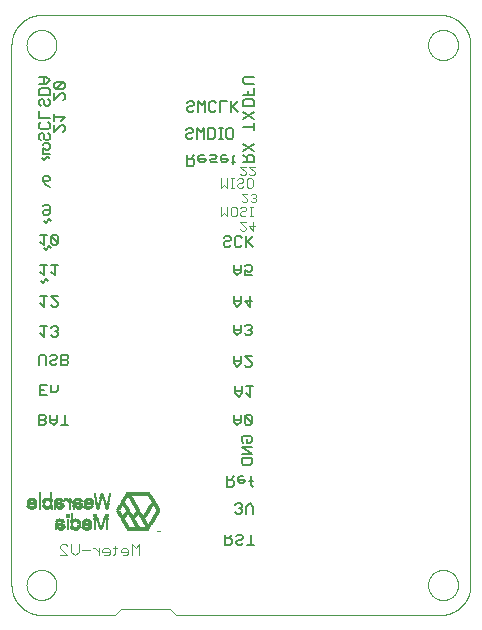
<source format=gbo>
G75*
%MOIN*%
%OFA0B0*%
%FSLAX25Y25*%
%IPPOS*%
%LPD*%
%AMOC8*
5,1,8,0,0,1.08239X$1,22.5*
%
%ADD10C,0.00000*%
%ADD11C,0.00500*%
%ADD12C,0.00400*%
%ADD13C,0.00300*%
%ADD14R,0.06053X0.00010*%
%ADD15R,0.06181X0.00010*%
%ADD16R,0.06280X0.00010*%
%ADD17R,0.06358X0.00010*%
%ADD18R,0.06417X0.00010*%
%ADD19R,0.06476X0.00010*%
%ADD20R,0.06526X0.00010*%
%ADD21R,0.06575X0.00010*%
%ADD22R,0.06624X0.00010*%
%ADD23R,0.06663X0.00010*%
%ADD24R,0.06702X0.00010*%
%ADD25R,0.06742X0.00010*%
%ADD26R,0.06772X0.00010*%
%ADD27R,0.06811X0.00010*%
%ADD28R,0.06840X0.00010*%
%ADD29R,0.00413X0.00010*%
%ADD30R,0.00315X0.00010*%
%ADD31R,0.00354X0.00010*%
%ADD32R,0.06870X0.00010*%
%ADD33R,0.00639X0.00010*%
%ADD34R,0.00492X0.00010*%
%ADD35R,0.00551X0.00010*%
%ADD36R,0.06900X0.00010*%
%ADD37R,0.00797X0.00010*%
%ADD38R,0.00620X0.00010*%
%ADD39R,0.00689X0.00010*%
%ADD40R,0.06929X0.00010*%
%ADD41R,0.00915X0.00010*%
%ADD42R,0.00719X0.00010*%
%ADD43R,0.00798X0.00010*%
%ADD44R,0.06959X0.00010*%
%ADD45R,0.01034X0.00010*%
%ADD46R,0.00817X0.00010*%
%ADD47R,0.00895X0.00010*%
%ADD48R,0.06979X0.00010*%
%ADD49R,0.01122X0.00010*%
%ADD50R,0.00886X0.00010*%
%ADD51R,0.00974X0.00010*%
%ADD52R,0.07007X0.00010*%
%ADD53R,0.01211X0.00010*%
%ADD54R,0.00965X0.00010*%
%ADD55R,0.01043X0.00010*%
%ADD56R,0.07028X0.00010*%
%ADD57R,0.01289X0.00010*%
%ADD58R,0.01024X0.00010*%
%ADD59R,0.07057X0.00010*%
%ADD60R,0.01359X0.00010*%
%ADD61R,0.01082X0.00010*%
%ADD62R,0.01181X0.00010*%
%ADD63R,0.07077X0.00010*%
%ADD64R,0.00925X0.00010*%
%ADD65R,0.00738X0.00010*%
%ADD66R,0.00925X0.00010*%
%ADD67R,0.01427X0.00010*%
%ADD68R,0.01142X0.00010*%
%ADD69R,0.00778X0.00010*%
%ADD70R,0.01240X0.00010*%
%ADD71R,0.07097X0.00010*%
%ADD72R,0.01496X0.00010*%
%ADD73R,0.01191X0.00010*%
%ADD74R,0.01290X0.00010*%
%ADD75R,0.07126X0.00010*%
%ADD76R,0.00748X0.00010*%
%ADD77R,0.01546X0.00010*%
%ADD78R,0.01250X0.00010*%
%ADD79R,0.00788X0.00010*%
%ADD80R,0.01339X0.00010*%
%ADD81R,0.07146X0.00010*%
%ADD82R,0.00758X0.00010*%
%ADD83R,0.01604X0.00010*%
%ADD84R,0.01299X0.00010*%
%ADD85R,0.01387X0.00010*%
%ADD86R,0.00787X0.00010*%
%ADD87R,0.07165X0.00010*%
%ADD88R,0.01654X0.00010*%
%ADD89R,0.01437X0.00010*%
%ADD90R,0.07185X0.00010*%
%ADD91R,0.00767X0.00010*%
%ADD92R,0.01703X0.00010*%
%ADD93R,0.01388X0.00010*%
%ADD94R,0.01476X0.00010*%
%ADD95R,0.07204X0.00010*%
%ADD96R,0.01752X0.00010*%
%ADD97R,0.01516X0.00010*%
%ADD98R,0.07224X0.00010*%
%ADD99R,0.01801X0.00010*%
%ADD100R,0.01467X0.00010*%
%ADD101R,0.01565X0.00010*%
%ADD102R,0.07234X0.00010*%
%ADD103R,0.00797X0.00010*%
%ADD104R,0.01841X0.00010*%
%ADD105R,0.01594X0.00010*%
%ADD106R,0.07254X0.00010*%
%ADD107R,0.01880X0.00010*%
%ADD108R,0.01545X0.00010*%
%ADD109R,0.01624X0.00010*%
%ADD110R,0.07274X0.00010*%
%ADD111R,0.00807X0.00010*%
%ADD112R,0.01919X0.00010*%
%ADD113R,0.01575X0.00010*%
%ADD114R,0.01663X0.00010*%
%ADD115R,0.07283X0.00010*%
%ADD116R,0.01959X0.00010*%
%ADD117R,0.01614X0.00010*%
%ADD118R,0.01703X0.00010*%
%ADD119R,0.07303X0.00010*%
%ADD120R,0.01998X0.00010*%
%ADD121R,0.01732X0.00010*%
%ADD122R,0.07323X0.00010*%
%ADD123R,0.00827X0.00010*%
%ADD124R,0.02038X0.00010*%
%ADD125R,0.01683X0.00010*%
%ADD126R,0.01762X0.00010*%
%ADD127R,0.07332X0.00010*%
%ADD128R,0.00837X0.00010*%
%ADD129R,0.02067X0.00010*%
%ADD130R,0.01713X0.00010*%
%ADD131R,0.01791X0.00010*%
%ADD132R,0.07352X0.00010*%
%ADD133R,0.00846X0.00010*%
%ADD134R,0.02106X0.00010*%
%ADD135R,0.01831X0.00010*%
%ADD136R,0.07362X0.00010*%
%ADD137R,0.02136X0.00010*%
%ADD138R,0.01771X0.00010*%
%ADD139R,0.01851X0.00010*%
%ADD140R,0.00817X0.00010*%
%ADD141R,0.07382X0.00010*%
%ADD142R,0.00856X0.00010*%
%ADD143R,0.02165X0.00010*%
%ADD144R,0.01811X0.00010*%
%ADD145R,0.07392X0.00010*%
%ADD146R,0.00866X0.00010*%
%ADD147R,0.02205X0.00010*%
%ADD148R,0.01900X0.00010*%
%ADD149R,0.00826X0.00010*%
%ADD150R,0.07402X0.00010*%
%ADD151R,0.00876X0.00010*%
%ADD152R,0.02224X0.00010*%
%ADD153R,0.01860X0.00010*%
%ADD154R,0.01930X0.00010*%
%ADD155R,0.07421X0.00010*%
%ADD156R,0.02254X0.00010*%
%ADD157R,0.01890X0.00010*%
%ADD158R,0.01959X0.00010*%
%ADD159R,0.07431X0.00010*%
%ADD160R,0.02283X0.00010*%
%ADD161R,0.01909X0.00010*%
%ADD162R,0.01978X0.00010*%
%ADD163R,0.07441X0.00010*%
%ADD164R,0.00896X0.00010*%
%ADD165R,0.02313X0.00010*%
%ADD166R,0.01939X0.00010*%
%ADD167R,0.01998X0.00010*%
%ADD168R,0.07451X0.00010*%
%ADD169R,0.02333X0.00010*%
%ADD170R,0.01958X0.00010*%
%ADD171R,0.02028X0.00010*%
%ADD172R,0.00836X0.00010*%
%ADD173R,0.07461X0.00010*%
%ADD174R,0.00905X0.00010*%
%ADD175R,0.02362X0.00010*%
%ADD176R,0.01989X0.00010*%
%ADD177R,0.02047X0.00010*%
%ADD178R,0.07481X0.00010*%
%ADD179R,0.02392X0.00010*%
%ADD180R,0.02008X0.00010*%
%ADD181R,0.02067X0.00010*%
%ADD182R,0.07490X0.00010*%
%ADD183R,0.00926X0.00010*%
%ADD184R,0.02411X0.00010*%
%ADD185R,0.02028X0.00010*%
%ADD186R,0.02087X0.00010*%
%ADD187R,0.07500X0.00010*%
%ADD188R,0.00935X0.00010*%
%ADD189R,0.02431X0.00010*%
%ADD190R,0.02057X0.00010*%
%ADD191R,0.07510X0.00010*%
%ADD192R,0.02461X0.00010*%
%ADD193R,0.02077X0.00010*%
%ADD194R,0.02135X0.00010*%
%ADD195R,0.07520X0.00010*%
%ADD196R,0.00944X0.00010*%
%ADD197R,0.02490X0.00010*%
%ADD198R,0.02096X0.00010*%
%ADD199R,0.00837X0.00010*%
%ADD200R,0.02156X0.00010*%
%ADD201R,0.07529X0.00010*%
%ADD202R,0.00955X0.00010*%
%ADD203R,0.02510X0.00010*%
%ADD204R,0.02116X0.00010*%
%ADD205R,0.02166X0.00010*%
%ADD206R,0.07549X0.00010*%
%ADD207R,0.02530X0.00010*%
%ADD208R,0.02185X0.00010*%
%ADD209R,0.07559X0.00010*%
%ADD210R,0.00965X0.00010*%
%ADD211R,0.02549X0.00010*%
%ADD212R,0.07569X0.00010*%
%ADD213R,0.00974X0.00010*%
%ADD214R,0.02569X0.00010*%
%ADD215R,0.02175X0.00010*%
%ADD216R,0.00856X0.00010*%
%ADD217R,0.07579X0.00010*%
%ADD218R,0.00984X0.00010*%
%ADD219R,0.02588X0.00010*%
%ADD220R,0.02185X0.00010*%
%ADD221R,0.02244X0.00010*%
%ADD222R,0.07589X0.00010*%
%ADD223R,0.00994X0.00010*%
%ADD224R,0.02618X0.00010*%
%ADD225R,0.02254X0.00010*%
%ADD226R,0.07599X0.00010*%
%ADD227R,0.02628X0.00010*%
%ADD228R,0.02274X0.00010*%
%ADD229R,0.07608X0.00010*%
%ADD230R,0.01004X0.00010*%
%ADD231R,0.02647X0.00010*%
%ADD232R,0.02244X0.00010*%
%ADD233R,0.03149X0.00010*%
%ADD234R,0.07628X0.00010*%
%ADD235R,0.01014X0.00010*%
%ADD236R,0.02667X0.00010*%
%ADD237R,0.02254X0.00010*%
%ADD238R,0.07638X0.00010*%
%ADD239R,0.02687X0.00010*%
%ADD240R,0.03120X0.00010*%
%ADD241R,0.03159X0.00010*%
%ADD242R,0.07648X0.00010*%
%ADD243R,0.02707X0.00010*%
%ADD244R,0.03169X0.00010*%
%ADD245R,0.07657X0.00010*%
%ADD246R,0.01033X0.00010*%
%ADD247R,0.02727X0.00010*%
%ADD248R,0.03130X0.00010*%
%ADD249R,0.07667X0.00010*%
%ADD250R,0.03140X0.00010*%
%ADD251R,0.03179X0.00010*%
%ADD252R,0.07687X0.00010*%
%ADD253R,0.02746X0.00010*%
%ADD254R,0.03150X0.00010*%
%ADD255R,0.01053X0.00010*%
%ADD256R,0.02766X0.00010*%
%ADD257R,0.03160X0.00010*%
%ADD258R,0.03189X0.00010*%
%ADD259R,0.07706X0.00010*%
%ADD260R,0.01063X0.00010*%
%ADD261R,0.02785X0.00010*%
%ADD262R,0.07717X0.00010*%
%ADD263R,0.01073X0.00010*%
%ADD264R,0.02795X0.00010*%
%ADD265R,0.03199X0.00010*%
%ADD266R,0.07726X0.00010*%
%ADD267R,0.02815X0.00010*%
%ADD268R,0.03179X0.00010*%
%ADD269R,0.03208X0.00010*%
%ADD270R,0.07736X0.00010*%
%ADD271R,0.02834X0.00010*%
%ADD272R,0.03189X0.00010*%
%ADD273R,0.07746X0.00010*%
%ADD274R,0.01093X0.00010*%
%ADD275R,0.02844X0.00010*%
%ADD276R,0.07766X0.00010*%
%ADD277R,0.02854X0.00010*%
%ADD278R,0.03218X0.00010*%
%ADD279R,0.01103X0.00010*%
%ADD280R,0.02874X0.00010*%
%ADD281R,0.03209X0.00010*%
%ADD282R,0.07785X0.00010*%
%ADD283R,0.01112X0.00010*%
%ADD284R,0.02884X0.00010*%
%ADD285R,0.03219X0.00010*%
%ADD286R,0.03228X0.00010*%
%ADD287R,0.07795X0.00010*%
%ADD288R,0.02904X0.00010*%
%ADD289R,0.07806X0.00010*%
%ADD290R,0.01132X0.00010*%
%ADD291R,0.02913X0.00010*%
%ADD292R,0.03229X0.00010*%
%ADD293R,0.03238X0.00010*%
%ADD294R,0.07815X0.00010*%
%ADD295R,0.02924X0.00010*%
%ADD296R,0.07824X0.00010*%
%ADD297R,0.02943X0.00010*%
%ADD298R,0.07844X0.00010*%
%ADD299R,0.01152X0.00010*%
%ADD300R,0.02953X0.00010*%
%ADD301R,0.03248X0.00010*%
%ADD302R,0.03248X0.00010*%
%ADD303R,0.02963X0.00010*%
%ADD304R,0.03258X0.00010*%
%ADD305R,0.07864X0.00010*%
%ADD306R,0.01161X0.00010*%
%ADD307R,0.02972X0.00010*%
%ADD308R,0.03257X0.00010*%
%ADD309R,0.07874X0.00010*%
%ADD310R,0.01171X0.00010*%
%ADD311R,0.02992X0.00010*%
%ADD312R,0.03268X0.00010*%
%ADD313R,0.07884X0.00010*%
%ADD314R,0.07904X0.00010*%
%ADD315R,0.03012X0.00010*%
%ADD316R,0.03278X0.00010*%
%ADD317R,0.01191X0.00010*%
%ADD318R,0.03022X0.00010*%
%ADD319R,0.07924X0.00010*%
%ADD320R,0.01201X0.00010*%
%ADD321R,0.03031X0.00010*%
%ADD322R,0.03287X0.00010*%
%ADD323R,0.03041X0.00010*%
%ADD324R,0.03307X0.00010*%
%ADD325R,0.07943X0.00010*%
%ADD326R,0.03052X0.00010*%
%ADD327R,0.03277X0.00010*%
%ADD328R,0.07953X0.00010*%
%ADD329R,0.01220X0.00010*%
%ADD330R,0.03061X0.00010*%
%ADD331R,0.03317X0.00010*%
%ADD332R,0.07963X0.00010*%
%ADD333R,0.01230X0.00010*%
%ADD334R,0.03081X0.00010*%
%ADD335R,0.07982X0.00010*%
%ADD336R,0.03327X0.00010*%
%ADD337R,0.03287X0.00010*%
%ADD338R,0.01241X0.00010*%
%ADD339R,0.03091X0.00010*%
%ADD340R,0.08002X0.00010*%
%ADD341R,0.03100X0.00010*%
%ADD342R,0.03337X0.00010*%
%ADD343R,0.01259X0.00010*%
%ADD344R,0.03110X0.00010*%
%ADD345R,0.01250X0.00010*%
%ADD346R,0.01191X0.00010*%
%ADD347R,0.01270X0.00010*%
%ADD348R,0.01417X0.00010*%
%ADD349R,0.01407X0.00010*%
%ADD350R,0.03346X0.00010*%
%ADD351R,0.01210X0.00010*%
%ADD352R,0.01447X0.00010*%
%ADD353R,0.01358X0.00010*%
%ADD354R,0.01358X0.00010*%
%ADD355R,0.01585X0.00010*%
%ADD356R,0.01428X0.00010*%
%ADD357R,0.01319X0.00010*%
%ADD358R,0.01131X0.00010*%
%ADD359R,0.01280X0.00010*%
%ADD360R,0.01309X0.00010*%
%ADD361R,0.03356X0.00010*%
%ADD362R,0.01289X0.00010*%
%ADD363R,0.01280X0.00010*%
%ADD364R,0.01260X0.00010*%
%ADD365R,0.03366X0.00010*%
%ADD366R,0.01122X0.00010*%
%ADD367R,0.01486X0.00010*%
%ADD368R,0.01408X0.00010*%
%ADD369R,0.01231X0.00010*%
%ADD370R,0.01113X0.00010*%
%ADD371R,0.01221X0.00010*%
%ADD372R,0.01200X0.00010*%
%ADD373R,0.01102X0.00010*%
%ADD374R,0.01466X0.00010*%
%ADD375R,0.01398X0.00010*%
%ADD376R,0.01181X0.00010*%
%ADD377R,0.01663X0.00010*%
%ADD378R,0.01447X0.00010*%
%ADD379R,0.01083X0.00010*%
%ADD380R,0.01417X0.00010*%
%ADD381R,0.01398X0.00010*%
%ADD382R,0.01073X0.00010*%
%ADD383R,0.01397X0.00010*%
%ADD384R,0.01329X0.00010*%
%ADD385R,0.01152X0.00010*%
%ADD386R,0.01368X0.00010*%
%ADD387R,0.01506X0.00010*%
%ADD388R,0.01063X0.00010*%
%ADD389R,0.01378X0.00010*%
%ADD390R,0.01161X0.00010*%
%ADD391R,0.01132X0.00010*%
%ADD392R,0.01112X0.00010*%
%ADD393R,0.01348X0.00010*%
%ADD394R,0.01102X0.00010*%
%ADD395R,0.01044X0.00010*%
%ADD396R,0.01348X0.00010*%
%ADD397R,0.01092X0.00010*%
%ADD398R,0.01328X0.00010*%
%ADD399R,0.01024X0.00010*%
%ADD400R,0.01309X0.00010*%
%ADD401R,0.01033X0.00010*%
%ADD402R,0.01279X0.00010*%
%ADD403R,0.01378X0.00010*%
%ADD404R,0.01053X0.00010*%
%ADD405R,0.01093X0.00010*%
%ADD406R,0.01211X0.00010*%
%ADD407R,0.01004X0.00010*%
%ADD408R,0.01240X0.00010*%
%ADD409R,0.01457X0.00010*%
%ADD410R,0.00994X0.00010*%
%ADD411R,0.01418X0.00010*%
%ADD412R,0.01043X0.00010*%
%ADD413R,0.01250X0.00010*%
%ADD414R,0.01014X0.00010*%
%ADD415R,0.01486X0.00010*%
%ADD416R,0.01220X0.00010*%
%ADD417R,0.01496X0.00010*%
%ADD418R,0.01437X0.00010*%
%ADD419R,0.01023X0.00010*%
%ADD420R,0.01171X0.00010*%
%ADD421R,0.00994X0.00010*%
%ADD422R,0.01515X0.00010*%
%ADD423R,0.01457X0.00010*%
%ADD424R,0.01004X0.00010*%
%ADD425R,0.01181X0.00010*%
%ADD426R,0.01151X0.00010*%
%ADD427R,0.01536X0.00010*%
%ADD428R,0.01141X0.00010*%
%ADD429R,0.01555X0.00010*%
%ADD430R,0.01565X0.00010*%
%ADD431R,0.00945X0.00010*%
%ADD432R,0.01594X0.00010*%
%ADD433R,0.01496X0.00010*%
%ADD434R,0.01615X0.00010*%
%ADD435R,0.00698X0.00010*%
%ADD436R,0.01516X0.00010*%
%ADD437R,0.00975X0.00010*%
%ADD438R,0.00611X0.00010*%
%ADD439R,0.01083X0.00010*%
%ADD440R,0.01072X0.00010*%
%ADD441R,0.01634X0.00010*%
%ADD442R,0.01526X0.00010*%
%ADD443R,0.00522X0.00010*%
%ADD444R,0.01063X0.00010*%
%ADD445R,0.01644X0.00010*%
%ADD446R,0.01535X0.00010*%
%ADD447R,0.00443X0.00010*%
%ADD448R,0.01654X0.00010*%
%ADD449R,0.01673X0.00010*%
%ADD450R,0.00276X0.00010*%
%ADD451R,0.01556X0.00010*%
%ADD452R,0.00197X0.00010*%
%ADD453R,0.01693X0.00010*%
%ADD454R,0.00108X0.00010*%
%ADD455R,0.00020X0.00010*%
%ADD456R,0.01713X0.00010*%
%ADD457R,0.01574X0.00010*%
%ADD458R,0.01013X0.00010*%
%ADD459R,0.01733X0.00010*%
%ADD460R,0.01595X0.00010*%
%ADD461R,0.01752X0.00010*%
%ADD462R,0.01761X0.00010*%
%ADD463R,0.01772X0.00010*%
%ADD464R,0.01782X0.00010*%
%ADD465R,0.01624X0.00010*%
%ADD466R,0.00954X0.00010*%
%ADD467R,0.00964X0.00010*%
%ADD468R,0.00955X0.00010*%
%ADD469R,0.01830X0.00010*%
%ADD470R,0.01840X0.00010*%
%ADD471R,0.01850X0.00010*%
%ADD472R,0.01870X0.00010*%
%ADD473R,0.01890X0.00010*%
%ADD474R,0.00935X0.00010*%
%ADD475R,0.00935X0.00010*%
%ADD476R,0.01919X0.00010*%
%ADD477R,0.01929X0.00010*%
%ADD478R,0.01712X0.00010*%
%ADD479R,0.01949X0.00010*%
%ADD480R,0.01722X0.00010*%
%ADD481R,0.01969X0.00010*%
%ADD482R,0.01742X0.00010*%
%ADD483R,0.01762X0.00010*%
%ADD484R,0.02007X0.00010*%
%ADD485R,0.00945X0.00010*%
%ADD486R,0.01172X0.00010*%
%ADD487R,0.01772X0.00010*%
%ADD488R,0.01781X0.00010*%
%ADD489R,0.00886X0.00010*%
%ADD490R,0.03425X0.00010*%
%ADD491R,0.02067X0.00010*%
%ADD492R,0.02086X0.00010*%
%ADD493R,0.00885X0.00010*%
%ADD494R,0.00896X0.00010*%
%ADD495R,0.01378X0.00010*%
%ADD496R,0.02107X0.00010*%
%ADD497R,0.02126X0.00010*%
%ADD498R,0.03435X0.00010*%
%ADD499R,0.02136X0.00010*%
%ADD500R,0.01664X0.00010*%
%ADD501R,0.02146X0.00010*%
%ADD502R,0.02165X0.00010*%
%ADD503R,0.01939X0.00010*%
%ADD504R,0.02225X0.00010*%
%ADD505R,0.02057X0.00010*%
%ADD506R,0.02215X0.00010*%
%ADD507R,0.02264X0.00010*%
%ADD508R,0.02304X0.00010*%
%ADD509R,0.03445X0.00010*%
%ADD510R,0.02322X0.00010*%
%ADD511R,0.03139X0.00010*%
%ADD512R,0.02342X0.00010*%
%ADD513R,0.03120X0.00010*%
%ADD514R,0.03110X0.00010*%
%ADD515R,0.03080X0.00010*%
%ADD516R,0.03070X0.00010*%
%ADD517R,0.03051X0.00010*%
%ADD518R,0.03041X0.00010*%
%ADD519R,0.03011X0.00010*%
%ADD520R,0.03002X0.00010*%
%ADD521R,0.02992X0.00010*%
%ADD522R,0.02972X0.00010*%
%ADD523R,0.02962X0.00010*%
%ADD524R,0.02933X0.00010*%
%ADD525R,0.02923X0.00010*%
%ADD526R,0.02903X0.00010*%
%ADD527R,0.02893X0.00010*%
%ADD528R,0.02874X0.00010*%
%ADD529R,0.02824X0.00010*%
%ADD530R,0.02805X0.00010*%
%ADD531R,0.02765X0.00010*%
%ADD532R,0.02736X0.00010*%
%ADD533R,0.02716X0.00010*%
%ADD534R,0.02696X0.00010*%
%ADD535R,0.02638X0.00010*%
%ADD536R,0.02618X0.00010*%
%ADD537R,0.03426X0.00010*%
%ADD538R,0.02549X0.00010*%
%ADD539R,0.02519X0.00010*%
%ADD540R,0.02490X0.00010*%
%ADD541R,0.03415X0.00010*%
%ADD542R,0.02450X0.00010*%
%ADD543R,0.02372X0.00010*%
%ADD544R,0.02323X0.00010*%
%ADD545R,0.02273X0.00010*%
%ADD546R,0.02224X0.00010*%
%ADD547R,0.03406X0.00010*%
%ADD548R,0.02047X0.00010*%
%ADD549R,0.01978X0.00010*%
%ADD550R,0.00906X0.00010*%
%ADD551R,0.01702X0.00010*%
%ADD552R,0.01633X0.00010*%
%ADD553R,0.01565X0.00010*%
%ADD554R,0.01427X0.00010*%
%ADD555R,0.00030X0.00010*%
%ADD556R,0.00099X0.00010*%
%ADD557R,0.00177X0.00010*%
%ADD558R,0.00256X0.00010*%
%ADD559R,0.00344X0.00010*%
%ADD560R,0.00570X0.00010*%
%ADD561R,0.00649X0.00010*%
%ADD562R,0.00728X0.00010*%
%ADD563R,0.00807X0.00010*%
%ADD564R,0.00906X0.00010*%
%ADD565R,0.01162X0.00010*%
%ADD566R,0.01201X0.00010*%
%ADD567R,0.01270X0.00010*%
%ADD568R,0.01339X0.00010*%
%ADD569R,0.01575X0.00010*%
%ADD570R,0.01329X0.00010*%
%ADD571R,0.01437X0.00010*%
%ADD572R,0.03031X0.00010*%
%ADD573R,0.02982X0.00010*%
%ADD574R,0.03012X0.00010*%
%ADD575R,0.02983X0.00010*%
%ADD576R,0.02914X0.00010*%
%ADD577R,0.03297X0.00010*%
%ADD578R,0.02864X0.00010*%
%ADD579R,0.02844X0.00010*%
%ADD580R,0.02923X0.00010*%
%ADD581R,0.00876X0.00010*%
%ADD582R,0.02825X0.00010*%
%ADD583R,0.03258X0.00010*%
%ADD584R,0.02904X0.00010*%
%ADD585R,0.00876X0.00010*%
%ADD586R,0.03248X0.00010*%
%ADD587R,0.02884X0.00010*%
%ADD588R,0.02786X0.00010*%
%ADD589R,0.03239X0.00010*%
%ADD590R,0.02776X0.00010*%
%ADD591R,0.02864X0.00010*%
%ADD592R,0.02746X0.00010*%
%ADD593R,0.03219X0.00010*%
%ADD594R,0.02726X0.00010*%
%ADD595R,0.02835X0.00010*%
%ADD596R,0.02717X0.00010*%
%ADD597R,0.03209X0.00010*%
%ADD598R,0.02697X0.00010*%
%ADD599R,0.02687X0.00010*%
%ADD600R,0.02795X0.00010*%
%ADD601R,0.02667X0.00010*%
%ADD602R,0.02657X0.00010*%
%ADD603R,0.03170X0.00010*%
%ADD604R,0.02756X0.00010*%
%ADD605R,0.02598X0.00010*%
%ADD606R,0.03150X0.00010*%
%ADD607R,0.02726X0.00010*%
%ADD608R,0.02579X0.00010*%
%ADD609R,0.03140X0.00010*%
%ADD610R,0.03130X0.00010*%
%ADD611R,0.02678X0.00010*%
%ADD612R,0.02539X0.00010*%
%ADD613R,0.03120X0.00010*%
%ADD614R,0.02657X0.00010*%
%ADD615R,0.02520X0.00010*%
%ADD616R,0.02500X0.00010*%
%ADD617R,0.02480X0.00010*%
%ADD618R,0.02619X0.00010*%
%ADD619R,0.02441X0.00010*%
%ADD620R,0.03071X0.00010*%
%ADD621R,0.02412X0.00010*%
%ADD622R,0.03061X0.00010*%
%ADD623R,0.02559X0.00010*%
%ADD624R,0.03051X0.00010*%
%ADD625R,0.02540X0.00010*%
%ADD626R,0.02372X0.00010*%
%ADD627R,0.02343X0.00010*%
%ADD628R,0.02510X0.00010*%
%ADD629R,0.02303X0.00010*%
%ADD630R,0.02470X0.00010*%
%ADD631R,0.02274X0.00010*%
%ADD632R,0.02037X0.00010*%
%ADD633R,0.02441X0.00010*%
%ADD634R,0.02018X0.00010*%
%ADD635R,0.02411X0.00010*%
%ADD636R,0.02234X0.00010*%
%ADD637R,0.02176X0.00010*%
%ADD638R,0.01948X0.00010*%
%ADD639R,0.02352X0.00010*%
%ADD640R,0.02155X0.00010*%
%ADD641R,0.00867X0.00010*%
%ADD642R,0.02116X0.00010*%
%ADD643R,0.02293X0.00010*%
%ADD644R,0.02097X0.00010*%
%ADD645R,0.01870X0.00010*%
%ADD646R,0.01841X0.00010*%
%ADD647R,0.02244X0.00010*%
%ADD648R,0.01801X0.00010*%
%ADD649R,0.02008X0.00010*%
%ADD650R,0.02185X0.00010*%
%ADD651R,0.02146X0.00010*%
%ADD652R,0.02126X0.00010*%
%ADD653R,0.01909X0.00010*%
%ADD654R,0.01693X0.00010*%
%ADD655R,0.01674X0.00010*%
%ADD656R,0.01988X0.00010*%
%ADD657R,0.01949X0.00010*%
%ADD658R,0.01683X0.00010*%
%ADD659R,0.01860X0.00010*%
%ADD660R,0.01446X0.00010*%
%ADD661R,0.01821X0.00010*%
%ADD662R,0.01723X0.00010*%
%ADD663R,0.01269X0.00010*%
%ADD664R,0.01122X0.00010*%
%ADD665R,0.01743X0.00010*%
%ADD666R,0.01506X0.00010*%
%ADD667R,0.01732X0.00010*%
%ADD668R,0.01368X0.00010*%
%ADD669R,0.00846X0.00010*%
%ADD670R,0.00768X0.00010*%
%ADD671R,0.00659X0.00010*%
%ADD672R,0.00640X0.00010*%
%ADD673R,0.00739X0.00010*%
%ADD674R,0.00463X0.00010*%
%ADD675R,0.00393X0.00010*%
%ADD676R,0.00542X0.00010*%
%ADD677R,0.00089X0.00010*%
%ADD678R,0.00128X0.00010*%
%ADD679R,0.01683X0.00010*%
%ADD680R,0.01260X0.00010*%
%ADD681R,0.01673X0.00010*%
%ADD682R,0.01300X0.00010*%
%ADD683R,0.01299X0.00010*%
%ADD684R,0.01319X0.00010*%
%ADD685R,0.01319X0.00010*%
%ADD686R,0.01338X0.00010*%
%ADD687R,0.01643X0.00010*%
%ADD688R,0.01407X0.00010*%
%ADD689R,0.01456X0.00010*%
%ADD690R,0.01605X0.00010*%
%ADD691R,0.01506X0.00010*%
%ADD692R,0.01535X0.00010*%
%ADD693R,0.01585X0.00010*%
%ADD694R,0.01634X0.00010*%
%ADD695R,0.01614X0.00010*%
%ADD696R,0.01555X0.00010*%
%ADD697R,0.01653X0.00010*%
%ADD698R,0.01693X0.00010*%
%ADD699R,0.01525X0.00010*%
%ADD700R,0.01752X0.00010*%
%ADD701R,0.01792X0.00010*%
%ADD702R,0.01781X0.00010*%
%ADD703R,0.01811X0.00010*%
%ADD704R,0.01791X0.00010*%
%ADD705R,0.01820X0.00010*%
%ADD706R,0.01850X0.00010*%
%ADD707R,0.01821X0.00010*%
%ADD708R,0.01870X0.00010*%
%ADD709R,0.01889X0.00010*%
%ADD710R,0.01899X0.00010*%
%ADD711R,0.01910X0.00010*%
%ADD712R,0.01929X0.00010*%
%ADD713R,0.01939X0.00010*%
%ADD714R,0.02018X0.00010*%
%ADD715R,0.02087X0.00010*%
%ADD716R,0.02096X0.00010*%
%ADD717R,0.02117X0.00010*%
%ADD718R,0.02126X0.00010*%
%ADD719R,0.02106X0.00010*%
%ADD720R,0.02145X0.00010*%
%ADD721R,0.02156X0.00010*%
%ADD722R,0.02195X0.00010*%
%ADD723R,0.02205X0.00010*%
%ADD724R,0.02284X0.00010*%
%ADD725R,0.02303X0.00010*%
%ADD726R,0.02263X0.00010*%
%ADD727R,0.02313X0.00010*%
%ADD728R,0.02333X0.00010*%
%ADD729R,0.02313X0.00010*%
%ADD730R,0.02323X0.00010*%
%ADD731R,0.02363X0.00010*%
%ADD732R,0.02343X0.00010*%
%ADD733R,0.01142X0.00010*%
%ADD734R,0.02362X0.00010*%
%ADD735R,0.02293X0.00010*%
%ADD736R,0.02283X0.00010*%
%ADD737R,0.02027X0.00010*%
%ADD738R,0.01988X0.00010*%
%ADD739R,0.01968X0.00010*%
%ADD740R,0.01920X0.00010*%
%ADD741R,0.01831X0.00010*%
%ADD742R,0.01811X0.00010*%
%ADD743R,0.01054X0.00010*%
%ADD744R,0.01476X0.00010*%
%ADD745R,0.00157X0.00010*%
%ADD746R,0.00138X0.00010*%
%ADD747R,0.00119X0.00010*%
%ADD748R,0.00167X0.00010*%
%ADD749R,0.00532X0.00010*%
%ADD750R,0.00453X0.00010*%
%ADD751R,0.00453X0.00010*%
%ADD752R,0.00404X0.00010*%
%ADD753R,0.00522X0.00010*%
%ADD754R,0.00620X0.00010*%
%ADD755R,0.00551X0.00010*%
%ADD756R,0.00709X0.00010*%
%ADD757R,0.00857X0.00010*%
%ADD758R,0.00659X0.00010*%
%ADD759R,0.00847X0.00010*%
%ADD760R,0.00916X0.00010*%
%ADD761R,0.00866X0.00010*%
%ADD762R,0.01487X0.00010*%
%ADD763R,0.01644X0.00010*%
%ADD764R,0.00817X0.00010*%
%ADD765R,0.01604X0.00010*%
%ADD766R,0.00915X0.00010*%
%ADD767R,0.02264X0.00010*%
%ADD768R,0.00827X0.00010*%
%ADD769R,0.02382X0.00010*%
%ADD770R,0.02057X0.00010*%
%ADD771R,0.02401X0.00010*%
%ADD772R,0.02077X0.00010*%
%ADD773R,0.02017X0.00010*%
%ADD774R,0.02402X0.00010*%
%ADD775R,0.02422X0.00010*%
%ADD776R,0.02451X0.00010*%
%ADD777R,0.02471X0.00010*%
%ADD778R,0.02509X0.00010*%
%ADD779R,0.02598X0.00010*%
%ADD780R,0.02638X0.00010*%
%ADD781R,0.03111X0.00010*%
%ADD782R,0.02677X0.00010*%
%ADD783R,0.02717X0.00010*%
%ADD784R,0.03180X0.00010*%
%ADD785R,0.02746X0.00010*%
%ADD786R,0.02756X0.00010*%
%ADD787R,0.02766X0.00010*%
%ADD788R,0.02775X0.00010*%
%ADD789R,0.02785X0.00010*%
%ADD790R,0.02806X0.00010*%
%ADD791R,0.02805X0.00010*%
%ADD792R,0.02825X0.00010*%
%ADD793R,0.03189X0.00010*%
%ADD794R,0.02835X0.00010*%
%ADD795R,0.02874X0.00010*%
%ADD796R,0.02933X0.00010*%
%ADD797R,0.02933X0.00010*%
%ADD798R,0.02943X0.00010*%
%ADD799R,0.02963X0.00010*%
%ADD800R,0.02982X0.00010*%
%ADD801R,0.02993X0.00010*%
%ADD802R,0.03002X0.00010*%
%ADD803R,0.03278X0.00010*%
%ADD804R,0.03288X0.00010*%
%ADD805R,0.03298X0.00010*%
%ADD806R,0.03307X0.00010*%
%ADD807R,0.03071X0.00010*%
%ADD808R,0.03317X0.00010*%
%ADD809R,0.03081X0.00010*%
%ADD810R,0.03100X0.00010*%
%ADD811R,0.01388X0.00010*%
%ADD812R,0.01369X0.00010*%
%ADD813R,0.01309X0.00010*%
%ADD814R,0.03347X0.00010*%
%ADD815R,0.01526X0.00010*%
%ADD816R,0.03357X0.00010*%
%ADD817R,0.03367X0.00010*%
%ADD818R,0.01349X0.00010*%
%ADD819R,0.00748X0.00010*%
%ADD820R,0.00650X0.00010*%
%ADD821R,0.00571X0.00010*%
%ADD822R,0.00571X0.00010*%
%ADD823R,0.00404X0.00010*%
%ADD824R,0.00325X0.00010*%
%ADD825R,0.00315X0.00010*%
%ADD826R,0.00236X0.00010*%
%ADD827R,0.00237X0.00010*%
%ADD828R,0.00148X0.00010*%
%ADD829R,0.00158X0.00010*%
%ADD830R,0.00069X0.00010*%
%ADD831R,0.01467X0.00010*%
%ADD832R,0.02382X0.00010*%
%ADD833R,0.02352X0.00010*%
%ADD834R,0.03425X0.00010*%
%ADD835R,0.03435X0.00010*%
%ADD836R,0.01624X0.00010*%
%ADD837R,0.02204X0.00010*%
%ADD838R,0.01742X0.00010*%
%ADD839R,0.03435X0.00010*%
%ADD840R,0.02235X0.00010*%
%ADD841R,0.02048X0.00010*%
%ADD842R,0.03101X0.00010*%
%ADD843R,0.03032X0.00010*%
%ADD844R,0.03002X0.00010*%
%ADD845R,0.02943X0.00010*%
%ADD846R,0.02855X0.00010*%
%ADD847R,0.02815X0.00010*%
%ADD848R,0.02687X0.00010*%
%ADD849R,0.02658X0.00010*%
%ADD850R,0.02628X0.00010*%
%ADD851R,0.02609X0.00010*%
%ADD852R,0.02579X0.00010*%
%ADD853R,0.03415X0.00010*%
%ADD854R,0.03405X0.00010*%
%ADD855R,0.03396X0.00010*%
%ADD856R,0.00059X0.00010*%
%ADD857R,0.00217X0.00010*%
%ADD858R,0.00216X0.00010*%
%ADD859R,0.00295X0.00010*%
%ADD860R,0.00295X0.00010*%
%ADD861R,0.00364X0.00010*%
%ADD862R,0.00364X0.00010*%
%ADD863R,0.00452X0.00010*%
%ADD864R,0.00531X0.00010*%
%ADD865R,0.00531X0.00010*%
%ADD866R,0.00600X0.00010*%
%ADD867R,0.00610X0.00010*%
%ADD868R,0.00679X0.00010*%
%ADD869R,0.00679X0.00010*%
%ADD870R,0.00768X0.00010*%
%ADD871R,0.00009X0.00010*%
%ADD872R,0.00029X0.00010*%
%ADD873R,0.00049X0.00010*%
%ADD874R,0.00098X0.00010*%
%ADD875R,0.01545X0.00010*%
%ADD876R,0.00128X0.00010*%
%ADD877R,0.00157X0.00010*%
%ADD878R,0.00196X0.00010*%
%ADD879R,0.00246X0.00010*%
%ADD880R,0.00305X0.00010*%
%ADD881R,0.00403X0.00010*%
%ADD882R,0.02973X0.00010*%
%ADD883R,0.02865X0.00010*%
%ADD884R,0.02894X0.00010*%
%ADD885R,0.02796X0.00010*%
%ADD886R,0.02756X0.00010*%
%ADD887R,0.02854X0.00010*%
%ADD888R,0.02737X0.00010*%
%ADD889R,0.02697X0.00010*%
%ADD890R,0.02677X0.00010*%
%ADD891R,0.02648X0.00010*%
%ADD892R,0.02599X0.00010*%
%ADD893R,0.02578X0.00010*%
%ADD894R,0.02559X0.00010*%
%ADD895R,0.02539X0.00010*%
%ADD896R,0.02520X0.00010*%
%ADD897R,0.02648X0.00010*%
%ADD898R,0.02491X0.00010*%
%ADD899R,0.02628X0.00010*%
%ADD900R,0.02480X0.00010*%
%ADD901R,0.02589X0.00010*%
%ADD902R,0.02441X0.00010*%
%ADD903R,0.02431X0.00010*%
%ADD904R,0.02569X0.00010*%
%ADD905R,0.02421X0.00010*%
%ADD906R,0.02550X0.00010*%
%ADD907R,0.02529X0.00010*%
%ADD908R,0.03042X0.00010*%
%ADD909R,0.02332X0.00010*%
%ADD910R,0.02431X0.00010*%
%ADD911R,0.02402X0.00010*%
%ADD912R,0.01979X0.00010*%
%ADD913R,0.01880X0.00010*%
%ADD914R,0.01880X0.00010*%
%ADD915R,0.00787X0.00010*%
%ADD916R,0.00984X0.00010*%
%ADD917R,0.00600X0.00010*%
%ADD918R,0.00620X0.00010*%
%ADD919R,0.00719X0.00010*%
%ADD920R,0.00669X0.00010*%
%ADD921R,0.00472X0.00010*%
%ADD922R,0.00581X0.00010*%
%ADD923R,0.00413X0.00010*%
%ADD924R,0.00414X0.00010*%
%ADD925R,0.00365X0.00010*%
%ADD926R,0.01584X0.00010*%
%ADD927R,0.08868X0.00010*%
%ADD928R,0.08858X0.00010*%
%ADD929R,0.08848X0.00010*%
%ADD930R,0.08838X0.00010*%
%ADD931R,0.08819X0.00010*%
%ADD932R,0.08809X0.00010*%
%ADD933R,0.08799X0.00010*%
%ADD934R,0.08789X0.00010*%
%ADD935R,0.08780X0.00010*%
%ADD936R,0.08770X0.00010*%
%ADD937R,0.08760X0.00010*%
%ADD938R,0.08740X0.00010*%
%ADD939R,0.08730X0.00010*%
%ADD940R,0.08720X0.00010*%
%ADD941R,0.08710X0.00010*%
%ADD942R,0.08700X0.00010*%
%ADD943R,0.08691X0.00010*%
%ADD944R,0.08681X0.00010*%
%ADD945R,0.08661X0.00010*%
%ADD946R,0.08652X0.00010*%
%ADD947R,0.08642X0.00010*%
%ADD948R,0.08632X0.00010*%
%ADD949R,0.08622X0.00010*%
%ADD950R,0.08603X0.00010*%
%ADD951R,0.08583X0.00010*%
%ADD952R,0.08573X0.00010*%
%ADD953R,0.08563X0.00010*%
%ADD954R,0.08553X0.00010*%
%ADD955R,0.08543X0.00010*%
%ADD956R,0.08524X0.00010*%
%ADD957R,0.08504X0.00010*%
%ADD958R,0.08494X0.00010*%
%ADD959R,0.08485X0.00010*%
%ADD960R,0.08475X0.00010*%
%ADD961R,0.08465X0.00010*%
%ADD962R,0.08445X0.00010*%
%ADD963R,0.08425X0.00010*%
%ADD964R,0.08415X0.00010*%
%ADD965R,0.08406X0.00010*%
%ADD966R,0.08386X0.00010*%
%ADD967R,0.08366X0.00010*%
%ADD968R,0.08346X0.00010*%
%ADD969R,0.08336X0.00010*%
%ADD970R,0.08327X0.00010*%
%ADD971R,0.08307X0.00010*%
%ADD972R,0.08288X0.00010*%
%ADD973R,0.08278X0.00010*%
%ADD974R,0.08268X0.00010*%
%ADD975R,0.08248X0.00010*%
%ADD976R,0.08238X0.00010*%
%ADD977R,0.08228X0.00010*%
%ADD978R,0.08208X0.00010*%
%ADD979R,0.08189X0.00010*%
%ADD980R,0.08169X0.00010*%
%ADD981R,0.08150X0.00010*%
%ADD982R,0.08130X0.00010*%
%ADD983R,0.08110X0.00010*%
%ADD984R,0.08100X0.00010*%
%ADD985R,0.08081X0.00010*%
%ADD986R,0.08071X0.00010*%
%ADD987R,0.08051X0.00010*%
%ADD988R,0.08031X0.00010*%
%ADD989R,0.08011X0.00010*%
%ADD990R,0.07993X0.00010*%
%ADD991R,0.07972X0.00010*%
%ADD992R,0.07943X0.00010*%
%ADD993R,0.07914X0.00010*%
%ADD994R,0.07894X0.00010*%
%ADD995R,0.07854X0.00010*%
%ADD996R,0.07796X0.00010*%
%ADD997R,0.07677X0.00010*%
%ADD998R,0.07579X0.00010*%
%ADD999R,0.07539X0.00010*%
%ADD1000R,0.07500X0.00010*%
%ADD1001R,0.07441X0.00010*%
%ADD1002R,0.07402X0.00010*%
%ADD1003R,0.07343X0.00010*%
%ADD1004R,0.07304X0.00010*%
%ADD1005R,0.07234X0.00010*%
%ADD1006R,0.07165X0.00010*%
%ADD1007R,0.06969X0.00010*%
D10*
X0011500Y0070232D02*
X0036000Y0070232D01*
X0038000Y0072232D01*
X0054500Y0072232D01*
X0056500Y0070232D01*
X0144492Y0070232D01*
X0144734Y0070235D01*
X0144975Y0070244D01*
X0145216Y0070258D01*
X0145457Y0070279D01*
X0145697Y0070305D01*
X0145937Y0070337D01*
X0146176Y0070375D01*
X0146413Y0070418D01*
X0146650Y0070468D01*
X0146885Y0070523D01*
X0147119Y0070583D01*
X0147351Y0070650D01*
X0147582Y0070721D01*
X0147811Y0070799D01*
X0148038Y0070882D01*
X0148263Y0070970D01*
X0148486Y0071064D01*
X0148706Y0071163D01*
X0148924Y0071268D01*
X0149139Y0071377D01*
X0149352Y0071492D01*
X0149562Y0071612D01*
X0149768Y0071737D01*
X0149972Y0071867D01*
X0150173Y0072002D01*
X0150370Y0072142D01*
X0150564Y0072286D01*
X0150754Y0072435D01*
X0150940Y0072589D01*
X0151123Y0072747D01*
X0151302Y0072909D01*
X0151477Y0073076D01*
X0151648Y0073247D01*
X0151815Y0073422D01*
X0151977Y0073601D01*
X0152135Y0073784D01*
X0152289Y0073970D01*
X0152438Y0074160D01*
X0152582Y0074354D01*
X0152722Y0074551D01*
X0152857Y0074752D01*
X0152987Y0074956D01*
X0153112Y0075162D01*
X0153232Y0075372D01*
X0153347Y0075585D01*
X0153456Y0075800D01*
X0153561Y0076018D01*
X0153660Y0076238D01*
X0153754Y0076461D01*
X0153842Y0076686D01*
X0153925Y0076913D01*
X0154003Y0077142D01*
X0154074Y0077373D01*
X0154141Y0077605D01*
X0154201Y0077839D01*
X0154256Y0078074D01*
X0154306Y0078311D01*
X0154349Y0078548D01*
X0154387Y0078787D01*
X0154419Y0079027D01*
X0154445Y0079267D01*
X0154466Y0079508D01*
X0154480Y0079749D01*
X0154489Y0079990D01*
X0154492Y0080232D01*
X0154492Y0260232D01*
X0140358Y0260232D02*
X0140360Y0260373D01*
X0140366Y0260514D01*
X0140376Y0260654D01*
X0140390Y0260794D01*
X0140408Y0260934D01*
X0140429Y0261073D01*
X0140455Y0261212D01*
X0140484Y0261350D01*
X0140518Y0261486D01*
X0140555Y0261622D01*
X0140596Y0261757D01*
X0140641Y0261891D01*
X0140690Y0262023D01*
X0140742Y0262154D01*
X0140798Y0262283D01*
X0140858Y0262410D01*
X0140921Y0262536D01*
X0140987Y0262660D01*
X0141058Y0262783D01*
X0141131Y0262903D01*
X0141208Y0263021D01*
X0141288Y0263137D01*
X0141372Y0263250D01*
X0141458Y0263361D01*
X0141548Y0263470D01*
X0141641Y0263576D01*
X0141736Y0263679D01*
X0141835Y0263780D01*
X0141936Y0263878D01*
X0142040Y0263973D01*
X0142147Y0264065D01*
X0142256Y0264154D01*
X0142368Y0264239D01*
X0142482Y0264322D01*
X0142598Y0264402D01*
X0142717Y0264478D01*
X0142838Y0264550D01*
X0142960Y0264620D01*
X0143085Y0264685D01*
X0143211Y0264748D01*
X0143339Y0264806D01*
X0143469Y0264861D01*
X0143600Y0264913D01*
X0143733Y0264960D01*
X0143867Y0265004D01*
X0144002Y0265045D01*
X0144138Y0265081D01*
X0144275Y0265113D01*
X0144413Y0265142D01*
X0144551Y0265167D01*
X0144691Y0265187D01*
X0144831Y0265204D01*
X0144971Y0265217D01*
X0145112Y0265226D01*
X0145252Y0265231D01*
X0145393Y0265232D01*
X0145534Y0265229D01*
X0145675Y0265222D01*
X0145815Y0265211D01*
X0145955Y0265196D01*
X0146095Y0265177D01*
X0146234Y0265155D01*
X0146372Y0265128D01*
X0146510Y0265098D01*
X0146646Y0265063D01*
X0146782Y0265025D01*
X0146916Y0264983D01*
X0147050Y0264937D01*
X0147182Y0264888D01*
X0147312Y0264834D01*
X0147441Y0264777D01*
X0147568Y0264717D01*
X0147694Y0264653D01*
X0147817Y0264585D01*
X0147939Y0264514D01*
X0148059Y0264440D01*
X0148176Y0264362D01*
X0148291Y0264281D01*
X0148404Y0264197D01*
X0148515Y0264110D01*
X0148623Y0264019D01*
X0148728Y0263926D01*
X0148831Y0263829D01*
X0148931Y0263730D01*
X0149028Y0263628D01*
X0149122Y0263523D01*
X0149213Y0263416D01*
X0149301Y0263306D01*
X0149386Y0263194D01*
X0149468Y0263079D01*
X0149547Y0262962D01*
X0149622Y0262843D01*
X0149694Y0262722D01*
X0149762Y0262599D01*
X0149827Y0262474D01*
X0149889Y0262347D01*
X0149946Y0262218D01*
X0150001Y0262088D01*
X0150051Y0261957D01*
X0150098Y0261824D01*
X0150141Y0261690D01*
X0150180Y0261554D01*
X0150215Y0261418D01*
X0150247Y0261281D01*
X0150274Y0261143D01*
X0150298Y0261004D01*
X0150318Y0260864D01*
X0150334Y0260724D01*
X0150346Y0260584D01*
X0150354Y0260443D01*
X0150358Y0260302D01*
X0150358Y0260162D01*
X0150354Y0260021D01*
X0150346Y0259880D01*
X0150334Y0259740D01*
X0150318Y0259600D01*
X0150298Y0259460D01*
X0150274Y0259321D01*
X0150247Y0259183D01*
X0150215Y0259046D01*
X0150180Y0258910D01*
X0150141Y0258774D01*
X0150098Y0258640D01*
X0150051Y0258507D01*
X0150001Y0258376D01*
X0149946Y0258246D01*
X0149889Y0258117D01*
X0149827Y0257990D01*
X0149762Y0257865D01*
X0149694Y0257742D01*
X0149622Y0257621D01*
X0149547Y0257502D01*
X0149468Y0257385D01*
X0149386Y0257270D01*
X0149301Y0257158D01*
X0149213Y0257048D01*
X0149122Y0256941D01*
X0149028Y0256836D01*
X0148931Y0256734D01*
X0148831Y0256635D01*
X0148728Y0256538D01*
X0148623Y0256445D01*
X0148515Y0256354D01*
X0148404Y0256267D01*
X0148291Y0256183D01*
X0148176Y0256102D01*
X0148059Y0256024D01*
X0147939Y0255950D01*
X0147817Y0255879D01*
X0147694Y0255811D01*
X0147568Y0255747D01*
X0147441Y0255687D01*
X0147312Y0255630D01*
X0147182Y0255576D01*
X0147050Y0255527D01*
X0146916Y0255481D01*
X0146782Y0255439D01*
X0146646Y0255401D01*
X0146510Y0255366D01*
X0146372Y0255336D01*
X0146234Y0255309D01*
X0146095Y0255287D01*
X0145955Y0255268D01*
X0145815Y0255253D01*
X0145675Y0255242D01*
X0145534Y0255235D01*
X0145393Y0255232D01*
X0145252Y0255233D01*
X0145112Y0255238D01*
X0144971Y0255247D01*
X0144831Y0255260D01*
X0144691Y0255277D01*
X0144551Y0255297D01*
X0144413Y0255322D01*
X0144275Y0255351D01*
X0144138Y0255383D01*
X0144002Y0255419D01*
X0143867Y0255460D01*
X0143733Y0255504D01*
X0143600Y0255551D01*
X0143469Y0255603D01*
X0143339Y0255658D01*
X0143211Y0255716D01*
X0143085Y0255779D01*
X0142960Y0255844D01*
X0142838Y0255914D01*
X0142717Y0255986D01*
X0142598Y0256062D01*
X0142482Y0256142D01*
X0142368Y0256225D01*
X0142256Y0256310D01*
X0142147Y0256399D01*
X0142040Y0256491D01*
X0141936Y0256586D01*
X0141835Y0256684D01*
X0141736Y0256785D01*
X0141641Y0256888D01*
X0141548Y0256994D01*
X0141458Y0257103D01*
X0141372Y0257214D01*
X0141288Y0257327D01*
X0141208Y0257443D01*
X0141131Y0257561D01*
X0141058Y0257681D01*
X0140987Y0257804D01*
X0140921Y0257928D01*
X0140858Y0258054D01*
X0140798Y0258181D01*
X0140742Y0258310D01*
X0140690Y0258441D01*
X0140641Y0258573D01*
X0140596Y0258707D01*
X0140555Y0258842D01*
X0140518Y0258978D01*
X0140484Y0259114D01*
X0140455Y0259252D01*
X0140429Y0259391D01*
X0140408Y0259530D01*
X0140390Y0259670D01*
X0140376Y0259810D01*
X0140366Y0259950D01*
X0140360Y0260091D01*
X0140358Y0260232D01*
X0144492Y0270232D02*
X0144734Y0270229D01*
X0144975Y0270220D01*
X0145216Y0270206D01*
X0145457Y0270185D01*
X0145697Y0270159D01*
X0145937Y0270127D01*
X0146176Y0270089D01*
X0146413Y0270046D01*
X0146650Y0269996D01*
X0146885Y0269941D01*
X0147119Y0269881D01*
X0147351Y0269814D01*
X0147582Y0269743D01*
X0147811Y0269665D01*
X0148038Y0269582D01*
X0148263Y0269494D01*
X0148486Y0269400D01*
X0148706Y0269301D01*
X0148924Y0269196D01*
X0149139Y0269087D01*
X0149352Y0268972D01*
X0149562Y0268852D01*
X0149768Y0268727D01*
X0149972Y0268597D01*
X0150173Y0268462D01*
X0150370Y0268322D01*
X0150564Y0268178D01*
X0150754Y0268029D01*
X0150940Y0267875D01*
X0151123Y0267717D01*
X0151302Y0267555D01*
X0151477Y0267388D01*
X0151648Y0267217D01*
X0151815Y0267042D01*
X0151977Y0266863D01*
X0152135Y0266680D01*
X0152289Y0266494D01*
X0152438Y0266304D01*
X0152582Y0266110D01*
X0152722Y0265913D01*
X0152857Y0265712D01*
X0152987Y0265508D01*
X0153112Y0265302D01*
X0153232Y0265092D01*
X0153347Y0264879D01*
X0153456Y0264664D01*
X0153561Y0264446D01*
X0153660Y0264226D01*
X0153754Y0264003D01*
X0153842Y0263778D01*
X0153925Y0263551D01*
X0154003Y0263322D01*
X0154074Y0263091D01*
X0154141Y0262859D01*
X0154201Y0262625D01*
X0154256Y0262390D01*
X0154306Y0262153D01*
X0154349Y0261916D01*
X0154387Y0261677D01*
X0154419Y0261437D01*
X0154445Y0261197D01*
X0154466Y0260956D01*
X0154480Y0260715D01*
X0154489Y0260474D01*
X0154492Y0260232D01*
X0144492Y0270232D02*
X0011500Y0270232D01*
X0006500Y0260232D02*
X0006502Y0260373D01*
X0006508Y0260514D01*
X0006518Y0260654D01*
X0006532Y0260794D01*
X0006550Y0260934D01*
X0006571Y0261073D01*
X0006597Y0261212D01*
X0006626Y0261350D01*
X0006660Y0261486D01*
X0006697Y0261622D01*
X0006738Y0261757D01*
X0006783Y0261891D01*
X0006832Y0262023D01*
X0006884Y0262154D01*
X0006940Y0262283D01*
X0007000Y0262410D01*
X0007063Y0262536D01*
X0007129Y0262660D01*
X0007200Y0262783D01*
X0007273Y0262903D01*
X0007350Y0263021D01*
X0007430Y0263137D01*
X0007514Y0263250D01*
X0007600Y0263361D01*
X0007690Y0263470D01*
X0007783Y0263576D01*
X0007878Y0263679D01*
X0007977Y0263780D01*
X0008078Y0263878D01*
X0008182Y0263973D01*
X0008289Y0264065D01*
X0008398Y0264154D01*
X0008510Y0264239D01*
X0008624Y0264322D01*
X0008740Y0264402D01*
X0008859Y0264478D01*
X0008980Y0264550D01*
X0009102Y0264620D01*
X0009227Y0264685D01*
X0009353Y0264748D01*
X0009481Y0264806D01*
X0009611Y0264861D01*
X0009742Y0264913D01*
X0009875Y0264960D01*
X0010009Y0265004D01*
X0010144Y0265045D01*
X0010280Y0265081D01*
X0010417Y0265113D01*
X0010555Y0265142D01*
X0010693Y0265167D01*
X0010833Y0265187D01*
X0010973Y0265204D01*
X0011113Y0265217D01*
X0011254Y0265226D01*
X0011394Y0265231D01*
X0011535Y0265232D01*
X0011676Y0265229D01*
X0011817Y0265222D01*
X0011957Y0265211D01*
X0012097Y0265196D01*
X0012237Y0265177D01*
X0012376Y0265155D01*
X0012514Y0265128D01*
X0012652Y0265098D01*
X0012788Y0265063D01*
X0012924Y0265025D01*
X0013058Y0264983D01*
X0013192Y0264937D01*
X0013324Y0264888D01*
X0013454Y0264834D01*
X0013583Y0264777D01*
X0013710Y0264717D01*
X0013836Y0264653D01*
X0013959Y0264585D01*
X0014081Y0264514D01*
X0014201Y0264440D01*
X0014318Y0264362D01*
X0014433Y0264281D01*
X0014546Y0264197D01*
X0014657Y0264110D01*
X0014765Y0264019D01*
X0014870Y0263926D01*
X0014973Y0263829D01*
X0015073Y0263730D01*
X0015170Y0263628D01*
X0015264Y0263523D01*
X0015355Y0263416D01*
X0015443Y0263306D01*
X0015528Y0263194D01*
X0015610Y0263079D01*
X0015689Y0262962D01*
X0015764Y0262843D01*
X0015836Y0262722D01*
X0015904Y0262599D01*
X0015969Y0262474D01*
X0016031Y0262347D01*
X0016088Y0262218D01*
X0016143Y0262088D01*
X0016193Y0261957D01*
X0016240Y0261824D01*
X0016283Y0261690D01*
X0016322Y0261554D01*
X0016357Y0261418D01*
X0016389Y0261281D01*
X0016416Y0261143D01*
X0016440Y0261004D01*
X0016460Y0260864D01*
X0016476Y0260724D01*
X0016488Y0260584D01*
X0016496Y0260443D01*
X0016500Y0260302D01*
X0016500Y0260162D01*
X0016496Y0260021D01*
X0016488Y0259880D01*
X0016476Y0259740D01*
X0016460Y0259600D01*
X0016440Y0259460D01*
X0016416Y0259321D01*
X0016389Y0259183D01*
X0016357Y0259046D01*
X0016322Y0258910D01*
X0016283Y0258774D01*
X0016240Y0258640D01*
X0016193Y0258507D01*
X0016143Y0258376D01*
X0016088Y0258246D01*
X0016031Y0258117D01*
X0015969Y0257990D01*
X0015904Y0257865D01*
X0015836Y0257742D01*
X0015764Y0257621D01*
X0015689Y0257502D01*
X0015610Y0257385D01*
X0015528Y0257270D01*
X0015443Y0257158D01*
X0015355Y0257048D01*
X0015264Y0256941D01*
X0015170Y0256836D01*
X0015073Y0256734D01*
X0014973Y0256635D01*
X0014870Y0256538D01*
X0014765Y0256445D01*
X0014657Y0256354D01*
X0014546Y0256267D01*
X0014433Y0256183D01*
X0014318Y0256102D01*
X0014201Y0256024D01*
X0014081Y0255950D01*
X0013959Y0255879D01*
X0013836Y0255811D01*
X0013710Y0255747D01*
X0013583Y0255687D01*
X0013454Y0255630D01*
X0013324Y0255576D01*
X0013192Y0255527D01*
X0013058Y0255481D01*
X0012924Y0255439D01*
X0012788Y0255401D01*
X0012652Y0255366D01*
X0012514Y0255336D01*
X0012376Y0255309D01*
X0012237Y0255287D01*
X0012097Y0255268D01*
X0011957Y0255253D01*
X0011817Y0255242D01*
X0011676Y0255235D01*
X0011535Y0255232D01*
X0011394Y0255233D01*
X0011254Y0255238D01*
X0011113Y0255247D01*
X0010973Y0255260D01*
X0010833Y0255277D01*
X0010693Y0255297D01*
X0010555Y0255322D01*
X0010417Y0255351D01*
X0010280Y0255383D01*
X0010144Y0255419D01*
X0010009Y0255460D01*
X0009875Y0255504D01*
X0009742Y0255551D01*
X0009611Y0255603D01*
X0009481Y0255658D01*
X0009353Y0255716D01*
X0009227Y0255779D01*
X0009102Y0255844D01*
X0008980Y0255914D01*
X0008859Y0255986D01*
X0008740Y0256062D01*
X0008624Y0256142D01*
X0008510Y0256225D01*
X0008398Y0256310D01*
X0008289Y0256399D01*
X0008182Y0256491D01*
X0008078Y0256586D01*
X0007977Y0256684D01*
X0007878Y0256785D01*
X0007783Y0256888D01*
X0007690Y0256994D01*
X0007600Y0257103D01*
X0007514Y0257214D01*
X0007430Y0257327D01*
X0007350Y0257443D01*
X0007273Y0257561D01*
X0007200Y0257681D01*
X0007129Y0257804D01*
X0007063Y0257928D01*
X0007000Y0258054D01*
X0006940Y0258181D01*
X0006884Y0258310D01*
X0006832Y0258441D01*
X0006783Y0258573D01*
X0006738Y0258707D01*
X0006697Y0258842D01*
X0006660Y0258978D01*
X0006626Y0259114D01*
X0006597Y0259252D01*
X0006571Y0259391D01*
X0006550Y0259530D01*
X0006532Y0259670D01*
X0006518Y0259810D01*
X0006508Y0259950D01*
X0006502Y0260091D01*
X0006500Y0260232D01*
X0001500Y0260232D02*
X0001503Y0260474D01*
X0001512Y0260715D01*
X0001526Y0260956D01*
X0001547Y0261197D01*
X0001573Y0261437D01*
X0001605Y0261677D01*
X0001643Y0261916D01*
X0001686Y0262153D01*
X0001736Y0262390D01*
X0001791Y0262625D01*
X0001851Y0262859D01*
X0001918Y0263091D01*
X0001989Y0263322D01*
X0002067Y0263551D01*
X0002150Y0263778D01*
X0002238Y0264003D01*
X0002332Y0264226D01*
X0002431Y0264446D01*
X0002536Y0264664D01*
X0002645Y0264879D01*
X0002760Y0265092D01*
X0002880Y0265302D01*
X0003005Y0265508D01*
X0003135Y0265712D01*
X0003270Y0265913D01*
X0003410Y0266110D01*
X0003554Y0266304D01*
X0003703Y0266494D01*
X0003857Y0266680D01*
X0004015Y0266863D01*
X0004177Y0267042D01*
X0004344Y0267217D01*
X0004515Y0267388D01*
X0004690Y0267555D01*
X0004869Y0267717D01*
X0005052Y0267875D01*
X0005238Y0268029D01*
X0005428Y0268178D01*
X0005622Y0268322D01*
X0005819Y0268462D01*
X0006020Y0268597D01*
X0006224Y0268727D01*
X0006430Y0268852D01*
X0006640Y0268972D01*
X0006853Y0269087D01*
X0007068Y0269196D01*
X0007286Y0269301D01*
X0007506Y0269400D01*
X0007729Y0269494D01*
X0007954Y0269582D01*
X0008181Y0269665D01*
X0008410Y0269743D01*
X0008641Y0269814D01*
X0008873Y0269881D01*
X0009107Y0269941D01*
X0009342Y0269996D01*
X0009579Y0270046D01*
X0009816Y0270089D01*
X0010055Y0270127D01*
X0010295Y0270159D01*
X0010535Y0270185D01*
X0010776Y0270206D01*
X0011017Y0270220D01*
X0011258Y0270229D01*
X0011500Y0270232D01*
X0001500Y0260232D02*
X0001500Y0080232D01*
X0006500Y0080232D02*
X0006502Y0080373D01*
X0006508Y0080514D01*
X0006518Y0080654D01*
X0006532Y0080794D01*
X0006550Y0080934D01*
X0006571Y0081073D01*
X0006597Y0081212D01*
X0006626Y0081350D01*
X0006660Y0081486D01*
X0006697Y0081622D01*
X0006738Y0081757D01*
X0006783Y0081891D01*
X0006832Y0082023D01*
X0006884Y0082154D01*
X0006940Y0082283D01*
X0007000Y0082410D01*
X0007063Y0082536D01*
X0007129Y0082660D01*
X0007200Y0082783D01*
X0007273Y0082903D01*
X0007350Y0083021D01*
X0007430Y0083137D01*
X0007514Y0083250D01*
X0007600Y0083361D01*
X0007690Y0083470D01*
X0007783Y0083576D01*
X0007878Y0083679D01*
X0007977Y0083780D01*
X0008078Y0083878D01*
X0008182Y0083973D01*
X0008289Y0084065D01*
X0008398Y0084154D01*
X0008510Y0084239D01*
X0008624Y0084322D01*
X0008740Y0084402D01*
X0008859Y0084478D01*
X0008980Y0084550D01*
X0009102Y0084620D01*
X0009227Y0084685D01*
X0009353Y0084748D01*
X0009481Y0084806D01*
X0009611Y0084861D01*
X0009742Y0084913D01*
X0009875Y0084960D01*
X0010009Y0085004D01*
X0010144Y0085045D01*
X0010280Y0085081D01*
X0010417Y0085113D01*
X0010555Y0085142D01*
X0010693Y0085167D01*
X0010833Y0085187D01*
X0010973Y0085204D01*
X0011113Y0085217D01*
X0011254Y0085226D01*
X0011394Y0085231D01*
X0011535Y0085232D01*
X0011676Y0085229D01*
X0011817Y0085222D01*
X0011957Y0085211D01*
X0012097Y0085196D01*
X0012237Y0085177D01*
X0012376Y0085155D01*
X0012514Y0085128D01*
X0012652Y0085098D01*
X0012788Y0085063D01*
X0012924Y0085025D01*
X0013058Y0084983D01*
X0013192Y0084937D01*
X0013324Y0084888D01*
X0013454Y0084834D01*
X0013583Y0084777D01*
X0013710Y0084717D01*
X0013836Y0084653D01*
X0013959Y0084585D01*
X0014081Y0084514D01*
X0014201Y0084440D01*
X0014318Y0084362D01*
X0014433Y0084281D01*
X0014546Y0084197D01*
X0014657Y0084110D01*
X0014765Y0084019D01*
X0014870Y0083926D01*
X0014973Y0083829D01*
X0015073Y0083730D01*
X0015170Y0083628D01*
X0015264Y0083523D01*
X0015355Y0083416D01*
X0015443Y0083306D01*
X0015528Y0083194D01*
X0015610Y0083079D01*
X0015689Y0082962D01*
X0015764Y0082843D01*
X0015836Y0082722D01*
X0015904Y0082599D01*
X0015969Y0082474D01*
X0016031Y0082347D01*
X0016088Y0082218D01*
X0016143Y0082088D01*
X0016193Y0081957D01*
X0016240Y0081824D01*
X0016283Y0081690D01*
X0016322Y0081554D01*
X0016357Y0081418D01*
X0016389Y0081281D01*
X0016416Y0081143D01*
X0016440Y0081004D01*
X0016460Y0080864D01*
X0016476Y0080724D01*
X0016488Y0080584D01*
X0016496Y0080443D01*
X0016500Y0080302D01*
X0016500Y0080162D01*
X0016496Y0080021D01*
X0016488Y0079880D01*
X0016476Y0079740D01*
X0016460Y0079600D01*
X0016440Y0079460D01*
X0016416Y0079321D01*
X0016389Y0079183D01*
X0016357Y0079046D01*
X0016322Y0078910D01*
X0016283Y0078774D01*
X0016240Y0078640D01*
X0016193Y0078507D01*
X0016143Y0078376D01*
X0016088Y0078246D01*
X0016031Y0078117D01*
X0015969Y0077990D01*
X0015904Y0077865D01*
X0015836Y0077742D01*
X0015764Y0077621D01*
X0015689Y0077502D01*
X0015610Y0077385D01*
X0015528Y0077270D01*
X0015443Y0077158D01*
X0015355Y0077048D01*
X0015264Y0076941D01*
X0015170Y0076836D01*
X0015073Y0076734D01*
X0014973Y0076635D01*
X0014870Y0076538D01*
X0014765Y0076445D01*
X0014657Y0076354D01*
X0014546Y0076267D01*
X0014433Y0076183D01*
X0014318Y0076102D01*
X0014201Y0076024D01*
X0014081Y0075950D01*
X0013959Y0075879D01*
X0013836Y0075811D01*
X0013710Y0075747D01*
X0013583Y0075687D01*
X0013454Y0075630D01*
X0013324Y0075576D01*
X0013192Y0075527D01*
X0013058Y0075481D01*
X0012924Y0075439D01*
X0012788Y0075401D01*
X0012652Y0075366D01*
X0012514Y0075336D01*
X0012376Y0075309D01*
X0012237Y0075287D01*
X0012097Y0075268D01*
X0011957Y0075253D01*
X0011817Y0075242D01*
X0011676Y0075235D01*
X0011535Y0075232D01*
X0011394Y0075233D01*
X0011254Y0075238D01*
X0011113Y0075247D01*
X0010973Y0075260D01*
X0010833Y0075277D01*
X0010693Y0075297D01*
X0010555Y0075322D01*
X0010417Y0075351D01*
X0010280Y0075383D01*
X0010144Y0075419D01*
X0010009Y0075460D01*
X0009875Y0075504D01*
X0009742Y0075551D01*
X0009611Y0075603D01*
X0009481Y0075658D01*
X0009353Y0075716D01*
X0009227Y0075779D01*
X0009102Y0075844D01*
X0008980Y0075914D01*
X0008859Y0075986D01*
X0008740Y0076062D01*
X0008624Y0076142D01*
X0008510Y0076225D01*
X0008398Y0076310D01*
X0008289Y0076399D01*
X0008182Y0076491D01*
X0008078Y0076586D01*
X0007977Y0076684D01*
X0007878Y0076785D01*
X0007783Y0076888D01*
X0007690Y0076994D01*
X0007600Y0077103D01*
X0007514Y0077214D01*
X0007430Y0077327D01*
X0007350Y0077443D01*
X0007273Y0077561D01*
X0007200Y0077681D01*
X0007129Y0077804D01*
X0007063Y0077928D01*
X0007000Y0078054D01*
X0006940Y0078181D01*
X0006884Y0078310D01*
X0006832Y0078441D01*
X0006783Y0078573D01*
X0006738Y0078707D01*
X0006697Y0078842D01*
X0006660Y0078978D01*
X0006626Y0079114D01*
X0006597Y0079252D01*
X0006571Y0079391D01*
X0006550Y0079530D01*
X0006532Y0079670D01*
X0006518Y0079810D01*
X0006508Y0079950D01*
X0006502Y0080091D01*
X0006500Y0080232D01*
X0001500Y0080232D02*
X0001503Y0079990D01*
X0001512Y0079749D01*
X0001526Y0079508D01*
X0001547Y0079267D01*
X0001573Y0079027D01*
X0001605Y0078787D01*
X0001643Y0078548D01*
X0001686Y0078311D01*
X0001736Y0078074D01*
X0001791Y0077839D01*
X0001851Y0077605D01*
X0001918Y0077373D01*
X0001989Y0077142D01*
X0002067Y0076913D01*
X0002150Y0076686D01*
X0002238Y0076461D01*
X0002332Y0076238D01*
X0002431Y0076018D01*
X0002536Y0075800D01*
X0002645Y0075585D01*
X0002760Y0075372D01*
X0002880Y0075162D01*
X0003005Y0074956D01*
X0003135Y0074752D01*
X0003270Y0074551D01*
X0003410Y0074354D01*
X0003554Y0074160D01*
X0003703Y0073970D01*
X0003857Y0073784D01*
X0004015Y0073601D01*
X0004177Y0073422D01*
X0004344Y0073247D01*
X0004515Y0073076D01*
X0004690Y0072909D01*
X0004869Y0072747D01*
X0005052Y0072589D01*
X0005238Y0072435D01*
X0005428Y0072286D01*
X0005622Y0072142D01*
X0005819Y0072002D01*
X0006020Y0071867D01*
X0006224Y0071737D01*
X0006430Y0071612D01*
X0006640Y0071492D01*
X0006853Y0071377D01*
X0007068Y0071268D01*
X0007286Y0071163D01*
X0007506Y0071064D01*
X0007729Y0070970D01*
X0007954Y0070882D01*
X0008181Y0070799D01*
X0008410Y0070721D01*
X0008641Y0070650D01*
X0008873Y0070583D01*
X0009107Y0070523D01*
X0009342Y0070468D01*
X0009579Y0070418D01*
X0009816Y0070375D01*
X0010055Y0070337D01*
X0010295Y0070305D01*
X0010535Y0070279D01*
X0010776Y0070258D01*
X0011017Y0070244D01*
X0011258Y0070235D01*
X0011500Y0070232D01*
X0050093Y0098146D02*
X0050096Y0098142D01*
X0050106Y0098142D01*
X0050106Y0098136D02*
X0050106Y0098156D01*
X0050096Y0098156D01*
X0050093Y0098152D01*
X0050093Y0098146D01*
X0050111Y0098156D02*
X0050111Y0098136D01*
X0050124Y0098136D02*
X0050124Y0098156D01*
X0050118Y0098149D01*
X0050111Y0098156D01*
X0050129Y0098152D02*
X0050129Y0098149D01*
X0050133Y0098146D01*
X0050142Y0098146D01*
X0050148Y0098139D02*
X0050148Y0098136D01*
X0050151Y0098136D01*
X0050151Y0098139D01*
X0050148Y0098139D01*
X0050142Y0098136D02*
X0050133Y0098136D01*
X0050129Y0098139D01*
X0050129Y0098142D01*
X0050133Y0098146D01*
X0050129Y0098152D02*
X0050133Y0098156D01*
X0050142Y0098156D01*
X0050142Y0098136D01*
X0050156Y0098139D02*
X0050160Y0098136D01*
X0050170Y0098136D01*
X0050170Y0098156D01*
X0050160Y0098156D01*
X0050156Y0098152D01*
X0050156Y0098149D01*
X0050160Y0098146D01*
X0050170Y0098146D01*
X0050175Y0098146D02*
X0050178Y0098149D01*
X0050184Y0098149D01*
X0050188Y0098146D01*
X0050188Y0098139D01*
X0050184Y0098136D01*
X0050178Y0098136D01*
X0050175Y0098139D01*
X0050175Y0098146D01*
X0050160Y0098146D02*
X0050156Y0098142D01*
X0050156Y0098139D01*
X0050193Y0098136D02*
X0050203Y0098136D01*
X0050206Y0098139D01*
X0050206Y0098146D01*
X0050203Y0098149D01*
X0050193Y0098149D01*
X0050193Y0098133D01*
X0050196Y0098129D01*
X0050199Y0098129D01*
X0050211Y0098139D02*
X0050211Y0098146D01*
X0050214Y0098149D01*
X0050221Y0098149D01*
X0050224Y0098146D01*
X0050224Y0098139D01*
X0050221Y0098136D01*
X0050214Y0098136D01*
X0050211Y0098139D01*
X0050229Y0098136D02*
X0050242Y0098136D01*
X0050242Y0098156D01*
X0050250Y0098149D02*
X0050247Y0098146D01*
X0050247Y0098136D01*
X0050257Y0098136D01*
X0050260Y0098139D01*
X0050257Y0098142D01*
X0050247Y0098142D01*
X0050250Y0098149D02*
X0050257Y0098149D01*
X0050269Y0098149D02*
X0050269Y0098136D01*
X0050272Y0098136D02*
X0050266Y0098136D01*
X0050277Y0098136D02*
X0050287Y0098136D01*
X0050290Y0098139D01*
X0050290Y0098146D01*
X0050287Y0098149D01*
X0050277Y0098149D01*
X0050272Y0098149D02*
X0050269Y0098149D01*
X0050269Y0098156D02*
X0050269Y0098159D01*
X0050277Y0098156D02*
X0050277Y0098136D01*
X0050295Y0098142D02*
X0050309Y0098142D01*
X0050309Y0098139D02*
X0050309Y0098146D01*
X0050305Y0098149D01*
X0050299Y0098149D01*
X0050295Y0098146D01*
X0050295Y0098142D01*
X0050299Y0098136D02*
X0050305Y0098136D01*
X0050309Y0098139D01*
X0050313Y0098136D02*
X0050313Y0098156D01*
X0050320Y0098149D01*
X0050327Y0098156D01*
X0050327Y0098136D01*
X0050332Y0098142D02*
X0050345Y0098142D01*
X0050345Y0098139D02*
X0050345Y0098146D01*
X0050341Y0098149D01*
X0050335Y0098149D01*
X0050332Y0098146D01*
X0050332Y0098142D01*
X0050335Y0098136D02*
X0050341Y0098136D01*
X0050345Y0098139D01*
X0050350Y0098136D02*
X0050357Y0098136D01*
X0050354Y0098136D02*
X0050354Y0098156D01*
X0050357Y0098156D01*
X0050365Y0098149D02*
X0050375Y0098149D01*
X0050380Y0098146D02*
X0050380Y0098136D01*
X0050390Y0098136D01*
X0050393Y0098139D01*
X0050390Y0098142D01*
X0050380Y0098142D01*
X0050380Y0098146D02*
X0050383Y0098149D01*
X0050390Y0098149D01*
X0050398Y0098149D02*
X0050402Y0098149D01*
X0050408Y0098142D01*
X0050413Y0098142D02*
X0050423Y0098142D01*
X0050426Y0098139D01*
X0050423Y0098136D01*
X0050413Y0098136D01*
X0050413Y0098146D01*
X0050416Y0098149D01*
X0050423Y0098149D01*
X0050431Y0098146D02*
X0050431Y0098142D01*
X0050444Y0098142D01*
X0050444Y0098139D02*
X0050444Y0098146D01*
X0050441Y0098149D01*
X0050435Y0098149D01*
X0050431Y0098146D01*
X0050435Y0098136D02*
X0050441Y0098136D01*
X0050444Y0098139D01*
X0050449Y0098136D02*
X0050449Y0098156D01*
X0050463Y0098156D02*
X0050463Y0098136D01*
X0050456Y0098142D01*
X0050449Y0098136D01*
X0050468Y0098156D02*
X0050481Y0098136D01*
X0050486Y0098139D02*
X0050489Y0098142D01*
X0050496Y0098142D01*
X0050499Y0098146D01*
X0050496Y0098149D01*
X0050486Y0098149D01*
X0050486Y0098139D02*
X0050489Y0098136D01*
X0050499Y0098136D01*
X0050504Y0098136D02*
X0050514Y0098136D01*
X0050517Y0098139D01*
X0050517Y0098146D01*
X0050514Y0098149D01*
X0050504Y0098149D01*
X0050504Y0098156D02*
X0050504Y0098136D01*
X0050522Y0098136D02*
X0050532Y0098136D01*
X0050535Y0098139D01*
X0050532Y0098142D01*
X0050522Y0098142D01*
X0050522Y0098146D02*
X0050522Y0098136D01*
X0050522Y0098146D02*
X0050525Y0098149D01*
X0050532Y0098149D01*
X0050540Y0098146D02*
X0050543Y0098149D01*
X0050550Y0098149D01*
X0050553Y0098146D01*
X0050553Y0098139D01*
X0050550Y0098136D01*
X0050543Y0098136D01*
X0050540Y0098139D01*
X0050540Y0098146D01*
X0050559Y0098136D02*
X0050565Y0098136D01*
X0050562Y0098136D02*
X0050562Y0098156D01*
X0050565Y0098156D01*
X0050574Y0098149D02*
X0050570Y0098146D01*
X0050570Y0098136D01*
X0050583Y0098136D02*
X0050583Y0098149D01*
X0050574Y0098149D01*
X0050588Y0098149D02*
X0050588Y0098139D01*
X0050592Y0098136D01*
X0050595Y0098139D01*
X0050598Y0098136D01*
X0050601Y0098139D01*
X0050601Y0098149D01*
X0050606Y0098146D02*
X0050610Y0098149D01*
X0050616Y0098149D01*
X0050620Y0098146D01*
X0050620Y0098139D01*
X0050616Y0098136D01*
X0050610Y0098136D01*
X0050606Y0098139D01*
X0050606Y0098146D01*
X0050625Y0098152D02*
X0050628Y0098156D01*
X0050638Y0098156D01*
X0050638Y0098136D01*
X0050628Y0098136D01*
X0050625Y0098139D01*
X0050625Y0098152D01*
X0050643Y0098156D02*
X0050656Y0098136D01*
X0050661Y0098136D02*
X0050661Y0098149D01*
X0050674Y0098149D02*
X0050674Y0098139D01*
X0050671Y0098136D01*
X0050661Y0098136D01*
X0050679Y0098136D02*
X0050679Y0098146D01*
X0050682Y0098149D01*
X0050689Y0098149D01*
X0050692Y0098146D01*
X0050697Y0098149D02*
X0050710Y0098136D01*
X0050697Y0098136D01*
X0050692Y0098136D02*
X0050692Y0098156D01*
X0050697Y0098149D02*
X0050710Y0098149D01*
X0050715Y0098146D02*
X0050715Y0098136D01*
X0050715Y0098146D02*
X0050718Y0098149D01*
X0050728Y0098149D01*
X0050728Y0098136D01*
X0050733Y0098142D02*
X0050746Y0098142D01*
X0050746Y0098139D02*
X0050746Y0098146D01*
X0050743Y0098149D01*
X0050737Y0098149D01*
X0050733Y0098146D01*
X0050733Y0098142D01*
X0050737Y0098136D02*
X0050743Y0098136D01*
X0050746Y0098139D01*
X0050751Y0098139D02*
X0050751Y0098149D01*
X0050751Y0098139D02*
X0050755Y0098136D01*
X0050758Y0098139D01*
X0050761Y0098136D01*
X0050765Y0098139D01*
X0050765Y0098149D01*
X0050770Y0098149D02*
X0050779Y0098149D01*
X0050783Y0098146D01*
X0050783Y0098139D01*
X0050779Y0098136D01*
X0050770Y0098136D01*
X0050770Y0098133D02*
X0050770Y0098149D01*
X0050770Y0098133D02*
X0050773Y0098129D01*
X0050776Y0098129D01*
X0050788Y0098136D02*
X0050788Y0098146D01*
X0050791Y0098149D01*
X0050801Y0098149D01*
X0050801Y0098136D01*
X0050806Y0098136D02*
X0050813Y0098136D01*
X0050810Y0098136D02*
X0050810Y0098149D01*
X0050813Y0098149D01*
X0050818Y0098149D02*
X0050818Y0098133D01*
X0050822Y0098129D01*
X0050825Y0098129D01*
X0050843Y0098136D02*
X0050830Y0098156D01*
X0050818Y0098159D02*
X0050818Y0098156D01*
X0050810Y0098159D02*
X0050810Y0098156D01*
X0050848Y0098149D02*
X0050858Y0098149D01*
X0050861Y0098146D01*
X0050858Y0098142D01*
X0050851Y0098142D01*
X0050848Y0098139D01*
X0050851Y0098136D01*
X0050861Y0098136D01*
X0050866Y0098149D02*
X0050870Y0098149D01*
X0050876Y0098142D01*
X0050881Y0098142D02*
X0050894Y0098142D01*
X0050894Y0098139D02*
X0050894Y0098146D01*
X0050891Y0098149D01*
X0050885Y0098149D01*
X0050881Y0098146D01*
X0050881Y0098142D01*
X0050885Y0098136D02*
X0050891Y0098136D01*
X0050894Y0098139D01*
X0050899Y0098139D02*
X0050903Y0098142D01*
X0050909Y0098142D01*
X0050913Y0098146D01*
X0050909Y0098149D01*
X0050899Y0098149D01*
X0050899Y0098139D02*
X0050903Y0098136D01*
X0050913Y0098136D01*
X0050918Y0098139D02*
X0050918Y0098156D01*
X0050931Y0098156D02*
X0050931Y0098139D01*
X0050927Y0098136D01*
X0050921Y0098136D01*
X0050918Y0098139D01*
X0050936Y0098156D02*
X0050949Y0098136D01*
X0050876Y0098136D02*
X0050876Y0098149D01*
X0050408Y0098136D02*
X0050408Y0098149D01*
X0050375Y0098156D02*
X0050375Y0098136D01*
X0050365Y0098136D01*
X0050362Y0098139D01*
X0050362Y0098146D01*
X0050365Y0098149D01*
X0140358Y0080232D02*
X0140360Y0080373D01*
X0140366Y0080514D01*
X0140376Y0080654D01*
X0140390Y0080794D01*
X0140408Y0080934D01*
X0140429Y0081073D01*
X0140455Y0081212D01*
X0140484Y0081350D01*
X0140518Y0081486D01*
X0140555Y0081622D01*
X0140596Y0081757D01*
X0140641Y0081891D01*
X0140690Y0082023D01*
X0140742Y0082154D01*
X0140798Y0082283D01*
X0140858Y0082410D01*
X0140921Y0082536D01*
X0140987Y0082660D01*
X0141058Y0082783D01*
X0141131Y0082903D01*
X0141208Y0083021D01*
X0141288Y0083137D01*
X0141372Y0083250D01*
X0141458Y0083361D01*
X0141548Y0083470D01*
X0141641Y0083576D01*
X0141736Y0083679D01*
X0141835Y0083780D01*
X0141936Y0083878D01*
X0142040Y0083973D01*
X0142147Y0084065D01*
X0142256Y0084154D01*
X0142368Y0084239D01*
X0142482Y0084322D01*
X0142598Y0084402D01*
X0142717Y0084478D01*
X0142838Y0084550D01*
X0142960Y0084620D01*
X0143085Y0084685D01*
X0143211Y0084748D01*
X0143339Y0084806D01*
X0143469Y0084861D01*
X0143600Y0084913D01*
X0143733Y0084960D01*
X0143867Y0085004D01*
X0144002Y0085045D01*
X0144138Y0085081D01*
X0144275Y0085113D01*
X0144413Y0085142D01*
X0144551Y0085167D01*
X0144691Y0085187D01*
X0144831Y0085204D01*
X0144971Y0085217D01*
X0145112Y0085226D01*
X0145252Y0085231D01*
X0145393Y0085232D01*
X0145534Y0085229D01*
X0145675Y0085222D01*
X0145815Y0085211D01*
X0145955Y0085196D01*
X0146095Y0085177D01*
X0146234Y0085155D01*
X0146372Y0085128D01*
X0146510Y0085098D01*
X0146646Y0085063D01*
X0146782Y0085025D01*
X0146916Y0084983D01*
X0147050Y0084937D01*
X0147182Y0084888D01*
X0147312Y0084834D01*
X0147441Y0084777D01*
X0147568Y0084717D01*
X0147694Y0084653D01*
X0147817Y0084585D01*
X0147939Y0084514D01*
X0148059Y0084440D01*
X0148176Y0084362D01*
X0148291Y0084281D01*
X0148404Y0084197D01*
X0148515Y0084110D01*
X0148623Y0084019D01*
X0148728Y0083926D01*
X0148831Y0083829D01*
X0148931Y0083730D01*
X0149028Y0083628D01*
X0149122Y0083523D01*
X0149213Y0083416D01*
X0149301Y0083306D01*
X0149386Y0083194D01*
X0149468Y0083079D01*
X0149547Y0082962D01*
X0149622Y0082843D01*
X0149694Y0082722D01*
X0149762Y0082599D01*
X0149827Y0082474D01*
X0149889Y0082347D01*
X0149946Y0082218D01*
X0150001Y0082088D01*
X0150051Y0081957D01*
X0150098Y0081824D01*
X0150141Y0081690D01*
X0150180Y0081554D01*
X0150215Y0081418D01*
X0150247Y0081281D01*
X0150274Y0081143D01*
X0150298Y0081004D01*
X0150318Y0080864D01*
X0150334Y0080724D01*
X0150346Y0080584D01*
X0150354Y0080443D01*
X0150358Y0080302D01*
X0150358Y0080162D01*
X0150354Y0080021D01*
X0150346Y0079880D01*
X0150334Y0079740D01*
X0150318Y0079600D01*
X0150298Y0079460D01*
X0150274Y0079321D01*
X0150247Y0079183D01*
X0150215Y0079046D01*
X0150180Y0078910D01*
X0150141Y0078774D01*
X0150098Y0078640D01*
X0150051Y0078507D01*
X0150001Y0078376D01*
X0149946Y0078246D01*
X0149889Y0078117D01*
X0149827Y0077990D01*
X0149762Y0077865D01*
X0149694Y0077742D01*
X0149622Y0077621D01*
X0149547Y0077502D01*
X0149468Y0077385D01*
X0149386Y0077270D01*
X0149301Y0077158D01*
X0149213Y0077048D01*
X0149122Y0076941D01*
X0149028Y0076836D01*
X0148931Y0076734D01*
X0148831Y0076635D01*
X0148728Y0076538D01*
X0148623Y0076445D01*
X0148515Y0076354D01*
X0148404Y0076267D01*
X0148291Y0076183D01*
X0148176Y0076102D01*
X0148059Y0076024D01*
X0147939Y0075950D01*
X0147817Y0075879D01*
X0147694Y0075811D01*
X0147568Y0075747D01*
X0147441Y0075687D01*
X0147312Y0075630D01*
X0147182Y0075576D01*
X0147050Y0075527D01*
X0146916Y0075481D01*
X0146782Y0075439D01*
X0146646Y0075401D01*
X0146510Y0075366D01*
X0146372Y0075336D01*
X0146234Y0075309D01*
X0146095Y0075287D01*
X0145955Y0075268D01*
X0145815Y0075253D01*
X0145675Y0075242D01*
X0145534Y0075235D01*
X0145393Y0075232D01*
X0145252Y0075233D01*
X0145112Y0075238D01*
X0144971Y0075247D01*
X0144831Y0075260D01*
X0144691Y0075277D01*
X0144551Y0075297D01*
X0144413Y0075322D01*
X0144275Y0075351D01*
X0144138Y0075383D01*
X0144002Y0075419D01*
X0143867Y0075460D01*
X0143733Y0075504D01*
X0143600Y0075551D01*
X0143469Y0075603D01*
X0143339Y0075658D01*
X0143211Y0075716D01*
X0143085Y0075779D01*
X0142960Y0075844D01*
X0142838Y0075914D01*
X0142717Y0075986D01*
X0142598Y0076062D01*
X0142482Y0076142D01*
X0142368Y0076225D01*
X0142256Y0076310D01*
X0142147Y0076399D01*
X0142040Y0076491D01*
X0141936Y0076586D01*
X0141835Y0076684D01*
X0141736Y0076785D01*
X0141641Y0076888D01*
X0141548Y0076994D01*
X0141458Y0077103D01*
X0141372Y0077214D01*
X0141288Y0077327D01*
X0141208Y0077443D01*
X0141131Y0077561D01*
X0141058Y0077681D01*
X0140987Y0077804D01*
X0140921Y0077928D01*
X0140858Y0078054D01*
X0140798Y0078181D01*
X0140742Y0078310D01*
X0140690Y0078441D01*
X0140641Y0078573D01*
X0140596Y0078707D01*
X0140555Y0078842D01*
X0140518Y0078978D01*
X0140484Y0079114D01*
X0140455Y0079252D01*
X0140429Y0079391D01*
X0140408Y0079530D01*
X0140390Y0079670D01*
X0140376Y0079810D01*
X0140366Y0079950D01*
X0140360Y0080091D01*
X0140358Y0080232D01*
D11*
X0082427Y0093479D02*
X0080092Y0093479D01*
X0081259Y0093479D02*
X0081259Y0096982D01*
X0078744Y0096398D02*
X0078160Y0096982D01*
X0076992Y0096982D01*
X0076408Y0096398D01*
X0076992Y0095231D02*
X0076408Y0094647D01*
X0076408Y0094063D01*
X0076992Y0093479D01*
X0078160Y0093479D01*
X0078744Y0094063D01*
X0078160Y0095231D02*
X0078744Y0095815D01*
X0078744Y0096398D01*
X0078160Y0095231D02*
X0076992Y0095231D01*
X0075061Y0095231D02*
X0074477Y0095815D01*
X0072725Y0095815D01*
X0072725Y0096982D02*
X0072725Y0093479D01*
X0074477Y0093479D01*
X0075061Y0094063D01*
X0075061Y0095231D01*
X0073893Y0095815D02*
X0075061Y0096982D01*
X0076651Y0103979D02*
X0077818Y0103979D01*
X0078402Y0104563D01*
X0078402Y0105147D01*
X0077818Y0105731D01*
X0078402Y0106315D01*
X0078402Y0106898D01*
X0077818Y0107482D01*
X0076651Y0107482D01*
X0076067Y0106898D01*
X0077235Y0105731D02*
X0077818Y0105731D01*
X0079750Y0106315D02*
X0080918Y0107482D01*
X0082085Y0106315D01*
X0082085Y0103979D01*
X0079750Y0103979D02*
X0079750Y0106315D01*
X0076651Y0103979D02*
X0076067Y0104563D01*
X0075091Y0112979D02*
X0073339Y0112979D01*
X0073339Y0116482D01*
X0073339Y0115315D02*
X0075091Y0115315D01*
X0075674Y0114731D01*
X0075674Y0113563D01*
X0075091Y0112979D01*
X0074507Y0115315D02*
X0075674Y0116482D01*
X0077022Y0115898D02*
X0077022Y0114731D01*
X0077606Y0114147D01*
X0078774Y0114147D01*
X0079358Y0114731D01*
X0079358Y0115315D01*
X0077022Y0115315D01*
X0077022Y0115898D02*
X0077606Y0116482D01*
X0078774Y0116482D01*
X0080705Y0114731D02*
X0081873Y0114731D01*
X0081289Y0113563D02*
X0081289Y0116482D01*
X0081289Y0113563D02*
X0081873Y0112979D01*
X0081166Y0120305D02*
X0078831Y0120305D01*
X0078247Y0120889D01*
X0078247Y0122641D01*
X0081750Y0122641D01*
X0081750Y0120889D01*
X0081166Y0120305D01*
X0081750Y0123989D02*
X0078247Y0123989D01*
X0078247Y0126324D02*
X0081750Y0123989D01*
X0081750Y0126324D02*
X0078247Y0126324D01*
X0078831Y0127672D02*
X0078247Y0128256D01*
X0078247Y0129423D01*
X0078831Y0130007D01*
X0081166Y0130007D01*
X0081750Y0129423D01*
X0081750Y0128256D01*
X0081166Y0127672D01*
X0079999Y0127672D01*
X0079999Y0128839D01*
X0079834Y0133479D02*
X0081001Y0133479D01*
X0081585Y0134063D01*
X0079250Y0136398D01*
X0079834Y0136982D01*
X0081001Y0136982D01*
X0081585Y0136398D01*
X0081585Y0134063D01*
X0079834Y0133479D02*
X0079250Y0134063D01*
X0079250Y0136398D01*
X0077902Y0136982D02*
X0077902Y0134647D01*
X0076735Y0133479D01*
X0075567Y0134647D01*
X0075567Y0136982D01*
X0075567Y0135231D02*
X0077902Y0135231D01*
X0077235Y0142979D02*
X0076067Y0144147D01*
X0076067Y0146482D01*
X0076067Y0144731D02*
X0078402Y0144731D01*
X0078402Y0144147D02*
X0078402Y0146482D01*
X0079750Y0146482D02*
X0082085Y0146482D01*
X0080918Y0146482D02*
X0080918Y0142979D01*
X0079750Y0144147D01*
X0078402Y0144147D02*
X0077235Y0142979D01*
X0076735Y0152979D02*
X0077902Y0154147D01*
X0077902Y0156482D01*
X0079250Y0156482D02*
X0081585Y0154147D01*
X0081585Y0153563D01*
X0081001Y0152979D01*
X0079834Y0152979D01*
X0079250Y0153563D01*
X0077902Y0154731D02*
X0075567Y0154731D01*
X0075567Y0154147D02*
X0076735Y0152979D01*
X0075567Y0154147D02*
X0075567Y0156482D01*
X0079250Y0156482D02*
X0081585Y0156482D01*
X0081001Y0163479D02*
X0081585Y0164063D01*
X0081585Y0164647D01*
X0081001Y0165231D01*
X0081585Y0165815D01*
X0081585Y0166398D01*
X0081001Y0166982D01*
X0079834Y0166982D01*
X0079250Y0166398D01*
X0077902Y0166982D02*
X0077902Y0164647D01*
X0076735Y0163479D01*
X0075567Y0164647D01*
X0075567Y0166982D01*
X0075567Y0165231D02*
X0077902Y0165231D01*
X0079250Y0164063D02*
X0079834Y0163479D01*
X0081001Y0163479D01*
X0081001Y0165231D02*
X0080418Y0165231D01*
X0081001Y0172979D02*
X0079250Y0174731D01*
X0081585Y0174731D01*
X0081001Y0176482D02*
X0081001Y0172979D01*
X0077902Y0174147D02*
X0077902Y0176482D01*
X0077902Y0174731D02*
X0075567Y0174731D01*
X0075567Y0174147D02*
X0075567Y0176482D01*
X0075567Y0174147D02*
X0076735Y0172979D01*
X0077902Y0174147D01*
X0076735Y0183479D02*
X0077902Y0184647D01*
X0077902Y0186982D01*
X0079250Y0186398D02*
X0079834Y0186982D01*
X0081001Y0186982D01*
X0081585Y0186398D01*
X0081585Y0185231D01*
X0081001Y0184647D01*
X0080418Y0184647D01*
X0079250Y0185231D01*
X0079250Y0183479D01*
X0081585Y0183479D01*
X0077902Y0185231D02*
X0075567Y0185231D01*
X0075567Y0184647D02*
X0076735Y0183479D01*
X0075567Y0184647D02*
X0075567Y0186982D01*
X0076492Y0192979D02*
X0075908Y0193563D01*
X0075908Y0195898D01*
X0076492Y0196482D01*
X0077660Y0196482D01*
X0078244Y0195898D01*
X0079592Y0195315D02*
X0081927Y0192979D01*
X0079592Y0192979D02*
X0079592Y0196482D01*
X0080175Y0194731D02*
X0081927Y0196482D01*
X0078244Y0193563D02*
X0077660Y0192979D01*
X0076492Y0192979D01*
X0074561Y0193563D02*
X0073977Y0192979D01*
X0072809Y0192979D01*
X0072225Y0193563D01*
X0072225Y0194147D01*
X0072809Y0194731D01*
X0073977Y0194731D01*
X0074561Y0195315D01*
X0074561Y0195898D01*
X0073977Y0196482D01*
X0072809Y0196482D01*
X0072225Y0195898D01*
X0075472Y0220563D02*
X0075472Y0222898D01*
X0076056Y0223482D01*
X0076056Y0221147D02*
X0074889Y0221147D01*
X0073541Y0221731D02*
X0073541Y0222315D01*
X0071205Y0222315D01*
X0071205Y0222898D02*
X0071205Y0221731D01*
X0071789Y0221147D01*
X0072957Y0221147D01*
X0073541Y0221731D01*
X0072957Y0223482D02*
X0071789Y0223482D01*
X0071205Y0222898D01*
X0069858Y0222898D02*
X0069274Y0222315D01*
X0068106Y0222315D01*
X0067522Y0221731D01*
X0068106Y0221147D01*
X0069858Y0221147D01*
X0069858Y0222898D02*
X0069274Y0223482D01*
X0067522Y0223482D01*
X0066174Y0222315D02*
X0063839Y0222315D01*
X0063839Y0222898D02*
X0063839Y0221731D01*
X0064423Y0221147D01*
X0065591Y0221147D01*
X0066174Y0221731D01*
X0066174Y0222315D01*
X0065591Y0223482D02*
X0064423Y0223482D01*
X0063839Y0222898D01*
X0062491Y0223482D02*
X0061324Y0222315D01*
X0061907Y0222315D02*
X0060156Y0222315D01*
X0060156Y0223482D02*
X0060156Y0219979D01*
X0061907Y0219979D01*
X0062491Y0220563D01*
X0062491Y0221731D01*
X0061907Y0222315D01*
X0061407Y0228979D02*
X0060240Y0228979D01*
X0059656Y0229563D01*
X0059656Y0230147D01*
X0060240Y0230731D01*
X0061407Y0230731D01*
X0061991Y0231315D01*
X0061991Y0231898D01*
X0061407Y0232482D01*
X0060240Y0232482D01*
X0059656Y0231898D01*
X0061991Y0229563D02*
X0061407Y0228979D01*
X0063339Y0228979D02*
X0063339Y0232482D01*
X0064507Y0231315D01*
X0065674Y0232482D01*
X0065674Y0228979D01*
X0067022Y0228979D02*
X0068774Y0228979D01*
X0069358Y0229563D01*
X0069358Y0231898D01*
X0068774Y0232482D01*
X0067022Y0232482D01*
X0067022Y0228979D01*
X0070705Y0228979D02*
X0071873Y0228979D01*
X0071289Y0228979D02*
X0071289Y0232482D01*
X0070705Y0232482D02*
X0071873Y0232482D01*
X0073161Y0231898D02*
X0073745Y0232482D01*
X0074912Y0232482D01*
X0075496Y0231898D01*
X0075496Y0229563D01*
X0074912Y0228979D01*
X0073745Y0228979D01*
X0073161Y0229563D01*
X0073161Y0231898D01*
X0078750Y0232967D02*
X0082253Y0232967D01*
X0082253Y0234134D02*
X0082253Y0231799D01*
X0082253Y0227318D02*
X0078750Y0224982D01*
X0078750Y0223634D02*
X0079918Y0222467D01*
X0079918Y0223051D02*
X0079918Y0221299D01*
X0078750Y0221299D02*
X0082253Y0221299D01*
X0082253Y0223051D01*
X0081669Y0223634D01*
X0080501Y0223634D01*
X0079918Y0223051D01*
X0082253Y0224982D02*
X0078750Y0227318D01*
X0078750Y0235482D02*
X0082253Y0237818D01*
X0082253Y0239958D02*
X0082253Y0241709D01*
X0081669Y0242293D01*
X0079334Y0242293D01*
X0078750Y0241709D01*
X0078750Y0239958D01*
X0082253Y0239958D01*
X0078750Y0237818D02*
X0082253Y0235482D01*
X0077110Y0237979D02*
X0074775Y0240315D01*
X0075359Y0239731D02*
X0077110Y0241482D01*
X0074775Y0241482D02*
X0074775Y0237979D01*
X0073427Y0241482D02*
X0071092Y0241482D01*
X0071092Y0237979D01*
X0069744Y0238563D02*
X0069160Y0237979D01*
X0067992Y0237979D01*
X0067408Y0238563D01*
X0067408Y0240898D01*
X0067992Y0241482D01*
X0069160Y0241482D01*
X0069744Y0240898D01*
X0066061Y0241482D02*
X0066061Y0237979D01*
X0063725Y0237979D02*
X0063725Y0241482D01*
X0064893Y0240315D01*
X0066061Y0241482D01*
X0062377Y0240898D02*
X0061794Y0241482D01*
X0060626Y0241482D01*
X0060042Y0240898D01*
X0060626Y0239731D02*
X0061794Y0239731D01*
X0062377Y0240315D01*
X0062377Y0240898D01*
X0060626Y0239731D02*
X0060042Y0239147D01*
X0060042Y0238563D01*
X0060626Y0237979D01*
X0061794Y0237979D01*
X0062377Y0238563D01*
X0078750Y0243641D02*
X0082253Y0243641D01*
X0082253Y0245976D01*
X0082253Y0247324D02*
X0079334Y0247324D01*
X0078750Y0247908D01*
X0078750Y0249075D01*
X0079334Y0249659D01*
X0082253Y0249659D01*
X0080501Y0244808D02*
X0080501Y0243641D01*
X0019253Y0243551D02*
X0019253Y0242383D01*
X0018669Y0241799D01*
X0019253Y0243551D02*
X0018669Y0244134D01*
X0018085Y0244134D01*
X0015750Y0241799D01*
X0015750Y0244134D01*
X0016334Y0245482D02*
X0018669Y0247818D01*
X0016334Y0247818D01*
X0015750Y0247234D01*
X0015750Y0246066D01*
X0016334Y0245482D01*
X0018669Y0245482D01*
X0019253Y0246066D01*
X0019253Y0247234D01*
X0018669Y0247818D01*
X0014253Y0248492D02*
X0013085Y0247324D01*
X0010750Y0247324D01*
X0011334Y0245976D02*
X0013669Y0245976D01*
X0014253Y0245392D01*
X0014253Y0243641D01*
X0010750Y0243641D01*
X0010750Y0245392D01*
X0011334Y0245976D01*
X0012501Y0247324D02*
X0012501Y0249659D01*
X0013085Y0249659D02*
X0010750Y0249659D01*
X0013085Y0249659D02*
X0014253Y0248492D01*
X0013669Y0242293D02*
X0014253Y0241709D01*
X0014253Y0240541D01*
X0013669Y0239958D01*
X0013085Y0239958D01*
X0012501Y0240541D01*
X0012501Y0241709D01*
X0011918Y0242293D01*
X0011334Y0242293D01*
X0010750Y0241709D01*
X0010750Y0240541D01*
X0011334Y0239958D01*
X0010750Y0238159D02*
X0010750Y0235824D01*
X0014253Y0235824D01*
X0013669Y0234476D02*
X0014253Y0233892D01*
X0014253Y0232725D01*
X0013669Y0232141D01*
X0011334Y0232141D01*
X0010750Y0232725D01*
X0010750Y0233892D01*
X0011334Y0234476D01*
X0011334Y0230793D02*
X0010750Y0230209D01*
X0010750Y0229041D01*
X0011334Y0228458D01*
X0012501Y0229041D02*
X0012501Y0230209D01*
X0011918Y0230793D01*
X0011334Y0230793D01*
X0012501Y0229041D02*
X0013085Y0228458D01*
X0013669Y0228458D01*
X0014253Y0229041D01*
X0014253Y0230209D01*
X0013669Y0230793D01*
X0015750Y0231299D02*
X0015750Y0233634D01*
X0015750Y0234982D02*
X0015750Y0237318D01*
X0015750Y0236150D02*
X0019253Y0236150D01*
X0018085Y0234982D01*
X0018085Y0233634D02*
X0018669Y0233634D01*
X0019253Y0233051D01*
X0019253Y0231883D01*
X0018669Y0231299D01*
X0018085Y0233634D02*
X0015750Y0231299D01*
X0013660Y0227482D02*
X0012492Y0227482D01*
X0011908Y0226898D01*
X0011908Y0225731D02*
X0013076Y0225147D01*
X0013660Y0225147D01*
X0014244Y0225731D01*
X0014244Y0226898D01*
X0013660Y0227482D01*
X0011908Y0225731D02*
X0011908Y0223979D01*
X0014244Y0223979D01*
X0013508Y0223069D02*
X0012340Y0221901D01*
X0011756Y0222485D01*
X0013508Y0223069D02*
X0014092Y0222485D01*
X0013660Y0216482D02*
X0012492Y0216482D01*
X0011908Y0215898D01*
X0011908Y0214731D01*
X0013660Y0214731D01*
X0014244Y0215315D01*
X0014244Y0215898D01*
X0013660Y0216482D01*
X0011908Y0214731D02*
X0013076Y0213563D01*
X0014244Y0212979D01*
X0013660Y0206982D02*
X0012492Y0206982D01*
X0011908Y0206398D01*
X0012492Y0205231D02*
X0014244Y0205231D01*
X0014244Y0206398D02*
X0014244Y0204063D01*
X0013660Y0203479D01*
X0012492Y0203479D01*
X0011908Y0204063D01*
X0011908Y0204647D01*
X0012492Y0205231D01*
X0013660Y0206982D02*
X0014244Y0206398D01*
X0014008Y0202069D02*
X0012840Y0200901D01*
X0012256Y0201485D01*
X0014008Y0202069D02*
X0014592Y0201485D01*
X0015334Y0196982D02*
X0014750Y0196398D01*
X0017085Y0194063D01*
X0017085Y0196398D01*
X0016501Y0196982D01*
X0015334Y0196982D01*
X0014750Y0196398D02*
X0014750Y0194063D01*
X0015334Y0193479D01*
X0016501Y0193479D01*
X0017085Y0194063D01*
X0014592Y0192485D02*
X0014008Y0193069D01*
X0012840Y0191901D01*
X0012256Y0192485D01*
X0012235Y0193479D02*
X0012235Y0196982D01*
X0013402Y0196982D02*
X0011067Y0196982D01*
X0011067Y0194647D02*
X0012235Y0193479D01*
X0012235Y0186982D02*
X0012235Y0183479D01*
X0011067Y0184647D01*
X0011067Y0186982D02*
X0013402Y0186982D01*
X0014750Y0186982D02*
X0017085Y0186982D01*
X0015918Y0186982D02*
X0015918Y0183479D01*
X0014750Y0184647D01*
X0013008Y0182069D02*
X0011840Y0180901D01*
X0011256Y0181485D01*
X0013008Y0182069D02*
X0013592Y0181485D01*
X0013402Y0176482D02*
X0011067Y0176482D01*
X0012235Y0176482D02*
X0012235Y0172979D01*
X0011067Y0174147D01*
X0014750Y0173563D02*
X0015334Y0172979D01*
X0016501Y0172979D01*
X0017085Y0173563D01*
X0017085Y0174147D01*
X0014750Y0176482D01*
X0017085Y0176482D01*
X0016501Y0166482D02*
X0015334Y0166482D01*
X0014750Y0165898D01*
X0013402Y0166482D02*
X0011067Y0166482D01*
X0012235Y0166482D02*
X0012235Y0162979D01*
X0011067Y0164147D01*
X0014750Y0163563D02*
X0015334Y0162979D01*
X0016501Y0162979D01*
X0017085Y0163563D01*
X0017085Y0164147D01*
X0016501Y0164731D01*
X0017085Y0165315D01*
X0017085Y0165898D01*
X0016501Y0166482D01*
X0016501Y0164731D02*
X0015918Y0164731D01*
X0016160Y0156982D02*
X0014992Y0156982D01*
X0014408Y0156398D01*
X0014992Y0155231D02*
X0014408Y0154647D01*
X0014408Y0154063D01*
X0014992Y0153479D01*
X0016160Y0153479D01*
X0016744Y0154063D01*
X0016160Y0155231D02*
X0016744Y0155815D01*
X0016744Y0156398D01*
X0016160Y0156982D01*
X0016160Y0155231D02*
X0014992Y0155231D01*
X0013061Y0156398D02*
X0013061Y0153479D01*
X0010725Y0153479D02*
X0010725Y0156398D01*
X0011309Y0156982D01*
X0012477Y0156982D01*
X0013061Y0156398D01*
X0018092Y0156982D02*
X0018092Y0153479D01*
X0019843Y0153479D01*
X0020427Y0154063D01*
X0020427Y0154647D01*
X0019843Y0155231D01*
X0018092Y0155231D01*
X0019843Y0155231D02*
X0020427Y0155815D01*
X0020427Y0156398D01*
X0019843Y0156982D01*
X0018092Y0156982D01*
X0017085Y0146982D02*
X0017085Y0145231D01*
X0016501Y0144647D01*
X0014750Y0144647D01*
X0014750Y0146982D01*
X0013402Y0146982D02*
X0011067Y0146982D01*
X0011067Y0143479D01*
X0013402Y0143479D01*
X0012235Y0145231D02*
X0011067Y0145231D01*
X0010725Y0136982D02*
X0012477Y0136982D01*
X0013061Y0136398D01*
X0013061Y0135815D01*
X0012477Y0135231D01*
X0010725Y0135231D01*
X0010725Y0136982D02*
X0010725Y0133479D01*
X0012477Y0133479D01*
X0013061Y0134063D01*
X0013061Y0134647D01*
X0012477Y0135231D01*
X0014408Y0135231D02*
X0016744Y0135231D01*
X0016744Y0134647D02*
X0016744Y0136982D01*
X0016744Y0134647D02*
X0015576Y0133479D01*
X0014408Y0134647D01*
X0014408Y0136982D01*
X0018092Y0133479D02*
X0020427Y0133479D01*
X0019259Y0133479D02*
X0019259Y0136982D01*
D12*
X0071292Y0203180D02*
X0072326Y0204214D01*
X0073360Y0203180D01*
X0073360Y0206282D01*
X0074514Y0205765D02*
X0075031Y0206282D01*
X0076066Y0206282D01*
X0076583Y0205765D01*
X0076583Y0203697D01*
X0076066Y0203180D01*
X0075031Y0203180D01*
X0074514Y0203697D01*
X0074514Y0205765D01*
X0071292Y0206282D02*
X0071292Y0203180D01*
X0077737Y0203697D02*
X0077737Y0204214D01*
X0078254Y0204731D01*
X0079288Y0204731D01*
X0079806Y0205248D01*
X0079806Y0205765D01*
X0079288Y0206282D01*
X0078254Y0206282D01*
X0077737Y0205765D01*
X0077737Y0203697D02*
X0078254Y0203180D01*
X0079288Y0203180D01*
X0079806Y0203697D01*
X0080960Y0203180D02*
X0081994Y0203180D01*
X0081477Y0203180D02*
X0081477Y0206282D01*
X0080960Y0206282D02*
X0081994Y0206282D01*
X0081667Y0207830D02*
X0082601Y0207830D01*
X0083068Y0208297D01*
X0083068Y0208764D01*
X0082601Y0209231D01*
X0083068Y0209698D01*
X0083068Y0210165D01*
X0082601Y0210632D01*
X0081667Y0210632D01*
X0081200Y0210165D01*
X0080122Y0210632D02*
X0078253Y0210632D01*
X0080122Y0208764D01*
X0080122Y0208297D01*
X0079655Y0207830D01*
X0078721Y0207830D01*
X0078253Y0208297D01*
X0078214Y0212680D02*
X0077180Y0212680D01*
X0076663Y0213197D01*
X0076663Y0213714D01*
X0077180Y0214231D01*
X0078214Y0214231D01*
X0078731Y0214748D01*
X0078731Y0215265D01*
X0078214Y0215782D01*
X0077180Y0215782D01*
X0076663Y0215265D01*
X0075549Y0215782D02*
X0074514Y0215782D01*
X0075031Y0215782D02*
X0075031Y0212680D01*
X0074514Y0212680D02*
X0075549Y0212680D01*
X0073360Y0212680D02*
X0073360Y0215782D01*
X0071292Y0215782D02*
X0071292Y0212680D01*
X0072326Y0213714D01*
X0073360Y0212680D01*
X0078214Y0212680D02*
X0078731Y0213197D01*
X0079886Y0213197D02*
X0080403Y0212680D01*
X0081437Y0212680D01*
X0081954Y0213197D01*
X0081954Y0215265D01*
X0081437Y0215782D01*
X0080403Y0215782D01*
X0079886Y0215265D01*
X0079886Y0213197D01*
X0079155Y0216830D02*
X0078221Y0216830D01*
X0077753Y0217297D01*
X0079155Y0216830D02*
X0079622Y0217297D01*
X0079622Y0217764D01*
X0077753Y0219632D01*
X0079622Y0219632D01*
X0080700Y0219632D02*
X0082568Y0217764D01*
X0082568Y0217297D01*
X0082101Y0216830D01*
X0081167Y0216830D01*
X0080700Y0217297D01*
X0080700Y0219632D02*
X0082568Y0219632D01*
X0082601Y0209231D02*
X0082134Y0209231D01*
X0081200Y0208297D02*
X0081667Y0207830D01*
X0082101Y0201132D02*
X0082101Y0198330D01*
X0080700Y0199731D01*
X0082568Y0199731D01*
X0079622Y0199264D02*
X0079622Y0198797D01*
X0079155Y0198330D01*
X0078221Y0198330D01*
X0077753Y0198797D01*
X0079622Y0199264D02*
X0077753Y0201132D01*
X0079622Y0201132D01*
D13*
X0044106Y0093770D02*
X0042872Y0092536D01*
X0041637Y0093770D01*
X0041637Y0090067D01*
X0040423Y0090685D02*
X0040423Y0091919D01*
X0039806Y0092536D01*
X0038571Y0092536D01*
X0037954Y0091919D01*
X0037954Y0091302D01*
X0040423Y0091302D01*
X0040423Y0090685D02*
X0039806Y0090067D01*
X0038571Y0090067D01*
X0036740Y0092536D02*
X0035505Y0092536D01*
X0036122Y0093153D02*
X0036122Y0090685D01*
X0035505Y0090067D01*
X0034284Y0090685D02*
X0034284Y0091919D01*
X0033667Y0092536D01*
X0032433Y0092536D01*
X0031815Y0091919D01*
X0031815Y0091302D01*
X0034284Y0091302D01*
X0034284Y0090685D02*
X0033667Y0090067D01*
X0032433Y0090067D01*
X0030601Y0090067D02*
X0030601Y0092536D01*
X0030601Y0091302D02*
X0029367Y0092536D01*
X0028749Y0092536D01*
X0027532Y0091919D02*
X0025063Y0091919D01*
X0023849Y0091302D02*
X0022614Y0090067D01*
X0021380Y0091302D01*
X0021380Y0093770D01*
X0020165Y0093153D02*
X0019548Y0093770D01*
X0018314Y0093770D01*
X0017697Y0093153D01*
X0017697Y0092536D01*
X0020165Y0090067D01*
X0017697Y0090067D01*
X0023849Y0091302D02*
X0023849Y0093770D01*
X0044106Y0093770D02*
X0044106Y0090067D01*
D14*
X0043744Y0098185D03*
D15*
X0043739Y0098195D03*
D16*
X0043739Y0098205D03*
D17*
X0043739Y0098215D03*
D18*
X0043739Y0098224D03*
D19*
X0043739Y0098234D03*
D20*
X0043744Y0098244D03*
D21*
X0043739Y0098254D03*
D22*
X0043744Y0098264D03*
D23*
X0043744Y0098274D03*
D24*
X0043744Y0098283D03*
D25*
X0043744Y0098293D03*
D26*
X0043739Y0098303D03*
D27*
X0043739Y0098313D03*
D28*
X0043744Y0098323D03*
D29*
X0026613Y0098323D03*
X0018513Y0100852D03*
D30*
X0023090Y0098323D03*
D31*
X0025767Y0099504D03*
X0018070Y0098323D03*
D32*
X0043739Y0098333D03*
D33*
X0026608Y0098333D03*
D34*
X0023099Y0098333D03*
X0018552Y0100862D03*
X0013306Y0109012D03*
X0007351Y0106453D03*
X0026249Y0106453D03*
D35*
X0023099Y0102043D03*
X0018080Y0098333D03*
D36*
X0043744Y0098343D03*
D37*
X0026598Y0098343D03*
D38*
X0023104Y0098343D03*
X0017760Y0105301D03*
D39*
X0018080Y0098343D03*
D40*
X0043739Y0098352D03*
D41*
X0033380Y0101246D03*
X0033380Y0101256D03*
X0033380Y0101266D03*
X0033380Y0101276D03*
X0033380Y0101285D03*
X0033380Y0101295D03*
X0033380Y0101305D03*
X0033380Y0101315D03*
X0033380Y0101325D03*
X0033380Y0101335D03*
X0033380Y0101344D03*
X0033380Y0101354D03*
X0033380Y0101364D03*
X0033380Y0101374D03*
X0033380Y0101384D03*
X0033380Y0101394D03*
X0033380Y0101404D03*
X0033380Y0101413D03*
X0033380Y0101423D03*
X0033380Y0101433D03*
X0033380Y0101443D03*
X0033380Y0101453D03*
X0033380Y0101463D03*
X0033380Y0101472D03*
X0033380Y0101482D03*
X0033380Y0101492D03*
X0033380Y0101502D03*
X0033380Y0101512D03*
X0033380Y0101522D03*
X0033380Y0101531D03*
X0033380Y0101541D03*
X0033380Y0101551D03*
X0033380Y0101561D03*
X0033380Y0101571D03*
X0033380Y0101581D03*
X0033380Y0101591D03*
X0033380Y0101600D03*
X0033380Y0101610D03*
X0033380Y0101620D03*
X0033380Y0101630D03*
X0033380Y0101640D03*
X0033380Y0101650D03*
X0033380Y0101659D03*
X0033380Y0101669D03*
X0033380Y0101679D03*
X0033380Y0101689D03*
X0033380Y0101699D03*
X0033380Y0101709D03*
X0033380Y0101719D03*
X0033380Y0101728D03*
X0033380Y0101738D03*
X0033380Y0101748D03*
X0033380Y0101758D03*
X0033380Y0101768D03*
X0033380Y0101778D03*
X0033380Y0101787D03*
X0033380Y0101797D03*
X0033380Y0101807D03*
X0033380Y0105508D03*
X0033380Y0105518D03*
X0033813Y0107614D03*
X0033813Y0107624D03*
X0033832Y0107713D03*
X0033832Y0107722D03*
X0033832Y0107732D03*
X0033832Y0107742D03*
X0033843Y0107762D03*
X0033843Y0107772D03*
X0033843Y0107781D03*
X0033843Y0107791D03*
X0033843Y0107801D03*
X0033852Y0107811D03*
X0033852Y0107821D03*
X0033852Y0107831D03*
X0033852Y0107841D03*
X0033852Y0107850D03*
X0033862Y0107870D03*
X0033862Y0107880D03*
X0033862Y0107890D03*
X0033862Y0107900D03*
X0033872Y0107929D03*
X0033872Y0107939D03*
X0033872Y0107949D03*
X0031825Y0110419D03*
X0031825Y0110429D03*
X0029758Y0108057D03*
X0029768Y0108008D03*
X0029768Y0107998D03*
X0029777Y0107959D03*
X0029777Y0107949D03*
X0029777Y0107939D03*
X0029797Y0107860D03*
X0029797Y0107850D03*
X0029797Y0107841D03*
X0029797Y0107831D03*
X0029797Y0107821D03*
X0029807Y0107811D03*
X0029807Y0107801D03*
X0029807Y0107791D03*
X0029807Y0107781D03*
X0029807Y0107772D03*
X0029817Y0107752D03*
X0029817Y0107742D03*
X0029817Y0107732D03*
X0029827Y0107693D03*
X0029827Y0107683D03*
X0029837Y0107634D03*
X0024659Y0107880D03*
X0022425Y0107821D03*
X0022425Y0107811D03*
X0022425Y0107801D03*
X0022425Y0107791D03*
X0022425Y0107781D03*
X0022425Y0107772D03*
X0022425Y0107762D03*
X0022425Y0107752D03*
X0021027Y0107535D03*
X0021027Y0107526D03*
X0021027Y0107516D03*
X0021027Y0107506D03*
X0021027Y0107496D03*
X0021027Y0107486D03*
X0021027Y0107476D03*
X0021027Y0107467D03*
X0021027Y0107457D03*
X0021027Y0107447D03*
X0021027Y0107437D03*
X0021027Y0107427D03*
X0021027Y0107417D03*
X0021027Y0107407D03*
X0021027Y0107398D03*
X0021027Y0107388D03*
X0021027Y0107378D03*
X0021027Y0107368D03*
X0021027Y0107358D03*
X0021027Y0107348D03*
X0021027Y0107339D03*
X0021027Y0107329D03*
X0021027Y0107319D03*
X0021027Y0107309D03*
X0021027Y0107299D03*
X0021027Y0107289D03*
X0021027Y0107280D03*
X0021027Y0107270D03*
X0021027Y0107260D03*
X0021027Y0107250D03*
X0021027Y0107240D03*
X0021027Y0107230D03*
X0021027Y0107220D03*
X0021027Y0107211D03*
X0021027Y0107201D03*
X0021027Y0107191D03*
X0021027Y0107181D03*
X0021027Y0107171D03*
X0021027Y0107161D03*
X0021027Y0107152D03*
X0021027Y0107142D03*
X0021027Y0107132D03*
X0021027Y0107122D03*
X0021027Y0107112D03*
X0021027Y0107102D03*
X0021027Y0107093D03*
X0021027Y0107083D03*
X0021027Y0107073D03*
X0021027Y0107063D03*
X0021027Y0107053D03*
X0021027Y0107043D03*
X0021027Y0107033D03*
X0021027Y0107024D03*
X0021027Y0107014D03*
X0021027Y0107004D03*
X0021027Y0106994D03*
X0021027Y0106984D03*
X0021027Y0106974D03*
X0021027Y0106965D03*
X0021027Y0106955D03*
X0021027Y0106945D03*
X0021027Y0106935D03*
X0021027Y0106925D03*
X0021027Y0106915D03*
X0021027Y0106906D03*
X0021027Y0106896D03*
X0021027Y0106886D03*
X0021027Y0106876D03*
X0021027Y0106866D03*
X0021027Y0106856D03*
X0021027Y0106846D03*
X0021027Y0106837D03*
X0021027Y0106827D03*
X0021027Y0106817D03*
X0021027Y0106807D03*
X0021027Y0106797D03*
X0021027Y0106787D03*
X0021027Y0106778D03*
X0021027Y0106768D03*
X0021027Y0106758D03*
X0021027Y0106748D03*
X0021027Y0106738D03*
X0021027Y0106728D03*
X0021027Y0106719D03*
X0021027Y0106709D03*
X0021027Y0106699D03*
X0021027Y0106689D03*
X0021027Y0106679D03*
X0021027Y0106669D03*
X0021027Y0106659D03*
X0021027Y0106650D03*
X0021027Y0106640D03*
X0021027Y0106630D03*
X0021027Y0106620D03*
X0021027Y0106610D03*
X0021027Y0106600D03*
X0021027Y0106591D03*
X0021027Y0106581D03*
X0021027Y0106571D03*
X0021027Y0106561D03*
X0021027Y0106551D03*
X0021027Y0106541D03*
X0021027Y0106531D03*
X0021027Y0106522D03*
X0021027Y0106512D03*
X0021027Y0106502D03*
X0021027Y0106492D03*
X0021027Y0106482D03*
X0021027Y0106472D03*
X0021027Y0106463D03*
X0021027Y0106453D03*
X0021027Y0106443D03*
X0021027Y0106433D03*
X0021027Y0106423D03*
X0021027Y0106413D03*
X0021027Y0106404D03*
X0021027Y0106394D03*
X0021027Y0106384D03*
X0021027Y0106374D03*
X0021027Y0106364D03*
X0021027Y0106354D03*
X0021027Y0106344D03*
X0021027Y0106335D03*
X0021027Y0106325D03*
X0021027Y0106315D03*
X0021027Y0106305D03*
X0021027Y0106295D03*
X0021027Y0106285D03*
X0021027Y0106276D03*
X0021027Y0106266D03*
X0021027Y0106256D03*
X0021027Y0106246D03*
X0021027Y0106236D03*
X0021027Y0106226D03*
X0021027Y0106217D03*
X0021027Y0106207D03*
X0021027Y0106197D03*
X0021027Y0106187D03*
X0021027Y0106177D03*
X0021027Y0106167D03*
X0021027Y0106157D03*
X0021027Y0106148D03*
X0021027Y0106138D03*
X0021027Y0106128D03*
X0021027Y0106118D03*
X0021027Y0106108D03*
X0021027Y0106098D03*
X0021027Y0106089D03*
X0021027Y0106079D03*
X0021027Y0106069D03*
X0021027Y0106059D03*
X0021027Y0106049D03*
X0021027Y0106039D03*
X0021027Y0106030D03*
X0021027Y0106020D03*
X0021027Y0106010D03*
X0021027Y0106000D03*
X0021027Y0105990D03*
X0021027Y0105980D03*
X0021027Y0105970D03*
X0021027Y0105961D03*
X0021027Y0105951D03*
X0021027Y0105941D03*
X0021027Y0105931D03*
X0021027Y0105921D03*
X0021027Y0105911D03*
X0021027Y0105902D03*
X0021027Y0105892D03*
X0021027Y0105882D03*
X0021027Y0105872D03*
X0021027Y0105862D03*
X0021027Y0105852D03*
X0021027Y0105843D03*
X0021027Y0105833D03*
X0021027Y0105823D03*
X0021027Y0105813D03*
X0021027Y0105803D03*
X0021027Y0105793D03*
X0021027Y0105783D03*
X0021027Y0105774D03*
X0021027Y0105764D03*
X0021027Y0105754D03*
X0021027Y0105744D03*
X0021027Y0105734D03*
X0021027Y0105724D03*
X0021027Y0105715D03*
X0021027Y0105705D03*
X0021027Y0105695D03*
X0021027Y0105685D03*
X0021027Y0105675D03*
X0021027Y0105665D03*
X0021027Y0105656D03*
X0021027Y0105646D03*
X0021027Y0105636D03*
X0021027Y0105626D03*
X0021027Y0105616D03*
X0021027Y0105606D03*
X0021027Y0105596D03*
X0021027Y0105587D03*
X0021027Y0105577D03*
X0021027Y0105567D03*
X0021027Y0105557D03*
X0021027Y0105547D03*
X0021027Y0105537D03*
X0021027Y0105528D03*
X0021027Y0105518D03*
X0021027Y0105508D03*
X0021027Y0105498D03*
X0021027Y0105488D03*
X0021027Y0105478D03*
X0021027Y0105469D03*
X0021027Y0105459D03*
X0021027Y0105449D03*
X0021027Y0105439D03*
X0021027Y0105429D03*
X0021027Y0105419D03*
X0021027Y0105409D03*
X0021027Y0105400D03*
X0021027Y0105390D03*
X0021027Y0105380D03*
X0018429Y0107880D03*
X0016195Y0107811D03*
X0016195Y0107801D03*
X0016195Y0107791D03*
X0016195Y0107781D03*
X0016195Y0107772D03*
X0016195Y0107762D03*
X0016195Y0107752D03*
X0016195Y0107742D03*
X0016195Y0107732D03*
X0016195Y0107722D03*
X0016195Y0107713D03*
X0016195Y0107703D03*
X0014788Y0107575D03*
X0014788Y0107565D03*
X0014788Y0107555D03*
X0014788Y0107545D03*
X0014788Y0107535D03*
X0014788Y0107526D03*
X0014788Y0107516D03*
X0014788Y0107506D03*
X0014788Y0107496D03*
X0014788Y0107486D03*
X0014788Y0107476D03*
X0014788Y0107467D03*
X0014788Y0107457D03*
X0014788Y0107447D03*
X0014788Y0107437D03*
X0014788Y0107427D03*
X0014788Y0107417D03*
X0014788Y0107407D03*
X0014788Y0107398D03*
X0014788Y0107388D03*
X0014788Y0107378D03*
X0014788Y0107368D03*
X0014788Y0107358D03*
X0014788Y0107348D03*
X0014788Y0107339D03*
X0014788Y0107329D03*
X0014788Y0107319D03*
X0014788Y0107309D03*
X0014788Y0107299D03*
X0014788Y0107289D03*
X0014788Y0107280D03*
X0014788Y0107270D03*
X0014788Y0107260D03*
X0014788Y0107250D03*
X0014788Y0107240D03*
X0014788Y0107230D03*
X0014788Y0107220D03*
X0014788Y0107211D03*
X0014788Y0107201D03*
X0014788Y0107191D03*
X0014788Y0107181D03*
X0014788Y0107171D03*
X0014788Y0107161D03*
X0014788Y0107152D03*
X0014788Y0107142D03*
X0014788Y0107132D03*
X0014788Y0107122D03*
X0014788Y0107112D03*
X0014788Y0107102D03*
X0014788Y0107093D03*
X0014788Y0107083D03*
X0014788Y0107073D03*
X0014788Y0107063D03*
X0014788Y0107053D03*
X0014788Y0107043D03*
X0014788Y0107033D03*
X0014788Y0107024D03*
X0014788Y0107014D03*
X0014788Y0107004D03*
X0014788Y0106994D03*
X0014788Y0106984D03*
X0014788Y0106974D03*
X0014788Y0106965D03*
X0014788Y0106955D03*
X0014788Y0106945D03*
X0014788Y0106935D03*
X0014788Y0106925D03*
X0014788Y0106915D03*
X0014788Y0106906D03*
X0014788Y0106896D03*
X0014788Y0106886D03*
X0014788Y0106876D03*
X0014788Y0106866D03*
X0014788Y0106856D03*
X0014788Y0106846D03*
X0014788Y0106837D03*
X0014788Y0106827D03*
X0014788Y0106817D03*
X0014788Y0106807D03*
X0014788Y0106797D03*
X0014788Y0106787D03*
X0014788Y0106778D03*
X0014788Y0106768D03*
X0014788Y0106758D03*
X0014788Y0106748D03*
X0014788Y0106738D03*
X0014788Y0108638D03*
X0014788Y0108648D03*
X0014788Y0108657D03*
X0014788Y0108667D03*
X0014788Y0108677D03*
X0014788Y0108687D03*
X0014788Y0108697D03*
X0014788Y0108707D03*
X0014788Y0108717D03*
X0014788Y0108726D03*
X0014788Y0108736D03*
X0014788Y0108746D03*
X0014788Y0108756D03*
X0014788Y0108766D03*
X0014788Y0108776D03*
X0014788Y0108785D03*
X0014788Y0108795D03*
X0014788Y0108805D03*
X0014788Y0108815D03*
X0014788Y0108825D03*
X0014788Y0108835D03*
X0014788Y0108844D03*
X0014788Y0108854D03*
X0014788Y0108864D03*
X0014788Y0108874D03*
X0014788Y0108884D03*
X0014788Y0108894D03*
X0014788Y0108904D03*
X0014788Y0108913D03*
X0014788Y0108923D03*
X0014788Y0108933D03*
X0014788Y0108943D03*
X0014788Y0108953D03*
X0014788Y0108963D03*
X0014788Y0108972D03*
X0014788Y0108982D03*
X0014788Y0108992D03*
X0014788Y0109002D03*
X0014788Y0109012D03*
X0014788Y0109022D03*
X0014788Y0109031D03*
X0014788Y0109041D03*
X0014788Y0109051D03*
X0014788Y0109061D03*
X0014788Y0109071D03*
X0014788Y0109081D03*
X0014788Y0109091D03*
X0014788Y0109100D03*
X0014788Y0109110D03*
X0014788Y0109120D03*
X0014788Y0109130D03*
X0014788Y0109140D03*
X0014788Y0109150D03*
X0014788Y0109159D03*
X0014788Y0109169D03*
X0014788Y0109179D03*
X0014788Y0109189D03*
X0014788Y0109199D03*
X0014788Y0109209D03*
X0014788Y0109219D03*
X0014788Y0109228D03*
X0014788Y0109238D03*
X0014788Y0109248D03*
X0014788Y0109258D03*
X0014788Y0109268D03*
X0014788Y0109278D03*
X0014788Y0109287D03*
X0014788Y0109297D03*
X0014788Y0109307D03*
X0014788Y0109317D03*
X0014788Y0109327D03*
X0014788Y0109337D03*
X0014788Y0109346D03*
X0014788Y0109356D03*
X0014788Y0109366D03*
X0014788Y0109376D03*
X0014788Y0109386D03*
X0014788Y0109396D03*
X0014788Y0109406D03*
X0014788Y0109415D03*
X0014788Y0109425D03*
X0014788Y0109435D03*
X0014788Y0109445D03*
X0014788Y0109455D03*
X0014788Y0109465D03*
X0014788Y0109474D03*
X0014788Y0109484D03*
X0014788Y0109494D03*
X0014788Y0109504D03*
X0014788Y0109514D03*
X0014788Y0109524D03*
X0014788Y0109533D03*
X0014788Y0109543D03*
X0014788Y0109553D03*
X0014788Y0109563D03*
X0014788Y0109573D03*
X0014788Y0109583D03*
X0014788Y0109593D03*
X0014788Y0109602D03*
X0014788Y0109612D03*
X0014788Y0109622D03*
X0014788Y0109632D03*
X0014788Y0109642D03*
X0014788Y0109652D03*
X0014788Y0109661D03*
X0014788Y0109671D03*
X0014788Y0109681D03*
X0014788Y0109691D03*
X0014788Y0109701D03*
X0014788Y0109711D03*
X0014788Y0109720D03*
X0014788Y0109730D03*
X0014788Y0109740D03*
X0014788Y0109750D03*
X0014788Y0109760D03*
X0014788Y0109770D03*
X0014788Y0109780D03*
X0014788Y0109789D03*
X0014788Y0109799D03*
X0014788Y0109809D03*
X0014788Y0109819D03*
X0014788Y0109829D03*
X0014788Y0109839D03*
X0014788Y0109848D03*
X0014788Y0109858D03*
X0014788Y0109868D03*
X0014788Y0109878D03*
X0014788Y0109888D03*
X0014788Y0109898D03*
X0014788Y0109907D03*
X0014788Y0109917D03*
X0014788Y0109927D03*
X0014788Y0109937D03*
X0014788Y0109947D03*
X0014788Y0109957D03*
X0014788Y0109967D03*
X0014788Y0109976D03*
X0014788Y0109986D03*
X0014788Y0109996D03*
X0014788Y0110006D03*
X0014788Y0110016D03*
X0014788Y0110026D03*
X0014788Y0110035D03*
X0014788Y0110045D03*
X0014788Y0110055D03*
X0014788Y0110065D03*
X0014788Y0110075D03*
X0014788Y0110085D03*
X0014788Y0110094D03*
X0014788Y0110104D03*
X0014788Y0110114D03*
X0014788Y0110124D03*
X0014788Y0110134D03*
X0014788Y0110144D03*
X0014788Y0110154D03*
X0014788Y0110163D03*
X0014788Y0110173D03*
X0014788Y0110183D03*
X0014788Y0110193D03*
X0014788Y0110203D03*
X0014788Y0110213D03*
X0014788Y0110222D03*
X0014788Y0110232D03*
X0014788Y0110242D03*
X0014788Y0110252D03*
X0014788Y0110262D03*
X0014788Y0110272D03*
X0014788Y0110281D03*
X0014788Y0110291D03*
X0014788Y0110301D03*
X0014788Y0110311D03*
X0014788Y0110321D03*
X0014788Y0110331D03*
X0014788Y0110341D03*
X0014788Y0110350D03*
X0014788Y0110360D03*
X0014788Y0110370D03*
X0014788Y0110380D03*
X0014788Y0110390D03*
X0014788Y0110400D03*
X0014788Y0110409D03*
X0014788Y0110419D03*
X0014788Y0110429D03*
X0014788Y0110439D03*
X0014788Y0110449D03*
X0014788Y0110459D03*
X0014788Y0110469D03*
X0014788Y0110478D03*
X0014788Y0110488D03*
X0014788Y0110498D03*
X0014788Y0110508D03*
X0014788Y0110518D03*
X0014788Y0110528D03*
X0014788Y0110537D03*
X0014788Y0110547D03*
X0014788Y0110557D03*
X0014788Y0110567D03*
X0014788Y0110577D03*
X0014788Y0110587D03*
X0014788Y0110596D03*
X0014788Y0110606D03*
X0014788Y0110616D03*
X0014788Y0110626D03*
X0014788Y0110636D03*
X0014788Y0110646D03*
X0014788Y0110656D03*
X0014788Y0110665D03*
X0014788Y0110675D03*
X0014788Y0110685D03*
X0014788Y0110695D03*
X0014788Y0110705D03*
X0014788Y0110715D03*
X0014788Y0110724D03*
X0014788Y0110734D03*
X0013282Y0105341D03*
X0016519Y0100872D03*
X0016519Y0100862D03*
X0016519Y0100852D03*
X0016519Y0100843D03*
X0023114Y0102004D03*
X0026598Y0098352D03*
X0031313Y0098657D03*
X0007160Y0106404D03*
D42*
X0013291Y0108992D03*
X0023114Y0098352D03*
X0027140Y0105301D03*
X0027209Y0109002D03*
D43*
X0033390Y0105301D03*
X0033390Y0105291D03*
X0033390Y0105281D03*
X0018085Y0098352D03*
X0016461Y0098490D03*
X0016461Y0098500D03*
X0016461Y0098510D03*
X0016461Y0098520D03*
X0016461Y0098530D03*
X0014846Y0105429D03*
X0014846Y0105439D03*
X0014846Y0105449D03*
X0014846Y0105459D03*
X0014846Y0105469D03*
D44*
X0043744Y0098362D03*
D45*
X0037159Y0104583D03*
X0037159Y0105203D03*
X0030289Y0105744D03*
X0030289Y0105754D03*
X0028301Y0106295D03*
X0028321Y0107978D03*
X0024610Y0108067D03*
X0018390Y0108057D03*
X0018528Y0106226D03*
X0018528Y0106217D03*
X0016244Y0106492D03*
X0014728Y0106492D03*
X0014728Y0106502D03*
X0014728Y0107811D03*
X0012268Y0107742D03*
X0012268Y0107732D03*
X0012268Y0106571D03*
X0007169Y0106285D03*
X0007278Y0108047D03*
X0018705Y0101098D03*
X0018843Y0099248D03*
X0024138Y0099622D03*
X0026598Y0098362D03*
D46*
X0023114Y0098362D03*
X0021569Y0098589D03*
X0021569Y0098598D03*
X0021569Y0098608D03*
X0021569Y0098618D03*
X0021569Y0098628D03*
X0021569Y0098638D03*
X0022376Y0105537D03*
X0022376Y0105547D03*
X0022376Y0105557D03*
X0022376Y0105567D03*
X0022376Y0105577D03*
X0021077Y0108736D03*
X0021077Y0108746D03*
X0021077Y0108756D03*
X0021077Y0108766D03*
X0021077Y0108776D03*
X0021077Y0108785D03*
X0031313Y0098530D03*
X0031313Y0098520D03*
D47*
X0031776Y0099878D03*
X0032022Y0100547D03*
X0032022Y0100557D03*
X0032022Y0100567D03*
X0032268Y0101226D03*
X0030545Y0100715D03*
X0030545Y0100705D03*
X0030791Y0100035D03*
X0030791Y0100026D03*
X0031037Y0107919D03*
X0031037Y0107929D03*
X0031037Y0107939D03*
X0031283Y0108726D03*
X0031283Y0108736D03*
X0032514Y0108274D03*
X0032514Y0108264D03*
X0032514Y0108254D03*
X0018085Y0098362D03*
D48*
X0043744Y0098372D03*
D49*
X0042696Y0103096D03*
X0041406Y0103077D03*
X0039704Y0103766D03*
X0038050Y0103067D03*
X0038670Y0101974D03*
X0040274Y0099159D03*
X0043729Y0104898D03*
X0043729Y0104907D03*
X0039290Y0106699D03*
X0038050Y0106719D03*
X0038670Y0107811D03*
X0033276Y0103589D03*
X0033276Y0103579D03*
X0033276Y0103569D03*
X0030294Y0105902D03*
X0030294Y0105911D03*
X0030294Y0105921D03*
X0028227Y0106207D03*
X0028227Y0108106D03*
X0026141Y0106187D03*
X0024704Y0106138D03*
X0024546Y0108146D03*
X0022587Y0108156D03*
X0022519Y0107654D03*
X0022519Y0106384D03*
X0018474Y0106138D03*
X0018316Y0108146D03*
X0016357Y0108156D03*
X0016288Y0107654D03*
X0016288Y0106384D03*
X0014684Y0106394D03*
X0014684Y0107909D03*
X0012371Y0107949D03*
X0012361Y0107939D03*
X0012361Y0106374D03*
X0009330Y0106207D03*
X0009330Y0108106D03*
X0007351Y0108136D03*
X0007243Y0106187D03*
X0016613Y0099415D03*
X0018090Y0098392D03*
X0021711Y0099435D03*
X0021711Y0100941D03*
X0024044Y0099415D03*
X0025708Y0101167D03*
X0026593Y0098372D03*
X0029339Y0103589D03*
X0029339Y0103598D03*
X0029339Y0103608D03*
X0031308Y0098933D03*
X0031830Y0110094D03*
X0047666Y0109858D03*
X0048650Y0108165D03*
X0048798Y0107909D03*
X0048818Y0107870D03*
X0048198Y0106699D03*
X0049507Y0106679D03*
X0049526Y0106650D03*
X0049585Y0106551D03*
X0049595Y0106531D03*
X0049605Y0106512D03*
X0049625Y0106482D03*
X0049635Y0106463D03*
X0049674Y0106394D03*
X0049694Y0106364D03*
X0049753Y0106256D03*
X0049763Y0106246D03*
X0049772Y0106226D03*
X0049822Y0106138D03*
X0049831Y0106128D03*
X0049841Y0106108D03*
X0049851Y0106089D03*
X0049861Y0106069D03*
X0049871Y0106059D03*
X0049881Y0106039D03*
X0049891Y0106020D03*
X0049960Y0105902D03*
X0049970Y0105882D03*
X0049999Y0105833D03*
X0050009Y0105813D03*
X0050019Y0105803D03*
X0050048Y0105754D03*
X0050058Y0105734D03*
X0050068Y0105715D03*
X0050078Y0105695D03*
X0050107Y0105646D03*
X0050117Y0105626D03*
X0050127Y0105616D03*
X0050137Y0105596D03*
X0050156Y0105567D03*
X0050156Y0105557D03*
X0050176Y0105528D03*
X0050206Y0105478D03*
X0050235Y0105429D03*
X0050245Y0105409D03*
X0050255Y0105390D03*
X0050265Y0105380D03*
X0050265Y0105370D03*
X0050274Y0105360D03*
X0050294Y0105321D03*
X0050294Y0104465D03*
X0050274Y0104425D03*
X0050265Y0104406D03*
X0050255Y0104396D03*
X0050245Y0104376D03*
X0050235Y0104356D03*
X0050206Y0104307D03*
X0050176Y0104258D03*
X0050137Y0104189D03*
X0050127Y0104169D03*
X0050107Y0104140D03*
X0050078Y0104091D03*
X0050068Y0104071D03*
X0050058Y0104051D03*
X0050019Y0103982D03*
X0049999Y0103953D03*
X0049960Y0103884D03*
X0049891Y0103766D03*
X0049881Y0103746D03*
X0049851Y0103697D03*
X0049841Y0103677D03*
X0049822Y0103648D03*
X0049772Y0103559D03*
X0049674Y0103392D03*
X0049635Y0103323D03*
X0049595Y0103254D03*
X0049526Y0103136D03*
D50*
X0033385Y0105459D03*
X0032824Y0107230D03*
X0032824Y0107240D03*
X0032824Y0107250D03*
X0032804Y0107299D03*
X0032804Y0107309D03*
X0032784Y0107358D03*
X0032784Y0107368D03*
X0032784Y0107378D03*
X0032735Y0107526D03*
X0032735Y0107535D03*
X0032716Y0107594D03*
X0032716Y0107604D03*
X0032696Y0107654D03*
X0032696Y0107663D03*
X0032647Y0107821D03*
X0032627Y0107890D03*
X0032401Y0108628D03*
X0032361Y0108756D03*
X0032332Y0108854D03*
X0032312Y0108913D03*
X0032312Y0108923D03*
X0032292Y0108972D03*
X0032292Y0108982D03*
X0031377Y0109031D03*
X0031377Y0109041D03*
X0031347Y0108943D03*
X0031347Y0108933D03*
X0031328Y0108874D03*
X0031308Y0108815D03*
X0031239Y0108589D03*
X0031013Y0107850D03*
X0030993Y0107781D03*
X0030973Y0107722D03*
X0030973Y0107713D03*
X0030924Y0107565D03*
X0030924Y0107555D03*
X0030924Y0107545D03*
X0030905Y0107496D03*
X0030905Y0107486D03*
X0030905Y0107476D03*
X0030885Y0107437D03*
X0030885Y0107427D03*
X0030885Y0107417D03*
X0030855Y0107339D03*
X0030855Y0107329D03*
X0030855Y0107319D03*
X0030836Y0107270D03*
X0030836Y0107260D03*
X0030816Y0107201D03*
X0030816Y0107191D03*
X0029920Y0107191D03*
X0029920Y0107181D03*
X0029901Y0107289D03*
X0030275Y0105469D03*
X0030275Y0105459D03*
X0030235Y0101551D03*
X0030255Y0101502D03*
X0030255Y0101492D03*
X0030275Y0101453D03*
X0030275Y0101443D03*
X0030275Y0101433D03*
X0030324Y0101315D03*
X0030324Y0101305D03*
X0030344Y0101256D03*
X0030344Y0101246D03*
X0030363Y0101207D03*
X0030363Y0101197D03*
X0030393Y0101118D03*
X0030678Y0100341D03*
X0030747Y0100154D03*
X0030767Y0100104D03*
X0030767Y0100094D03*
X0030816Y0099967D03*
X0030836Y0099917D03*
X0030836Y0099907D03*
X0030855Y0099858D03*
X0031800Y0099947D03*
X0031820Y0099996D03*
X0031820Y0100006D03*
X0031840Y0100055D03*
X0031869Y0100134D03*
X0031889Y0100193D03*
X0031908Y0100242D03*
X0031958Y0100380D03*
X0031997Y0100488D03*
X0032204Y0101049D03*
X0032243Y0101157D03*
X0032292Y0101285D03*
X0032292Y0101295D03*
X0032312Y0101335D03*
X0032312Y0101344D03*
X0032312Y0101354D03*
X0032332Y0101394D03*
X0032332Y0101404D03*
X0032361Y0101472D03*
X0032361Y0101482D03*
X0032381Y0101531D03*
X0032381Y0101541D03*
X0032401Y0101591D03*
X0031308Y0098618D03*
X0026672Y0102024D03*
X0023119Y0098372D03*
X0013286Y0108972D03*
D51*
X0016254Y0108028D03*
X0018439Y0107939D03*
X0022484Y0108028D03*
X0024787Y0106522D03*
X0024787Y0106512D03*
X0024787Y0106502D03*
X0024787Y0106492D03*
X0024787Y0106482D03*
X0024787Y0106472D03*
X0024787Y0106463D03*
X0024787Y0106453D03*
X0024787Y0106354D03*
X0024787Y0106344D03*
X0026087Y0107860D03*
X0026087Y0107870D03*
X0026087Y0107880D03*
X0028390Y0107831D03*
X0028390Y0107821D03*
X0028409Y0107781D03*
X0028409Y0107772D03*
X0028390Y0106472D03*
X0028390Y0106463D03*
X0029394Y0109937D03*
X0029394Y0109947D03*
X0029374Y0110026D03*
X0029374Y0110035D03*
X0029374Y0110045D03*
X0029374Y0110055D03*
X0029354Y0110124D03*
X0029354Y0110134D03*
X0029354Y0110144D03*
X0029354Y0110154D03*
X0029325Y0110272D03*
X0029325Y0110281D03*
X0029325Y0110291D03*
X0029325Y0110301D03*
X0029325Y0110311D03*
X0029305Y0110380D03*
X0029305Y0110390D03*
X0029305Y0110400D03*
X0029285Y0110488D03*
X0029285Y0110498D03*
X0034246Y0109878D03*
X0034246Y0109868D03*
X0034276Y0110016D03*
X0034276Y0110026D03*
X0034276Y0110035D03*
X0034295Y0110114D03*
X0034295Y0110124D03*
X0034295Y0110134D03*
X0034295Y0110144D03*
X0034315Y0110213D03*
X0034315Y0110222D03*
X0034315Y0110232D03*
X0034315Y0110242D03*
X0034364Y0110478D03*
X0034364Y0110488D03*
X0027848Y0100872D03*
X0027848Y0099504D03*
X0027848Y0099494D03*
X0025526Y0100833D03*
X0025545Y0100892D03*
X0025545Y0100902D03*
X0024207Y0100449D03*
X0024207Y0100439D03*
X0024207Y0100429D03*
X0024207Y0100419D03*
X0024207Y0100409D03*
X0024207Y0099976D03*
X0024207Y0099967D03*
X0024207Y0099957D03*
X0024207Y0099947D03*
X0024207Y0099937D03*
X0024207Y0099927D03*
X0018085Y0098372D03*
X0016539Y0099612D03*
X0016539Y0099622D03*
X0016579Y0101069D03*
X0009512Y0107772D03*
X0009512Y0107781D03*
X0007189Y0107860D03*
X0007189Y0107870D03*
X0008242Y0105321D03*
D52*
X0043739Y0098382D03*
D53*
X0045447Y0102053D03*
X0042041Y0102063D03*
X0038655Y0107713D03*
X0033350Y0106089D03*
X0033232Y0103352D03*
X0033232Y0103343D03*
X0030309Y0106089D03*
X0028153Y0106148D03*
X0029384Y0103372D03*
X0029384Y0103362D03*
X0029384Y0103352D03*
X0031313Y0099061D03*
X0031313Y0099051D03*
X0026598Y0098382D03*
X0021756Y0101020D03*
X0022563Y0106295D03*
X0024492Y0108185D03*
X0031825Y0109947D03*
X0031825Y0109957D03*
D54*
X0031830Y0110350D03*
X0029418Y0109829D03*
X0029418Y0109819D03*
X0029418Y0109809D03*
X0029418Y0109799D03*
X0029418Y0109789D03*
X0029428Y0109780D03*
X0029428Y0109770D03*
X0029428Y0109760D03*
X0029428Y0109750D03*
X0029428Y0109740D03*
X0029448Y0109671D03*
X0029448Y0109661D03*
X0029448Y0109652D03*
X0029448Y0109642D03*
X0029458Y0109622D03*
X0029458Y0109612D03*
X0029458Y0109602D03*
X0029467Y0109563D03*
X0029467Y0109553D03*
X0029478Y0109514D03*
X0029478Y0109504D03*
X0029487Y0109465D03*
X0029487Y0109455D03*
X0029507Y0109356D03*
X0029398Y0109898D03*
X0029398Y0109907D03*
X0029398Y0109917D03*
X0029398Y0109927D03*
X0029389Y0109957D03*
X0029389Y0109967D03*
X0029389Y0109976D03*
X0029379Y0110006D03*
X0029379Y0110016D03*
X0029369Y0110065D03*
X0029359Y0110114D03*
X0028414Y0107762D03*
X0028414Y0107752D03*
X0028414Y0107742D03*
X0028434Y0107683D03*
X0028434Y0107673D03*
X0028434Y0107663D03*
X0028444Y0107634D03*
X0028444Y0107624D03*
X0028444Y0107614D03*
X0028414Y0106541D03*
X0028414Y0106531D03*
X0028405Y0106522D03*
X0028405Y0106512D03*
X0028405Y0106502D03*
X0028394Y0106482D03*
X0026022Y0107535D03*
X0026022Y0107545D03*
X0026022Y0107555D03*
X0026022Y0107565D03*
X0026022Y0107575D03*
X0026022Y0107585D03*
X0026022Y0107594D03*
X0026022Y0107604D03*
X0026033Y0107624D03*
X0026033Y0107634D03*
X0026033Y0107644D03*
X0026033Y0107654D03*
X0026033Y0107663D03*
X0026042Y0107693D03*
X0026042Y0107703D03*
X0026042Y0107713D03*
X0026042Y0107722D03*
X0026062Y0107781D03*
X0026062Y0107791D03*
X0026062Y0107801D03*
X0026072Y0107821D03*
X0026072Y0107831D03*
X0024792Y0106443D03*
X0024792Y0106433D03*
X0022440Y0106600D03*
X0022440Y0106610D03*
X0022469Y0107998D03*
X0022469Y0108008D03*
X0021633Y0100724D03*
X0021633Y0100715D03*
X0021633Y0099661D03*
X0021633Y0099652D03*
X0023119Y0098382D03*
X0024211Y0099986D03*
X0024211Y0099996D03*
X0024211Y0100006D03*
X0024211Y0100016D03*
X0024211Y0100026D03*
X0024211Y0100035D03*
X0024211Y0100045D03*
X0024211Y0100055D03*
X0024211Y0100065D03*
X0024211Y0100075D03*
X0024211Y0100085D03*
X0024211Y0100301D03*
X0024211Y0100311D03*
X0024211Y0100321D03*
X0024211Y0100331D03*
X0024211Y0100341D03*
X0024211Y0100350D03*
X0024211Y0100360D03*
X0024211Y0100370D03*
X0024211Y0100380D03*
X0024211Y0100390D03*
X0024211Y0100400D03*
X0025481Y0100567D03*
X0025481Y0100577D03*
X0025481Y0100587D03*
X0025481Y0100596D03*
X0025481Y0100606D03*
X0025481Y0100616D03*
X0025491Y0100626D03*
X0025491Y0100636D03*
X0025491Y0100646D03*
X0025491Y0100656D03*
X0025491Y0100665D03*
X0025491Y0100675D03*
X0025491Y0100685D03*
X0025511Y0100764D03*
X0025511Y0100774D03*
X0025511Y0100783D03*
X0025511Y0100793D03*
X0025521Y0100803D03*
X0025521Y0100813D03*
X0025521Y0100823D03*
X0025530Y0100843D03*
X0025530Y0100852D03*
X0025541Y0100882D03*
X0027873Y0100803D03*
X0027873Y0100793D03*
X0027883Y0100774D03*
X0027883Y0100764D03*
X0027883Y0100754D03*
X0027893Y0100734D03*
X0027893Y0100724D03*
X0027893Y0100715D03*
X0027902Y0100685D03*
X0027902Y0100675D03*
X0027902Y0100665D03*
X0027913Y0100626D03*
X0027913Y0100616D03*
X0027913Y0100606D03*
X0027883Y0099602D03*
X0027873Y0099573D03*
X0027873Y0099563D03*
X0027873Y0099553D03*
X0037076Y0104789D03*
X0037076Y0104799D03*
X0037076Y0104986D03*
X0037076Y0104996D03*
X0034153Y0109396D03*
X0034162Y0109445D03*
X0034182Y0109533D03*
X0034182Y0109543D03*
X0034182Y0109553D03*
X0034192Y0109583D03*
X0034192Y0109593D03*
X0034192Y0109602D03*
X0034202Y0109632D03*
X0034202Y0109642D03*
X0034202Y0109652D03*
X0034202Y0109661D03*
X0034211Y0109681D03*
X0034211Y0109691D03*
X0034211Y0109701D03*
X0034211Y0109711D03*
X0034222Y0109730D03*
X0034222Y0109740D03*
X0034222Y0109750D03*
X0034222Y0109760D03*
X0034222Y0109770D03*
X0034231Y0109780D03*
X0034231Y0109789D03*
X0034231Y0109799D03*
X0034231Y0109809D03*
X0034231Y0109819D03*
X0034241Y0109829D03*
X0034241Y0109839D03*
X0034241Y0109848D03*
X0034241Y0109858D03*
X0034251Y0109888D03*
X0034251Y0109898D03*
X0034251Y0109907D03*
X0034280Y0110045D03*
X0034280Y0110055D03*
X0034291Y0110094D03*
X0034291Y0110104D03*
X0034300Y0110154D03*
X0034310Y0110203D03*
X0016564Y0101039D03*
X0012184Y0107004D03*
X0012184Y0107014D03*
X0012184Y0107024D03*
X0012184Y0107033D03*
X0012184Y0107043D03*
X0012184Y0107053D03*
X0012184Y0107063D03*
X0012184Y0107073D03*
X0012184Y0107083D03*
X0012184Y0107093D03*
X0012184Y0107102D03*
X0012184Y0107112D03*
X0012184Y0107122D03*
X0012184Y0107132D03*
X0012184Y0107142D03*
X0012184Y0107152D03*
X0012184Y0107161D03*
X0012184Y0107171D03*
X0012184Y0107181D03*
X0012184Y0107191D03*
X0012184Y0107201D03*
X0012184Y0107211D03*
X0012184Y0107220D03*
X0012184Y0107230D03*
X0012184Y0107240D03*
X0012184Y0107250D03*
X0012184Y0107260D03*
X0012184Y0107270D03*
X0012184Y0107280D03*
X0012184Y0107289D03*
X0012184Y0107299D03*
X0012184Y0107309D03*
X0009517Y0107752D03*
X0009517Y0107762D03*
X0009517Y0106541D03*
X0009517Y0106531D03*
X0009517Y0106522D03*
X0009497Y0106482D03*
X0007125Y0107535D03*
X0007125Y0107545D03*
X0007125Y0107555D03*
X0007125Y0107565D03*
X0007125Y0107575D03*
X0007125Y0107585D03*
X0007125Y0107594D03*
D55*
X0007184Y0106266D03*
X0009399Y0106285D03*
X0009408Y0108008D03*
X0009399Y0108018D03*
X0012282Y0107781D03*
X0012282Y0107772D03*
X0012282Y0106541D03*
X0012282Y0106531D03*
X0018503Y0106689D03*
X0022538Y0108106D03*
X0024733Y0106689D03*
X0027755Y0101059D03*
X0027755Y0099327D03*
X0031308Y0098835D03*
X0033365Y0105754D03*
X0033365Y0105764D03*
X0033365Y0105774D03*
X0025540Y0099297D03*
X0018828Y0099720D03*
X0018818Y0099730D03*
X0018090Y0098382D03*
X0016574Y0099504D03*
X0016574Y0099514D03*
X0050422Y0104740D03*
X0050422Y0104750D03*
X0050422Y0105035D03*
X0050422Y0105045D03*
D56*
X0043739Y0098392D03*
D57*
X0038656Y0107644D03*
X0027563Y0101226D03*
X0026598Y0098392D03*
X0018665Y0099848D03*
X0016697Y0100665D03*
X0017681Y0101994D03*
D58*
X0021662Y0100833D03*
X0021662Y0100823D03*
X0021662Y0099553D03*
X0023119Y0098392D03*
X0022469Y0106502D03*
X0022469Y0106512D03*
X0018523Y0106650D03*
X0016239Y0106512D03*
X0016239Y0106502D03*
X0013286Y0108953D03*
X0026160Y0108028D03*
X0033365Y0105744D03*
X0033365Y0105734D03*
X0033365Y0105724D03*
X0033365Y0105715D03*
X0031308Y0098805D03*
D59*
X0043744Y0098402D03*
D60*
X0038660Y0102191D03*
X0038660Y0102201D03*
X0038660Y0107585D03*
X0031830Y0109720D03*
X0029458Y0102978D03*
X0029458Y0102969D03*
X0026594Y0098402D03*
X0021830Y0101108D03*
X0022637Y0106197D03*
X0024536Y0106827D03*
X0017765Y0105400D03*
X0014566Y0106236D03*
D61*
X0018345Y0108116D03*
X0024576Y0108116D03*
X0028267Y0108057D03*
X0027725Y0101098D03*
X0031308Y0098884D03*
X0024084Y0100892D03*
X0023119Y0098402D03*
X0016594Y0099455D03*
X0016594Y0099465D03*
X0016594Y0100695D03*
X0038719Y0101846D03*
X0038719Y0101856D03*
X0038729Y0101837D03*
X0038808Y0101699D03*
X0038887Y0101561D03*
X0038897Y0101551D03*
X0038897Y0101541D03*
X0038966Y0101423D03*
X0038975Y0101413D03*
X0038975Y0101404D03*
X0039054Y0101276D03*
X0039054Y0101266D03*
X0039133Y0101138D03*
X0039133Y0101128D03*
X0039143Y0101118D03*
X0039212Y0101000D03*
X0039212Y0100990D03*
X0039221Y0100980D03*
X0039300Y0100843D03*
X0039379Y0100705D03*
X0039389Y0100685D03*
X0039458Y0100567D03*
X0039468Y0100547D03*
X0039546Y0100409D03*
X0039625Y0100272D03*
X0042174Y0101728D03*
X0042164Y0101748D03*
X0042095Y0101866D03*
X0042086Y0101886D03*
X0042342Y0101443D03*
X0042410Y0101325D03*
X0041269Y0103293D03*
X0038719Y0107939D03*
X0038729Y0107949D03*
X0038808Y0108087D03*
X0038887Y0108224D03*
X0038897Y0108244D03*
X0038966Y0108362D03*
X0038975Y0108382D03*
X0039054Y0108520D03*
X0039133Y0108648D03*
X0039133Y0108657D03*
X0039143Y0108667D03*
X0039143Y0108677D03*
X0039212Y0108785D03*
X0039212Y0108795D03*
X0039221Y0108805D03*
X0039221Y0108815D03*
X0039300Y0108943D03*
X0039300Y0108953D03*
X0039379Y0109081D03*
X0039389Y0109100D03*
X0039458Y0109219D03*
X0039468Y0109238D03*
X0039546Y0109376D03*
X0039625Y0109514D03*
D62*
X0033345Y0106030D03*
X0030304Y0106030D03*
X0030304Y0106039D03*
X0028178Y0106167D03*
X0028178Y0108146D03*
X0024507Y0108175D03*
X0031308Y0099022D03*
X0031308Y0099012D03*
X0042046Y0102033D03*
X0043601Y0099219D03*
X0043601Y0099209D03*
X0047745Y0100124D03*
X0047597Y0109917D03*
X0018090Y0098402D03*
X0016643Y0099356D03*
X0012420Y0106295D03*
X0008316Y0108953D03*
D63*
X0043754Y0110852D03*
X0043744Y0098411D03*
D64*
X0033375Y0098421D03*
X0033375Y0098411D03*
X0033375Y0098431D03*
X0033375Y0098441D03*
X0033375Y0098451D03*
X0033375Y0098461D03*
X0033375Y0098470D03*
X0033375Y0098480D03*
X0033375Y0098490D03*
X0033375Y0098500D03*
X0033375Y0098510D03*
X0033375Y0098520D03*
X0033375Y0098530D03*
X0033375Y0098539D03*
X0033375Y0098549D03*
X0033375Y0098559D03*
X0033375Y0098569D03*
X0033375Y0098579D03*
X0033375Y0098589D03*
X0033375Y0098598D03*
X0033375Y0098608D03*
X0033375Y0098618D03*
X0033375Y0098628D03*
X0033375Y0098638D03*
X0033375Y0098648D03*
X0033375Y0098657D03*
X0033375Y0098667D03*
X0033375Y0098677D03*
X0033375Y0098687D03*
X0033375Y0098697D03*
X0033375Y0098707D03*
X0033375Y0098717D03*
X0033375Y0098726D03*
X0033375Y0098736D03*
X0033375Y0098746D03*
X0033375Y0098756D03*
X0033375Y0098766D03*
X0033375Y0098776D03*
X0033375Y0098785D03*
X0033375Y0098795D03*
X0033375Y0098805D03*
X0033375Y0098815D03*
X0033375Y0098825D03*
X0033375Y0098835D03*
X0033375Y0098844D03*
X0033375Y0098854D03*
X0033375Y0098864D03*
X0033375Y0098874D03*
X0033375Y0098884D03*
X0033375Y0098894D03*
X0033375Y0098904D03*
X0033375Y0098913D03*
X0033375Y0098923D03*
X0033375Y0098933D03*
X0033375Y0098943D03*
X0033375Y0098953D03*
X0033375Y0098963D03*
X0033375Y0098972D03*
X0033375Y0098982D03*
X0033375Y0098992D03*
X0033375Y0099002D03*
X0033375Y0099012D03*
X0033375Y0099022D03*
X0033375Y0099031D03*
X0033375Y0099041D03*
X0033375Y0099051D03*
X0033375Y0099061D03*
X0033375Y0099071D03*
X0033375Y0099081D03*
X0033375Y0099091D03*
X0033375Y0099100D03*
X0033375Y0099110D03*
X0033375Y0099120D03*
X0033375Y0099130D03*
X0033375Y0099140D03*
X0033375Y0099150D03*
X0033375Y0099159D03*
X0033375Y0099169D03*
X0033375Y0099179D03*
X0033375Y0099189D03*
X0033375Y0099199D03*
X0033375Y0099209D03*
X0033375Y0099219D03*
X0033375Y0099228D03*
X0033375Y0099238D03*
X0033375Y0099248D03*
X0033375Y0099258D03*
X0033375Y0099268D03*
X0033375Y0099278D03*
X0033375Y0099287D03*
X0033375Y0099297D03*
X0033375Y0099307D03*
X0033375Y0099317D03*
X0033375Y0099327D03*
X0033375Y0099337D03*
X0033375Y0099346D03*
X0033375Y0099356D03*
X0033375Y0099366D03*
X0033375Y0099376D03*
X0033375Y0099386D03*
X0033375Y0099396D03*
X0033375Y0099406D03*
X0033375Y0099415D03*
X0033375Y0099425D03*
X0033375Y0099435D03*
X0033375Y0099445D03*
X0033375Y0099455D03*
X0033375Y0099465D03*
X0033375Y0099474D03*
X0033375Y0099484D03*
X0033375Y0099494D03*
X0033375Y0099504D03*
X0033375Y0099514D03*
X0033375Y0099524D03*
X0033375Y0099533D03*
X0033375Y0099543D03*
X0033375Y0099553D03*
X0033375Y0099563D03*
X0033375Y0099573D03*
X0033375Y0099583D03*
X0033375Y0099593D03*
X0033375Y0099602D03*
X0033375Y0099612D03*
X0033375Y0099622D03*
X0033375Y0099632D03*
X0033375Y0099642D03*
X0033375Y0099652D03*
X0033375Y0099661D03*
X0033375Y0099671D03*
X0033375Y0099681D03*
X0033375Y0099691D03*
X0033375Y0099701D03*
X0033375Y0099711D03*
X0033375Y0099720D03*
X0033375Y0099730D03*
X0033375Y0099740D03*
X0033375Y0099750D03*
X0033375Y0099760D03*
X0033375Y0099770D03*
X0033375Y0099780D03*
X0033375Y0099789D03*
X0033375Y0099799D03*
X0033375Y0099809D03*
X0033375Y0099819D03*
X0033375Y0099829D03*
X0033375Y0099839D03*
X0033375Y0099848D03*
X0033375Y0099858D03*
X0033375Y0099868D03*
X0033375Y0099878D03*
X0033375Y0099888D03*
X0033375Y0099898D03*
X0033375Y0099907D03*
X0033375Y0099917D03*
X0033375Y0099927D03*
X0033375Y0099937D03*
X0033375Y0099947D03*
X0033375Y0099957D03*
X0033375Y0099967D03*
X0033375Y0099976D03*
X0033375Y0099986D03*
X0033375Y0099996D03*
X0033375Y0100006D03*
X0033375Y0100016D03*
X0033375Y0100026D03*
X0033375Y0100035D03*
X0033375Y0100045D03*
X0033375Y0100055D03*
X0033375Y0100065D03*
X0033375Y0100075D03*
X0033375Y0100085D03*
X0033375Y0100094D03*
X0033375Y0100104D03*
X0033375Y0100114D03*
X0033375Y0100124D03*
X0033375Y0100134D03*
X0033375Y0100144D03*
X0033375Y0100154D03*
X0033375Y0100163D03*
X0033375Y0100173D03*
X0033375Y0100183D03*
X0033375Y0100193D03*
X0033375Y0100203D03*
X0033375Y0100213D03*
X0033375Y0100222D03*
X0033375Y0100232D03*
X0033375Y0100242D03*
X0033375Y0100252D03*
X0033375Y0100262D03*
X0033375Y0100272D03*
X0033375Y0100281D03*
X0033375Y0100291D03*
X0033375Y0100301D03*
X0033375Y0100311D03*
X0033375Y0100321D03*
X0033375Y0100331D03*
X0033375Y0100341D03*
X0033375Y0100350D03*
X0033375Y0100360D03*
X0033375Y0100370D03*
X0033375Y0100380D03*
X0033375Y0100390D03*
X0033375Y0100400D03*
X0033375Y0100409D03*
X0033375Y0100419D03*
X0033375Y0100429D03*
X0033375Y0100439D03*
X0033375Y0100449D03*
X0033375Y0100459D03*
X0033375Y0100469D03*
X0033375Y0100478D03*
X0033375Y0100488D03*
X0033375Y0100498D03*
X0033375Y0100508D03*
X0033375Y0100518D03*
X0033375Y0100528D03*
X0033375Y0100537D03*
X0033375Y0100547D03*
X0033375Y0100557D03*
X0033375Y0100567D03*
X0033375Y0100577D03*
X0033375Y0100587D03*
X0033375Y0100596D03*
X0033375Y0100606D03*
X0033375Y0100616D03*
X0033375Y0100626D03*
X0033375Y0100636D03*
X0033375Y0100646D03*
X0033375Y0100656D03*
X0033375Y0100665D03*
X0033375Y0100675D03*
X0033375Y0100685D03*
X0033375Y0100695D03*
X0033375Y0100705D03*
X0033375Y0100715D03*
X0033375Y0100724D03*
X0033375Y0100734D03*
X0033375Y0100744D03*
X0033375Y0100754D03*
X0033375Y0100764D03*
X0033375Y0100774D03*
X0033375Y0100783D03*
X0033375Y0100793D03*
X0033375Y0100803D03*
X0033375Y0100813D03*
X0033375Y0100823D03*
X0033375Y0100833D03*
X0033375Y0100843D03*
X0033375Y0100852D03*
X0033375Y0100862D03*
X0033375Y0100872D03*
X0033375Y0100882D03*
X0033375Y0100892D03*
X0033375Y0100902D03*
X0033375Y0100911D03*
X0033375Y0100921D03*
X0033375Y0100931D03*
X0033375Y0100941D03*
X0033375Y0100951D03*
X0033375Y0100961D03*
X0033375Y0100970D03*
X0033375Y0100980D03*
X0033375Y0100990D03*
X0033375Y0101000D03*
X0033375Y0101010D03*
X0033375Y0101020D03*
X0033375Y0101030D03*
X0033375Y0101039D03*
X0033375Y0101049D03*
X0033375Y0101059D03*
X0033375Y0101069D03*
X0033375Y0101079D03*
X0033375Y0101089D03*
X0033375Y0101098D03*
X0033375Y0101108D03*
X0033375Y0101118D03*
X0033375Y0101128D03*
X0033375Y0101138D03*
X0033375Y0101148D03*
X0033375Y0101157D03*
X0033375Y0101167D03*
X0033375Y0101177D03*
X0033375Y0101187D03*
X0033375Y0101197D03*
X0033375Y0101207D03*
X0033375Y0101217D03*
X0033375Y0101226D03*
X0033375Y0101236D03*
X0033375Y0105528D03*
X0033375Y0105537D03*
X0033375Y0105547D03*
X0033867Y0107909D03*
X0033867Y0107919D03*
X0033887Y0107998D03*
X0033887Y0108008D03*
X0033887Y0108018D03*
X0033887Y0108028D03*
X0033887Y0108037D03*
X0033936Y0108274D03*
X0033936Y0108283D03*
X0031830Y0110409D03*
X0029704Y0108343D03*
X0029753Y0108106D03*
X0029753Y0108096D03*
X0029753Y0108087D03*
X0029753Y0108077D03*
X0029753Y0108067D03*
X0029773Y0107988D03*
X0029773Y0107978D03*
X0029773Y0107969D03*
X0029792Y0107870D03*
X0019605Y0108963D03*
X0016200Y0107870D03*
X0016200Y0107860D03*
X0016200Y0107850D03*
X0016200Y0107841D03*
X0016200Y0107831D03*
X0016200Y0107821D03*
X0020176Y0101965D03*
X0020176Y0101955D03*
X0020176Y0101945D03*
X0020176Y0101935D03*
X0020176Y0101925D03*
X0020176Y0101915D03*
X0020176Y0101906D03*
X0020176Y0101896D03*
X0020176Y0101886D03*
X0020176Y0101876D03*
X0020176Y0101866D03*
X0020176Y0101856D03*
X0020176Y0101846D03*
X0020176Y0101837D03*
X0020176Y0101827D03*
X0020176Y0101817D03*
X0020176Y0101807D03*
X0020176Y0101797D03*
X0020176Y0101787D03*
X0020176Y0101778D03*
X0020176Y0101768D03*
X0020176Y0101758D03*
X0020176Y0101748D03*
X0020176Y0101738D03*
X0020176Y0101728D03*
X0020176Y0101719D03*
X0020176Y0101709D03*
X0020176Y0101699D03*
X0020176Y0101689D03*
X0020176Y0101679D03*
X0020176Y0101669D03*
X0020176Y0101659D03*
X0020176Y0101650D03*
X0020176Y0101640D03*
X0020176Y0101630D03*
X0020176Y0101620D03*
X0020176Y0101610D03*
X0020176Y0101600D03*
X0020176Y0101591D03*
X0020176Y0101581D03*
X0020176Y0101571D03*
X0020176Y0101561D03*
X0020176Y0101551D03*
X0020176Y0101541D03*
X0020176Y0101531D03*
X0020176Y0101522D03*
X0020176Y0101512D03*
X0020176Y0101502D03*
X0020176Y0101492D03*
X0020176Y0101482D03*
X0020176Y0101472D03*
X0020176Y0101463D03*
X0020176Y0101453D03*
X0020176Y0101443D03*
X0020176Y0101433D03*
X0020176Y0101423D03*
X0020176Y0101413D03*
X0020176Y0101404D03*
X0020176Y0101394D03*
X0020176Y0101384D03*
X0020176Y0101374D03*
X0020176Y0101364D03*
X0020176Y0101354D03*
X0020176Y0101344D03*
X0020176Y0101335D03*
X0020176Y0101325D03*
X0020176Y0101315D03*
X0020176Y0101305D03*
X0020176Y0101295D03*
X0020176Y0101285D03*
X0020176Y0101276D03*
X0020176Y0101266D03*
X0020176Y0101256D03*
X0020176Y0101246D03*
X0020176Y0101236D03*
X0020176Y0101226D03*
X0020176Y0101217D03*
X0020176Y0101207D03*
X0020176Y0101197D03*
X0020176Y0101187D03*
X0020176Y0101177D03*
X0020176Y0101167D03*
X0020176Y0101157D03*
X0020176Y0101148D03*
X0020176Y0101138D03*
X0020176Y0101128D03*
X0020176Y0101118D03*
X0020176Y0101108D03*
X0020176Y0101098D03*
X0020176Y0101089D03*
X0020176Y0101079D03*
X0020176Y0101069D03*
X0020176Y0101059D03*
X0020176Y0101049D03*
X0020176Y0101039D03*
X0020176Y0101030D03*
X0020176Y0101020D03*
X0020176Y0101010D03*
X0020176Y0101000D03*
X0020176Y0100990D03*
X0020176Y0100980D03*
X0020176Y0100970D03*
X0020176Y0100961D03*
X0020176Y0100951D03*
X0020176Y0100941D03*
X0020176Y0100931D03*
X0020176Y0100921D03*
X0020176Y0100911D03*
X0020176Y0100902D03*
X0020176Y0100892D03*
X0020176Y0100882D03*
X0020176Y0100872D03*
X0020176Y0100862D03*
X0020176Y0100852D03*
X0020176Y0100843D03*
X0020176Y0100833D03*
X0020176Y0100823D03*
X0020176Y0100813D03*
X0020176Y0100803D03*
X0020176Y0100793D03*
X0020176Y0100783D03*
X0020176Y0100774D03*
X0020176Y0100764D03*
X0020176Y0100754D03*
X0020176Y0100744D03*
X0020176Y0100734D03*
X0020176Y0100724D03*
X0020176Y0100715D03*
X0020176Y0100705D03*
X0020176Y0100695D03*
X0020176Y0100685D03*
X0020176Y0100675D03*
X0020176Y0100665D03*
X0020176Y0100656D03*
X0020176Y0100646D03*
X0020176Y0100636D03*
X0020176Y0100626D03*
X0020176Y0100616D03*
X0020176Y0100606D03*
X0020176Y0100596D03*
X0020176Y0100587D03*
X0020176Y0100577D03*
X0020176Y0100567D03*
X0020176Y0100557D03*
X0020176Y0100547D03*
X0020176Y0100537D03*
X0020176Y0100528D03*
X0020176Y0100518D03*
X0020176Y0100508D03*
X0020176Y0100498D03*
X0020176Y0100488D03*
X0020176Y0100478D03*
X0020176Y0100469D03*
X0020176Y0100459D03*
X0020176Y0100449D03*
X0020176Y0100439D03*
X0020176Y0100429D03*
X0020176Y0100419D03*
X0020176Y0100409D03*
X0020176Y0100400D03*
X0020176Y0100390D03*
X0020176Y0100380D03*
X0020176Y0100370D03*
X0020176Y0100360D03*
X0020176Y0100350D03*
X0020176Y0100341D03*
X0020176Y0100331D03*
X0020176Y0100321D03*
X0020176Y0100311D03*
X0020176Y0100301D03*
X0020176Y0100291D03*
X0020176Y0100281D03*
X0020176Y0100272D03*
X0020176Y0100262D03*
X0020176Y0100252D03*
X0020176Y0100242D03*
X0020176Y0100232D03*
X0020176Y0100222D03*
X0020176Y0100213D03*
X0020176Y0100203D03*
X0020176Y0100193D03*
X0020176Y0100183D03*
X0020176Y0100173D03*
X0020176Y0100163D03*
X0020176Y0100154D03*
X0020176Y0100144D03*
X0020176Y0100134D03*
X0020176Y0100124D03*
X0020176Y0100114D03*
X0020176Y0100104D03*
X0020176Y0100094D03*
X0020176Y0100085D03*
X0020176Y0100075D03*
X0020176Y0100065D03*
X0020176Y0100055D03*
X0020176Y0100045D03*
X0020176Y0100035D03*
X0020176Y0100026D03*
X0020176Y0100016D03*
X0020176Y0100006D03*
X0020176Y0099996D03*
X0020176Y0099986D03*
X0020176Y0099976D03*
X0020176Y0099967D03*
X0020176Y0099957D03*
X0020176Y0099947D03*
X0020176Y0099937D03*
X0020176Y0099927D03*
X0020176Y0099917D03*
X0020176Y0099907D03*
X0020176Y0099898D03*
X0020176Y0099888D03*
X0020176Y0099878D03*
X0020176Y0099868D03*
X0020176Y0099858D03*
X0020176Y0099848D03*
X0020176Y0099839D03*
X0020176Y0099829D03*
X0020176Y0099819D03*
X0020176Y0099809D03*
X0020176Y0099799D03*
X0020176Y0099789D03*
X0020176Y0099780D03*
X0020176Y0099770D03*
X0020176Y0099760D03*
X0020176Y0099750D03*
X0020176Y0099740D03*
X0020176Y0099730D03*
X0020176Y0099720D03*
X0020176Y0099711D03*
X0020176Y0099701D03*
X0020176Y0099691D03*
X0020176Y0099681D03*
X0020176Y0099671D03*
X0020176Y0099661D03*
X0020176Y0099652D03*
X0020176Y0099642D03*
X0020176Y0099632D03*
X0020176Y0099622D03*
X0020176Y0099612D03*
X0020176Y0099602D03*
X0020176Y0099593D03*
X0020176Y0099583D03*
X0020176Y0099573D03*
X0020176Y0099563D03*
X0020176Y0099553D03*
X0020176Y0099543D03*
X0020176Y0099533D03*
X0020176Y0099524D03*
X0020176Y0099514D03*
X0020176Y0099504D03*
X0020176Y0099494D03*
X0020176Y0099484D03*
X0020176Y0099474D03*
X0020176Y0099465D03*
X0020176Y0099455D03*
X0020176Y0099445D03*
X0020176Y0099435D03*
X0020176Y0099425D03*
X0020176Y0099415D03*
X0020176Y0099406D03*
X0020176Y0099396D03*
X0020176Y0099386D03*
X0020176Y0099376D03*
X0020176Y0099366D03*
X0020176Y0099356D03*
X0020176Y0099346D03*
X0020176Y0099337D03*
X0020176Y0099327D03*
X0020176Y0099317D03*
X0020176Y0099307D03*
X0020176Y0099297D03*
X0020176Y0099287D03*
X0020176Y0099278D03*
X0020176Y0099268D03*
X0020176Y0099258D03*
X0020176Y0099248D03*
X0020176Y0099238D03*
X0020176Y0099228D03*
X0020176Y0099219D03*
X0020176Y0099209D03*
X0020176Y0099199D03*
X0020176Y0099189D03*
X0020176Y0099179D03*
X0020176Y0099169D03*
X0020176Y0099159D03*
X0020176Y0099150D03*
X0020176Y0099140D03*
X0020176Y0099130D03*
X0020176Y0099120D03*
X0020176Y0099110D03*
X0020176Y0099100D03*
X0020176Y0099091D03*
X0020176Y0099081D03*
X0020176Y0099071D03*
X0020176Y0099061D03*
X0020176Y0099051D03*
X0020176Y0099041D03*
X0020176Y0099031D03*
X0020176Y0099022D03*
X0020176Y0099012D03*
X0020176Y0099002D03*
X0020176Y0098992D03*
X0020176Y0098982D03*
X0020176Y0098972D03*
X0020176Y0098963D03*
X0020176Y0098953D03*
X0020176Y0098943D03*
X0020176Y0098933D03*
X0020176Y0098923D03*
X0020176Y0098913D03*
X0020176Y0098904D03*
X0020176Y0098894D03*
X0020176Y0098884D03*
X0020176Y0098874D03*
X0020176Y0098864D03*
X0020176Y0098854D03*
X0020176Y0098844D03*
X0020176Y0098835D03*
X0020176Y0098825D03*
X0020176Y0098815D03*
X0020176Y0098805D03*
X0020176Y0098795D03*
X0020176Y0098785D03*
X0020176Y0098776D03*
X0020176Y0098766D03*
X0020176Y0098756D03*
X0020176Y0098746D03*
X0020176Y0098736D03*
X0020176Y0098726D03*
X0020176Y0098717D03*
X0020176Y0098707D03*
X0020176Y0098697D03*
X0020176Y0098687D03*
X0020176Y0098677D03*
X0020176Y0098667D03*
X0020176Y0098657D03*
X0020176Y0098648D03*
X0020176Y0098638D03*
X0020176Y0098628D03*
X0020176Y0098618D03*
X0020176Y0098608D03*
X0020176Y0098598D03*
X0020176Y0098589D03*
X0020176Y0098579D03*
X0020176Y0098569D03*
X0020176Y0098559D03*
X0020176Y0098549D03*
X0020176Y0098539D03*
X0020176Y0098530D03*
X0020176Y0098520D03*
X0020176Y0098510D03*
X0020176Y0098500D03*
X0020176Y0098490D03*
X0020176Y0098480D03*
X0020176Y0098470D03*
X0020176Y0098461D03*
X0020176Y0098451D03*
X0020176Y0098441D03*
X0020176Y0098431D03*
X0020176Y0098421D03*
X0020176Y0098411D03*
X0016515Y0099730D03*
X0016515Y0099740D03*
X0016515Y0099750D03*
X0016515Y0099760D03*
X0016515Y0099770D03*
X0016515Y0099780D03*
X0016515Y0099789D03*
X0016515Y0099799D03*
X0016515Y0099809D03*
X0016515Y0099819D03*
X0016515Y0099829D03*
X0016515Y0099839D03*
X0016515Y0099848D03*
X0016515Y0099858D03*
X0016515Y0099868D03*
X0016515Y0099878D03*
X0016515Y0099888D03*
X0016515Y0099898D03*
X0016515Y0099907D03*
X0016515Y0099917D03*
X0016515Y0099927D03*
X0016515Y0099937D03*
X0016515Y0099947D03*
X0016515Y0099957D03*
X0016515Y0099967D03*
X0016515Y0099976D03*
X0016515Y0099986D03*
X0016515Y0099996D03*
X0016515Y0100006D03*
X0016515Y0100016D03*
X0016515Y0100724D03*
X0016515Y0100734D03*
X0016515Y0100744D03*
X0016515Y0100754D03*
X0016515Y0100764D03*
X0016515Y0100774D03*
X0016515Y0100783D03*
X0016515Y0100793D03*
X0016515Y0100803D03*
X0016515Y0100813D03*
X0016515Y0100823D03*
X0016515Y0100833D03*
D65*
X0017760Y0105311D03*
X0023990Y0105311D03*
X0031313Y0098421D03*
X0031313Y0098411D03*
X0007238Y0106423D03*
D66*
X0016209Y0107880D03*
X0016209Y0107890D03*
X0016209Y0107900D03*
X0021022Y0107555D03*
X0021022Y0107545D03*
X0022420Y0107683D03*
X0022420Y0107693D03*
X0022420Y0107703D03*
X0022420Y0107713D03*
X0022420Y0107722D03*
X0022420Y0107732D03*
X0022420Y0107742D03*
X0022440Y0107890D03*
X0022440Y0107900D03*
X0022440Y0107909D03*
X0022420Y0106984D03*
X0022420Y0106974D03*
X0022420Y0106965D03*
X0022420Y0106955D03*
X0022420Y0106945D03*
X0022420Y0106935D03*
X0022420Y0106925D03*
X0022420Y0106915D03*
X0022420Y0106906D03*
X0022420Y0106896D03*
X0022420Y0106886D03*
X0022420Y0106876D03*
X0022420Y0106866D03*
X0022420Y0106856D03*
X0022420Y0106846D03*
X0022420Y0106837D03*
X0022420Y0106827D03*
X0022420Y0106817D03*
X0022420Y0106807D03*
X0022420Y0106797D03*
X0022420Y0106787D03*
X0022420Y0106778D03*
X0022420Y0106768D03*
X0022420Y0106758D03*
X0022420Y0106748D03*
X0022420Y0106738D03*
X0022420Y0106728D03*
X0022420Y0106719D03*
X0022420Y0106709D03*
X0022420Y0106699D03*
X0021613Y0103776D03*
X0021613Y0103766D03*
X0021613Y0103756D03*
X0021613Y0103746D03*
X0021613Y0103736D03*
X0021613Y0103726D03*
X0021613Y0103717D03*
X0021613Y0103707D03*
X0021613Y0103697D03*
X0021613Y0103687D03*
X0021613Y0103677D03*
X0021613Y0103667D03*
X0021613Y0103657D03*
X0021613Y0103648D03*
X0021613Y0103638D03*
X0021613Y0103628D03*
X0021613Y0103618D03*
X0021613Y0103608D03*
X0021613Y0103598D03*
X0021613Y0103589D03*
X0021613Y0103579D03*
X0021613Y0103569D03*
X0021613Y0103559D03*
X0021613Y0103549D03*
X0021613Y0103539D03*
X0021613Y0103530D03*
X0021613Y0103520D03*
X0021613Y0103510D03*
X0021613Y0103500D03*
X0021613Y0103490D03*
X0021613Y0103480D03*
X0021613Y0103470D03*
X0021613Y0103461D03*
X0021613Y0103451D03*
X0021613Y0103441D03*
X0021613Y0103431D03*
X0021613Y0103421D03*
X0021613Y0103411D03*
X0021613Y0103402D03*
X0021613Y0103392D03*
X0021613Y0103382D03*
X0021613Y0103372D03*
X0021613Y0103362D03*
X0021613Y0103352D03*
X0021613Y0103343D03*
X0021613Y0103333D03*
X0021613Y0103323D03*
X0021613Y0103313D03*
X0021613Y0103303D03*
X0021613Y0103293D03*
X0021613Y0103283D03*
X0021613Y0103274D03*
X0021613Y0103264D03*
X0021613Y0103254D03*
X0021613Y0103244D03*
X0021613Y0103234D03*
X0021613Y0103224D03*
X0021613Y0103215D03*
X0021613Y0103205D03*
X0021613Y0103195D03*
X0021613Y0103185D03*
X0021613Y0103175D03*
X0021613Y0103165D03*
X0021613Y0103156D03*
X0021613Y0103146D03*
X0021613Y0103136D03*
X0021613Y0103126D03*
X0021613Y0103116D03*
X0021613Y0103106D03*
X0021613Y0103096D03*
X0021613Y0103087D03*
X0021613Y0103077D03*
X0021613Y0103067D03*
X0021613Y0103057D03*
X0021613Y0103047D03*
X0021613Y0103037D03*
X0021613Y0103028D03*
X0021613Y0103018D03*
X0021613Y0103008D03*
X0021613Y0102998D03*
X0021613Y0102988D03*
X0021613Y0102978D03*
X0021613Y0102969D03*
X0021613Y0102959D03*
X0021613Y0102949D03*
X0021613Y0102939D03*
X0021613Y0102929D03*
X0021613Y0102919D03*
X0021613Y0102909D03*
X0021613Y0102900D03*
X0021613Y0102890D03*
X0021613Y0102880D03*
X0021613Y0102870D03*
X0021613Y0102860D03*
X0021613Y0102850D03*
X0021613Y0102841D03*
X0021613Y0102831D03*
X0021613Y0102821D03*
X0021613Y0102811D03*
X0021613Y0102801D03*
X0021613Y0102791D03*
X0021613Y0102781D03*
X0021613Y0102772D03*
X0021613Y0102762D03*
X0021613Y0102752D03*
X0021613Y0102742D03*
X0021613Y0102732D03*
X0021613Y0102722D03*
X0021613Y0102713D03*
X0021613Y0102703D03*
X0021613Y0102693D03*
X0021613Y0102683D03*
X0021613Y0102673D03*
X0021613Y0102663D03*
X0021613Y0102654D03*
X0021613Y0102644D03*
X0021613Y0102634D03*
X0021613Y0102624D03*
X0021613Y0102614D03*
X0021613Y0102604D03*
X0021613Y0102594D03*
X0021613Y0102585D03*
X0021613Y0102575D03*
X0021613Y0102565D03*
X0021613Y0102555D03*
X0021613Y0102545D03*
X0021613Y0102535D03*
X0021613Y0102526D03*
X0021613Y0102516D03*
X0021613Y0102506D03*
X0021613Y0102496D03*
X0021613Y0102486D03*
X0021613Y0102476D03*
X0021613Y0102467D03*
X0021613Y0102457D03*
X0021613Y0102447D03*
X0021613Y0102437D03*
X0021613Y0102427D03*
X0021613Y0102417D03*
X0021613Y0102407D03*
X0021613Y0102398D03*
X0021613Y0102388D03*
X0021613Y0102378D03*
X0021613Y0102368D03*
X0021613Y0102358D03*
X0021613Y0102348D03*
X0021613Y0102339D03*
X0021613Y0102329D03*
X0021613Y0102319D03*
X0021613Y0102309D03*
X0021613Y0102299D03*
X0021613Y0102289D03*
X0021613Y0102280D03*
X0021613Y0102270D03*
X0021613Y0102260D03*
X0021613Y0102250D03*
X0021613Y0102240D03*
X0021613Y0102230D03*
X0021613Y0102220D03*
X0021613Y0102211D03*
X0021613Y0102201D03*
X0021613Y0102191D03*
X0021613Y0102181D03*
X0021613Y0102171D03*
X0021613Y0102161D03*
X0021613Y0102152D03*
X0021613Y0102142D03*
X0021613Y0102132D03*
X0021613Y0102122D03*
X0021613Y0102112D03*
X0021613Y0102102D03*
X0021613Y0102093D03*
X0021613Y0102083D03*
X0021613Y0102073D03*
X0021613Y0102063D03*
X0021613Y0102053D03*
X0021613Y0102043D03*
X0021613Y0102033D03*
X0021613Y0102024D03*
X0021613Y0102014D03*
X0021613Y0102004D03*
X0021613Y0101994D03*
X0021613Y0101984D03*
X0021613Y0101974D03*
X0021613Y0101965D03*
X0021613Y0101955D03*
X0021613Y0101945D03*
X0021613Y0101935D03*
X0021613Y0101925D03*
X0021613Y0101915D03*
X0021613Y0101906D03*
X0021613Y0101896D03*
X0021613Y0101886D03*
X0021613Y0101876D03*
X0021613Y0101866D03*
X0021613Y0101856D03*
X0021613Y0101846D03*
X0021613Y0101837D03*
X0021613Y0101827D03*
X0021613Y0101817D03*
X0021613Y0101807D03*
X0021613Y0101797D03*
X0021613Y0101787D03*
X0021613Y0101778D03*
X0021613Y0101768D03*
X0021613Y0101758D03*
X0021613Y0101748D03*
X0021613Y0101738D03*
X0021613Y0101728D03*
X0021613Y0101719D03*
X0021613Y0101709D03*
X0021613Y0101699D03*
X0021613Y0101689D03*
X0021613Y0101679D03*
X0021613Y0100626D03*
X0021613Y0100616D03*
X0021613Y0100606D03*
X0021613Y0100596D03*
X0021613Y0100587D03*
X0021613Y0100577D03*
X0021613Y0100567D03*
X0021613Y0100557D03*
X0021613Y0100547D03*
X0021613Y0100537D03*
X0021613Y0100528D03*
X0021613Y0100518D03*
X0021613Y0100508D03*
X0021613Y0100498D03*
X0021613Y0100488D03*
X0021613Y0100478D03*
X0021613Y0100469D03*
X0021613Y0100459D03*
X0021613Y0100449D03*
X0021613Y0100439D03*
X0021613Y0100429D03*
X0021613Y0100419D03*
X0021613Y0100409D03*
X0021613Y0100400D03*
X0021613Y0100390D03*
X0021613Y0100380D03*
X0021613Y0100370D03*
X0021613Y0100360D03*
X0021613Y0100350D03*
X0021613Y0100341D03*
X0021613Y0100331D03*
X0021613Y0100321D03*
X0021613Y0100311D03*
X0021613Y0100301D03*
X0021613Y0100291D03*
X0021613Y0100281D03*
X0021613Y0100272D03*
X0021613Y0100262D03*
X0021613Y0100252D03*
X0021613Y0100242D03*
X0021613Y0100232D03*
X0021613Y0100222D03*
X0021613Y0100213D03*
X0021613Y0100203D03*
X0021613Y0100193D03*
X0021613Y0100183D03*
X0021613Y0100173D03*
X0021613Y0100163D03*
X0021613Y0100154D03*
X0021613Y0100144D03*
X0021613Y0100134D03*
X0021613Y0100124D03*
X0021613Y0100114D03*
X0021613Y0100104D03*
X0021613Y0100094D03*
X0021613Y0100085D03*
X0021613Y0100075D03*
X0021613Y0100065D03*
X0021613Y0100055D03*
X0021613Y0100045D03*
X0021613Y0100035D03*
X0021613Y0100026D03*
X0021613Y0100016D03*
X0021613Y0100006D03*
X0021613Y0099996D03*
X0021613Y0099986D03*
X0021613Y0099976D03*
X0021613Y0099967D03*
X0021613Y0099957D03*
X0021613Y0099947D03*
X0021613Y0099937D03*
X0021613Y0099927D03*
X0021613Y0099917D03*
X0021613Y0099907D03*
X0021613Y0099898D03*
X0021613Y0099888D03*
X0021613Y0099878D03*
X0021613Y0099868D03*
X0021613Y0099858D03*
X0021613Y0099848D03*
X0021613Y0099839D03*
X0021613Y0099829D03*
X0021613Y0099819D03*
X0021613Y0099809D03*
X0021613Y0099799D03*
X0021613Y0099789D03*
X0021613Y0099780D03*
X0021613Y0099770D03*
X0021613Y0099760D03*
X0021613Y0099750D03*
X0016524Y0100882D03*
X0016524Y0100892D03*
X0016524Y0100902D03*
X0016524Y0100911D03*
X0016524Y0100921D03*
X0029241Y0100931D03*
X0029241Y0100921D03*
X0029241Y0100911D03*
X0029241Y0100902D03*
X0029241Y0100892D03*
X0029241Y0100882D03*
X0029241Y0100872D03*
X0029241Y0100862D03*
X0029241Y0100852D03*
X0029241Y0100843D03*
X0029241Y0100833D03*
X0029241Y0100823D03*
X0029241Y0100813D03*
X0029241Y0100803D03*
X0029241Y0100793D03*
X0029241Y0100783D03*
X0029241Y0100774D03*
X0029241Y0100764D03*
X0029241Y0100754D03*
X0029241Y0100744D03*
X0029241Y0100734D03*
X0029241Y0100724D03*
X0029241Y0100715D03*
X0029241Y0100705D03*
X0029241Y0100695D03*
X0029241Y0100685D03*
X0029241Y0100675D03*
X0029241Y0100665D03*
X0029241Y0100656D03*
X0029241Y0100646D03*
X0029241Y0100636D03*
X0029241Y0100626D03*
X0029241Y0100616D03*
X0029241Y0100606D03*
X0029241Y0100596D03*
X0029241Y0100587D03*
X0029241Y0100577D03*
X0029241Y0100567D03*
X0029241Y0100557D03*
X0029241Y0100547D03*
X0029241Y0100537D03*
X0029241Y0100528D03*
X0029241Y0100518D03*
X0029241Y0100508D03*
X0029241Y0100498D03*
X0029241Y0100488D03*
X0029241Y0100478D03*
X0029241Y0100469D03*
X0029241Y0100459D03*
X0029241Y0100449D03*
X0029241Y0100439D03*
X0029241Y0100429D03*
X0029241Y0100419D03*
X0029241Y0100409D03*
X0029241Y0100400D03*
X0029241Y0100390D03*
X0029241Y0100380D03*
X0029241Y0100370D03*
X0029241Y0100360D03*
X0029241Y0100350D03*
X0029241Y0100341D03*
X0029241Y0100331D03*
X0029241Y0100321D03*
X0029241Y0100311D03*
X0029241Y0100301D03*
X0029241Y0100291D03*
X0029241Y0100281D03*
X0029241Y0100272D03*
X0029241Y0100262D03*
X0029241Y0100252D03*
X0029241Y0100242D03*
X0029241Y0100232D03*
X0029241Y0100222D03*
X0029241Y0100213D03*
X0029241Y0100203D03*
X0029241Y0100193D03*
X0029241Y0100183D03*
X0029241Y0100173D03*
X0029241Y0100163D03*
X0029241Y0100154D03*
X0029241Y0100144D03*
X0029241Y0100134D03*
X0029241Y0100124D03*
X0029241Y0100114D03*
X0029241Y0100104D03*
X0029241Y0100094D03*
X0029241Y0100085D03*
X0029241Y0100075D03*
X0029241Y0100065D03*
X0029241Y0100055D03*
X0029241Y0100045D03*
X0029241Y0100035D03*
X0029241Y0100026D03*
X0029241Y0100016D03*
X0029241Y0100006D03*
X0029241Y0099996D03*
X0029241Y0099986D03*
X0029241Y0099976D03*
X0029241Y0099967D03*
X0029241Y0099957D03*
X0029241Y0099947D03*
X0029241Y0099937D03*
X0029241Y0099927D03*
X0029241Y0099917D03*
X0029241Y0099907D03*
X0029241Y0099898D03*
X0029241Y0099888D03*
X0029241Y0099878D03*
X0029241Y0099868D03*
X0029241Y0099858D03*
X0029241Y0099848D03*
X0029241Y0099839D03*
X0029241Y0099829D03*
X0029241Y0099819D03*
X0029241Y0099809D03*
X0029241Y0099799D03*
X0029241Y0099789D03*
X0029241Y0099780D03*
X0029241Y0099770D03*
X0029241Y0099760D03*
X0029241Y0099750D03*
X0029241Y0099740D03*
X0029241Y0099730D03*
X0029241Y0099720D03*
X0029241Y0099711D03*
X0029241Y0099701D03*
X0029241Y0099691D03*
X0029241Y0099681D03*
X0029241Y0099671D03*
X0029241Y0099661D03*
X0029241Y0099652D03*
X0029241Y0099642D03*
X0029241Y0099632D03*
X0029241Y0099622D03*
X0029241Y0099612D03*
X0029241Y0099602D03*
X0029241Y0099593D03*
X0029241Y0099583D03*
X0029241Y0099573D03*
X0029241Y0099563D03*
X0029241Y0099553D03*
X0029241Y0099543D03*
X0029241Y0099533D03*
X0029241Y0099524D03*
X0029241Y0099514D03*
X0029241Y0099504D03*
X0029241Y0099494D03*
X0029241Y0099484D03*
X0029241Y0099474D03*
X0029241Y0099465D03*
X0029241Y0099455D03*
X0029241Y0099445D03*
X0029241Y0099435D03*
X0029241Y0099425D03*
X0029241Y0099415D03*
X0029241Y0099406D03*
X0029241Y0099396D03*
X0029241Y0099386D03*
X0029241Y0099376D03*
X0029241Y0099366D03*
X0029241Y0099356D03*
X0029241Y0099346D03*
X0029241Y0099337D03*
X0029241Y0099327D03*
X0029241Y0099317D03*
X0029241Y0099307D03*
X0029241Y0099297D03*
X0029241Y0099287D03*
X0029241Y0099278D03*
X0029241Y0099268D03*
X0029241Y0099258D03*
X0029241Y0099248D03*
X0029241Y0099238D03*
X0029241Y0099228D03*
X0029241Y0099219D03*
X0029241Y0099209D03*
X0029241Y0099199D03*
X0029241Y0099189D03*
X0029241Y0099179D03*
X0029241Y0099169D03*
X0029241Y0099159D03*
X0029241Y0099150D03*
X0029241Y0099140D03*
X0029241Y0099130D03*
X0029241Y0099120D03*
X0029241Y0099110D03*
X0029241Y0099100D03*
X0029241Y0099091D03*
X0029241Y0099081D03*
X0029241Y0099071D03*
X0029241Y0099061D03*
X0029241Y0099051D03*
X0029241Y0099041D03*
X0029241Y0099031D03*
X0029241Y0099022D03*
X0029241Y0099012D03*
X0029241Y0099002D03*
X0029241Y0098992D03*
X0029241Y0098982D03*
X0029241Y0098972D03*
X0029241Y0098963D03*
X0029241Y0098953D03*
X0029241Y0098943D03*
X0029241Y0098933D03*
X0029241Y0098923D03*
X0029241Y0098913D03*
X0029241Y0098904D03*
X0029241Y0098894D03*
X0029241Y0098884D03*
X0029241Y0098874D03*
X0029241Y0098864D03*
X0029241Y0098854D03*
X0029241Y0098844D03*
X0029241Y0098835D03*
X0029241Y0098825D03*
X0029241Y0098815D03*
X0029241Y0098805D03*
X0029241Y0098795D03*
X0029241Y0098785D03*
X0029241Y0098776D03*
X0029241Y0098766D03*
X0029241Y0098756D03*
X0029241Y0098746D03*
X0029241Y0098736D03*
X0029241Y0098726D03*
X0029241Y0098717D03*
X0029241Y0098707D03*
X0029241Y0098697D03*
X0029241Y0098687D03*
X0029241Y0098677D03*
X0029241Y0098667D03*
X0029241Y0098657D03*
X0029241Y0098648D03*
X0029241Y0098638D03*
X0029241Y0098628D03*
X0029241Y0098618D03*
X0029241Y0098608D03*
X0029241Y0098598D03*
X0029241Y0098589D03*
X0029241Y0098579D03*
X0029241Y0098569D03*
X0029241Y0098559D03*
X0029241Y0098549D03*
X0029241Y0098539D03*
X0029241Y0098530D03*
X0029241Y0098520D03*
X0029241Y0098510D03*
X0029241Y0098500D03*
X0029241Y0098490D03*
X0029241Y0098480D03*
X0029241Y0098470D03*
X0029241Y0098461D03*
X0029241Y0098451D03*
X0029241Y0098441D03*
X0029241Y0098431D03*
X0029241Y0098421D03*
X0029241Y0098411D03*
X0029241Y0100941D03*
X0029241Y0100951D03*
X0029241Y0100961D03*
X0029241Y0100970D03*
X0029241Y0100980D03*
X0029241Y0100990D03*
X0029241Y0101000D03*
X0029241Y0101010D03*
X0029241Y0101020D03*
X0029241Y0101030D03*
X0029241Y0101039D03*
X0029241Y0101049D03*
X0029241Y0101059D03*
X0029241Y0101069D03*
X0029241Y0101079D03*
X0029241Y0101089D03*
X0029241Y0101098D03*
X0029241Y0101108D03*
X0029241Y0101118D03*
X0029241Y0101128D03*
X0029241Y0101138D03*
X0029241Y0101148D03*
X0029241Y0101157D03*
X0029241Y0101167D03*
X0029241Y0101177D03*
X0029241Y0101187D03*
X0029241Y0101197D03*
X0029241Y0101207D03*
X0029241Y0101217D03*
X0029241Y0101226D03*
X0029241Y0101236D03*
X0029241Y0101246D03*
X0029241Y0101256D03*
X0029241Y0101266D03*
X0029241Y0101276D03*
X0029241Y0101285D03*
X0029241Y0101295D03*
X0029241Y0101305D03*
X0029241Y0101315D03*
X0029241Y0101325D03*
X0029241Y0101335D03*
X0029241Y0101344D03*
X0029241Y0101354D03*
X0029241Y0101364D03*
X0029241Y0101374D03*
X0029241Y0101384D03*
X0029241Y0101394D03*
X0029241Y0101404D03*
X0029241Y0101413D03*
X0029241Y0101423D03*
X0029241Y0101433D03*
X0029241Y0101443D03*
X0029241Y0101453D03*
X0029241Y0101463D03*
X0029241Y0101472D03*
X0029241Y0101482D03*
X0029241Y0101492D03*
X0029241Y0101502D03*
X0029241Y0101512D03*
X0029241Y0101522D03*
X0029241Y0101531D03*
X0029241Y0101541D03*
X0029241Y0101551D03*
X0029241Y0101561D03*
X0029241Y0101571D03*
X0029241Y0101581D03*
X0029241Y0101591D03*
X0029241Y0101600D03*
X0029241Y0101610D03*
X0029241Y0101620D03*
X0029241Y0101630D03*
X0029241Y0101640D03*
X0029241Y0101650D03*
X0029241Y0101659D03*
X0029241Y0101669D03*
X0029241Y0101679D03*
X0029241Y0101689D03*
X0029241Y0101699D03*
X0029241Y0101709D03*
X0029241Y0101719D03*
X0029241Y0101728D03*
X0029241Y0101738D03*
X0029241Y0101748D03*
X0029241Y0101758D03*
X0029241Y0101768D03*
X0029241Y0101778D03*
X0029241Y0101787D03*
X0029241Y0101797D03*
X0030274Y0105528D03*
X0030274Y0105537D03*
X0029782Y0107919D03*
X0029782Y0107929D03*
X0029733Y0108175D03*
X0029733Y0108185D03*
X0029733Y0108195D03*
X0029713Y0108293D03*
X0029694Y0108392D03*
X0033877Y0107978D03*
X0033877Y0107969D03*
X0033877Y0107959D03*
X0033896Y0108047D03*
X0033896Y0108057D03*
X0033896Y0108067D03*
X0033896Y0108077D03*
X0033896Y0108087D03*
X0033916Y0108165D03*
X0033916Y0108175D03*
X0033916Y0108185D03*
D67*
X0031825Y0109602D03*
X0031825Y0109612D03*
X0030329Y0106522D03*
X0030329Y0106512D03*
X0030329Y0106502D03*
X0027209Y0108913D03*
X0022681Y0106157D03*
X0019797Y0108697D03*
X0023124Y0098470D03*
X0026588Y0098411D03*
X0031313Y0099346D03*
X0031313Y0099356D03*
X0033124Y0102772D03*
X0033124Y0102781D03*
X0038665Y0102260D03*
X0045447Y0102240D03*
X0047130Y0099287D03*
X0047130Y0099278D03*
X0048842Y0107555D03*
D68*
X0048828Y0107831D03*
X0048828Y0107841D03*
X0049477Y0106709D03*
X0044832Y0103067D03*
X0045461Y0101974D03*
X0045461Y0101965D03*
X0046524Y0100134D03*
X0043119Y0103776D03*
X0043739Y0104868D03*
X0043739Y0104878D03*
X0040333Y0104878D03*
X0040333Y0104868D03*
X0038661Y0107772D03*
X0038661Y0107781D03*
X0040964Y0109652D03*
X0033355Y0105961D03*
X0033355Y0105951D03*
X0033355Y0105941D03*
X0033267Y0103539D03*
X0033267Y0103530D03*
X0033267Y0103520D03*
X0030294Y0105951D03*
X0029349Y0103549D03*
X0029349Y0103539D03*
X0027667Y0101157D03*
X0026672Y0101994D03*
X0025619Y0099209D03*
X0024024Y0099386D03*
X0024015Y0099376D03*
X0023119Y0098411D03*
X0021721Y0099415D03*
X0021721Y0100961D03*
X0023995Y0105360D03*
X0024664Y0106758D03*
X0024537Y0108156D03*
X0026150Y0106177D03*
X0022528Y0106364D03*
X0020914Y0107850D03*
X0016298Y0106364D03*
X0012381Y0106344D03*
X0018778Y0099159D03*
X0031308Y0098963D03*
X0031830Y0110065D03*
D69*
X0026667Y0102033D03*
X0025575Y0099455D03*
X0021549Y0098421D03*
X0021549Y0098411D03*
X0022356Y0105380D03*
X0016451Y0098431D03*
X0016451Y0098421D03*
X0016451Y0098411D03*
X0031313Y0098470D03*
D70*
X0029398Y0103274D03*
X0029398Y0103283D03*
X0029398Y0103293D03*
X0025796Y0101226D03*
X0027587Y0099169D03*
X0021770Y0101039D03*
X0022578Y0106276D03*
X0020865Y0107929D03*
X0019684Y0108854D03*
X0018375Y0106797D03*
X0018089Y0098411D03*
X0009231Y0108175D03*
X0038660Y0107683D03*
X0040344Y0104770D03*
X0040344Y0104760D03*
X0038660Y0102102D03*
X0038660Y0102093D03*
X0042046Y0102083D03*
X0043749Y0104770D03*
X0048847Y0107722D03*
D71*
X0043744Y0098421D03*
D72*
X0043749Y0104543D03*
X0043749Y0104553D03*
X0040343Y0104543D03*
X0033316Y0106630D03*
X0033316Y0106640D03*
X0033316Y0106650D03*
X0033089Y0102604D03*
X0033089Y0102594D03*
X0033089Y0102585D03*
X0027981Y0106089D03*
X0026672Y0101935D03*
X0026594Y0098421D03*
X0023769Y0099189D03*
X0022715Y0106128D03*
X0019841Y0108608D03*
X0019841Y0108618D03*
X0048847Y0107496D03*
D73*
X0031825Y0109976D03*
X0031825Y0109986D03*
X0031825Y0109996D03*
X0026185Y0106148D03*
X0023970Y0099317D03*
X0023124Y0098421D03*
D74*
X0021795Y0099307D03*
X0021795Y0101069D03*
X0023902Y0101128D03*
X0025713Y0099150D03*
X0029423Y0103146D03*
X0029423Y0103156D03*
X0029423Y0103165D03*
X0033341Y0106226D03*
X0033341Y0106236D03*
X0033341Y0106246D03*
X0042041Y0102132D03*
X0043606Y0099159D03*
X0022691Y0108205D03*
X0016461Y0108205D03*
X0014600Y0108037D03*
X0012494Y0108087D03*
X0018085Y0098421D03*
D75*
X0043739Y0098431D03*
D76*
X0031308Y0098431D03*
D77*
X0026589Y0098431D03*
X0045447Y0102339D03*
X0047140Y0099406D03*
X0048843Y0107457D03*
D78*
X0045447Y0102083D03*
X0042041Y0102093D03*
X0033212Y0103234D03*
X0033212Y0103244D03*
X0033212Y0103254D03*
X0030309Y0106148D03*
X0030309Y0106157D03*
X0030309Y0106167D03*
X0030309Y0106177D03*
X0027130Y0105350D03*
X0026342Y0108195D03*
X0027209Y0108943D03*
X0024472Y0108195D03*
X0022661Y0108195D03*
X0022582Y0106266D03*
X0027582Y0101217D03*
X0023931Y0099278D03*
X0023124Y0098431D03*
X0016352Y0106266D03*
X0031825Y0109888D03*
X0031825Y0109898D03*
X0031313Y0099110D03*
D79*
X0031308Y0098480D03*
X0021554Y0098480D03*
X0021554Y0098470D03*
X0021554Y0098461D03*
X0021554Y0098451D03*
X0021554Y0098441D03*
X0021554Y0098431D03*
X0022361Y0105390D03*
X0022361Y0105400D03*
X0022361Y0105409D03*
X0022361Y0105419D03*
X0022361Y0105429D03*
X0014851Y0105419D03*
X0014851Y0105409D03*
X0014851Y0105400D03*
X0014851Y0105390D03*
X0014851Y0105380D03*
D80*
X0014576Y0106246D03*
X0016396Y0106207D03*
X0013277Y0108894D03*
X0012539Y0108116D03*
X0012528Y0106197D03*
X0009172Y0106108D03*
X0018641Y0099858D03*
X0018090Y0098431D03*
X0023129Y0098451D03*
X0023867Y0099228D03*
X0025737Y0099140D03*
X0026672Y0101965D03*
X0028070Y0106108D03*
X0031830Y0109750D03*
X0033336Y0106344D03*
X0033336Y0106335D03*
X0033336Y0106325D03*
X0033168Y0103018D03*
X0033168Y0103008D03*
X0033168Y0102998D03*
X0031308Y0099228D03*
X0023591Y0108953D03*
X0020816Y0107988D03*
X0040343Y0104681D03*
X0045452Y0102161D03*
D81*
X0043739Y0098441D03*
D82*
X0031313Y0098451D03*
X0031313Y0098441D03*
X0013291Y0105321D03*
D83*
X0016529Y0106098D03*
X0016529Y0107585D03*
X0026588Y0098441D03*
X0031313Y0099583D03*
X0031313Y0099593D03*
X0033035Y0102299D03*
X0033035Y0102309D03*
X0033035Y0102319D03*
X0030348Y0106846D03*
X0030348Y0106856D03*
X0031825Y0109317D03*
X0031825Y0109327D03*
X0031825Y0109337D03*
X0043744Y0104455D03*
X0045447Y0102398D03*
D84*
X0043749Y0104711D03*
X0043749Y0104720D03*
X0040343Y0104720D03*
X0040343Y0104711D03*
X0033336Y0106256D03*
X0033336Y0106266D03*
X0033188Y0103126D03*
X0033188Y0103116D03*
X0033188Y0103106D03*
X0031308Y0099179D03*
X0029428Y0103126D03*
X0029428Y0103136D03*
X0028089Y0108195D03*
X0026367Y0108205D03*
X0022607Y0106236D03*
X0021800Y0101079D03*
X0023897Y0099248D03*
X0023129Y0098441D03*
X0018690Y0099110D03*
X0016702Y0099268D03*
X0016377Y0106236D03*
X0014596Y0106266D03*
X0012509Y0108096D03*
X0013276Y0108904D03*
X0009192Y0108195D03*
X0007469Y0108205D03*
X0018218Y0108205D03*
X0031830Y0109809D03*
D85*
X0019768Y0108746D03*
X0013272Y0108884D03*
X0012563Y0106177D03*
X0018085Y0098441D03*
D86*
X0016456Y0098441D03*
X0016456Y0098451D03*
X0016456Y0098461D03*
X0016456Y0098470D03*
X0016456Y0098480D03*
D87*
X0043739Y0098451D03*
D88*
X0040343Y0104406D03*
X0040343Y0104415D03*
X0033306Y0106945D03*
X0031830Y0109248D03*
X0030353Y0106955D03*
X0030353Y0106945D03*
X0033011Y0102191D03*
X0033011Y0102181D03*
X0033011Y0102171D03*
X0031308Y0099661D03*
X0031308Y0099652D03*
X0026593Y0098451D03*
X0023129Y0098530D03*
X0023591Y0108904D03*
X0017361Y0108904D03*
D89*
X0016446Y0106157D03*
X0014527Y0108106D03*
X0013276Y0108874D03*
X0017686Y0101974D03*
X0018581Y0099878D03*
X0018089Y0098451D03*
X0021869Y0101138D03*
X0029497Y0102762D03*
X0029497Y0102772D03*
X0033326Y0106512D03*
X0033326Y0106522D03*
X0033326Y0106531D03*
X0031830Y0109593D03*
X0043749Y0104602D03*
X0043749Y0104593D03*
X0045452Y0102250D03*
X0047135Y0099307D03*
X0047135Y0099297D03*
X0043611Y0099130D03*
X0048847Y0107545D03*
D90*
X0043739Y0098461D03*
D91*
X0031308Y0098461D03*
D92*
X0031313Y0099720D03*
X0031313Y0099730D03*
X0032986Y0102043D03*
X0032986Y0102053D03*
X0029630Y0102053D03*
X0029630Y0102063D03*
X0029630Y0102073D03*
X0026588Y0098461D03*
X0031825Y0109159D03*
X0031825Y0109169D03*
X0031825Y0109179D03*
X0038665Y0102496D03*
X0040349Y0104366D03*
X0045447Y0102476D03*
D93*
X0045447Y0102201D03*
X0042041Y0102211D03*
X0038655Y0107555D03*
X0033331Y0106433D03*
X0033331Y0106423D03*
X0031825Y0109661D03*
X0031825Y0109671D03*
X0031825Y0109681D03*
X0028036Y0106098D03*
X0027130Y0105370D03*
X0029472Y0102900D03*
X0029472Y0102890D03*
X0031313Y0099297D03*
X0033144Y0102870D03*
X0033144Y0102880D03*
X0033144Y0102890D03*
X0023833Y0101167D03*
X0021844Y0101118D03*
X0021844Y0099258D03*
X0023124Y0098461D03*
X0008232Y0105370D03*
D94*
X0008316Y0108904D03*
X0012617Y0106157D03*
X0013277Y0108864D03*
X0017361Y0108933D03*
X0019822Y0108648D03*
X0022706Y0106138D03*
X0023591Y0108933D03*
X0027213Y0108904D03*
X0030333Y0106620D03*
X0030333Y0106610D03*
X0030333Y0106600D03*
X0030333Y0106591D03*
X0033316Y0106600D03*
X0031830Y0109533D03*
X0033099Y0102654D03*
X0033099Y0102644D03*
X0033099Y0102634D03*
X0031308Y0099415D03*
X0029517Y0102654D03*
X0029517Y0102663D03*
X0029517Y0102673D03*
X0023789Y0101187D03*
X0021889Y0099228D03*
X0018090Y0098461D03*
X0038661Y0102299D03*
X0040343Y0104563D03*
X0042046Y0102289D03*
X0045452Y0102280D03*
X0047144Y0099346D03*
X0048847Y0107516D03*
X0038661Y0107486D03*
X0038661Y0107476D03*
D95*
X0043739Y0098470D03*
D96*
X0038660Y0102545D03*
X0038660Y0107240D03*
X0031830Y0109091D03*
X0029654Y0101945D03*
X0029654Y0101935D03*
X0029654Y0101925D03*
X0026593Y0098470D03*
X0023129Y0098559D03*
X0023129Y0101817D03*
X0023591Y0108884D03*
D97*
X0020727Y0108067D03*
X0016810Y0099159D03*
X0018089Y0098470D03*
X0023129Y0098490D03*
X0031830Y0109465D03*
X0033316Y0106689D03*
X0033316Y0106679D03*
X0033316Y0106669D03*
X0033080Y0102545D03*
X0033080Y0102535D03*
X0045452Y0102319D03*
X0012637Y0108156D03*
D98*
X0043739Y0098480D03*
D99*
X0043744Y0104287D03*
X0026677Y0101866D03*
X0026589Y0098480D03*
X0023990Y0105518D03*
X0023587Y0108874D03*
D100*
X0019817Y0108657D03*
X0016460Y0107604D03*
X0016874Y0101256D03*
X0023124Y0098480D03*
X0029512Y0102683D03*
X0029512Y0102693D03*
X0031313Y0099406D03*
X0031313Y0099396D03*
X0033104Y0102663D03*
X0033104Y0102673D03*
X0033104Y0102683D03*
X0030329Y0106581D03*
X0042042Y0102280D03*
X0045447Y0102270D03*
X0047140Y0099337D03*
X0047021Y0099130D03*
D101*
X0048843Y0107437D03*
X0029561Y0102437D03*
X0029561Y0102427D03*
X0029561Y0102417D03*
X0018085Y0098480D03*
X0013272Y0105469D03*
X0014463Y0106167D03*
D102*
X0043744Y0098490D03*
D103*
X0031313Y0098500D03*
X0031313Y0098490D03*
X0030260Y0105281D03*
X0030260Y0105291D03*
X0031825Y0110606D03*
X0022366Y0105478D03*
X0022366Y0105469D03*
X0022366Y0105459D03*
X0022366Y0105449D03*
X0022366Y0105439D03*
X0021086Y0108844D03*
X0021086Y0108854D03*
X0021086Y0108864D03*
X0021086Y0108874D03*
X0021086Y0108884D03*
X0016126Y0105419D03*
X0016126Y0105409D03*
X0016126Y0105400D03*
X0016126Y0105390D03*
X0016126Y0105380D03*
X0021559Y0098530D03*
X0021559Y0098520D03*
X0021559Y0098510D03*
X0021559Y0098500D03*
X0021559Y0098490D03*
D104*
X0026588Y0098490D03*
X0045447Y0102594D03*
X0048842Y0107201D03*
D105*
X0048848Y0107407D03*
X0048848Y0107417D03*
X0045452Y0102388D03*
X0030343Y0106817D03*
X0030343Y0106827D03*
X0030343Y0106837D03*
X0029576Y0102358D03*
X0029576Y0102348D03*
X0029576Y0102339D03*
X0026672Y0101915D03*
X0021948Y0099199D03*
X0018089Y0098490D03*
D106*
X0043744Y0098500D03*
D107*
X0042041Y0102634D03*
X0043744Y0104219D03*
X0045447Y0102634D03*
X0038665Y0102654D03*
X0026677Y0101846D03*
X0026588Y0098500D03*
X0022897Y0107545D03*
X0023587Y0108854D03*
X0018321Y0099957D03*
X0018075Y0098579D03*
X0016667Y0107545D03*
D108*
X0014473Y0108136D03*
X0013272Y0108844D03*
X0016825Y0099150D03*
X0018518Y0099898D03*
X0021923Y0099209D03*
X0023124Y0098500D03*
X0029551Y0102476D03*
X0029551Y0102486D03*
X0031313Y0099514D03*
X0031313Y0099504D03*
X0033065Y0102457D03*
X0033065Y0102467D03*
X0033065Y0102476D03*
X0033311Y0106728D03*
X0033311Y0106738D03*
X0033311Y0106748D03*
X0030338Y0106738D03*
X0030338Y0106728D03*
X0030338Y0106719D03*
X0031825Y0109415D03*
X0031825Y0109425D03*
X0038665Y0102358D03*
X0042041Y0102348D03*
D109*
X0042041Y0102417D03*
X0045447Y0102407D03*
X0047140Y0099474D03*
X0018085Y0098500D03*
X0014433Y0106157D03*
X0013272Y0105488D03*
D110*
X0043744Y0098510D03*
D111*
X0033385Y0105311D03*
X0030265Y0105311D03*
X0030265Y0105301D03*
X0030265Y0105321D03*
X0031830Y0110596D03*
X0022371Y0105528D03*
X0022371Y0105518D03*
X0022371Y0105508D03*
X0022371Y0105498D03*
X0022371Y0105488D03*
X0021564Y0098579D03*
X0021564Y0098569D03*
X0021564Y0098559D03*
X0021564Y0098549D03*
X0021564Y0098539D03*
X0016465Y0098549D03*
X0016465Y0098539D03*
X0016465Y0098559D03*
X0016131Y0105429D03*
X0016131Y0105439D03*
X0016131Y0105449D03*
X0016131Y0105459D03*
X0016131Y0105469D03*
X0014842Y0105478D03*
X0014842Y0105488D03*
X0014842Y0105498D03*
X0014842Y0105508D03*
X0014842Y0105518D03*
X0014842Y0105528D03*
X0031308Y0098510D03*
D112*
X0026588Y0098510D03*
X0017986Y0106925D03*
X0017356Y0108844D03*
X0038665Y0102683D03*
X0045447Y0102663D03*
X0048842Y0107132D03*
D113*
X0048847Y0107427D03*
X0047145Y0099435D03*
X0040344Y0104474D03*
X0040344Y0104484D03*
X0024408Y0106866D03*
X0017765Y0105449D03*
X0023129Y0098510D03*
X0008237Y0105400D03*
D114*
X0016884Y0099120D03*
X0018085Y0098510D03*
X0027209Y0108864D03*
X0033006Y0102161D03*
X0033006Y0102152D03*
X0033006Y0102142D03*
X0042041Y0102447D03*
D115*
X0043739Y0098520D03*
D116*
X0026589Y0098520D03*
X0023587Y0108835D03*
X0017356Y0108835D03*
D117*
X0017765Y0105459D03*
X0018483Y0099907D03*
X0016859Y0099130D03*
X0023129Y0098520D03*
X0023995Y0105459D03*
X0029585Y0102309D03*
X0029585Y0102299D03*
X0029585Y0102289D03*
X0031308Y0099602D03*
X0033030Y0102270D03*
X0033030Y0102280D03*
X0033030Y0102289D03*
X0033306Y0106856D03*
X0033306Y0106866D03*
X0033306Y0106876D03*
X0031830Y0109307D03*
X0040343Y0104445D03*
X0013277Y0108825D03*
X0008316Y0108874D03*
D118*
X0013272Y0105508D03*
X0016579Y0106079D03*
X0018085Y0098520D03*
X0030358Y0107033D03*
X0030358Y0107043D03*
X0047140Y0099543D03*
D119*
X0043739Y0098530D03*
D120*
X0043744Y0104120D03*
X0038665Y0102752D03*
X0026589Y0098530D03*
D121*
X0023129Y0101827D03*
X0018080Y0098530D03*
X0016918Y0099110D03*
X0031830Y0109120D03*
X0032971Y0101974D03*
X0032971Y0101965D03*
X0045452Y0102506D03*
D122*
X0043739Y0098539D03*
D123*
X0033385Y0105341D03*
X0033385Y0105350D03*
X0033385Y0105360D03*
X0030265Y0105350D03*
X0030265Y0105341D03*
X0030265Y0105331D03*
X0026091Y0106413D03*
X0022381Y0105626D03*
X0022381Y0105616D03*
X0022381Y0105606D03*
X0022381Y0105596D03*
X0022381Y0105587D03*
X0021072Y0108687D03*
X0021072Y0108697D03*
X0021072Y0108707D03*
X0021072Y0108717D03*
X0021072Y0108726D03*
X0016141Y0105577D03*
X0016141Y0105567D03*
X0016141Y0105557D03*
X0016141Y0105547D03*
X0016141Y0105537D03*
X0021574Y0098687D03*
X0021574Y0098677D03*
X0021574Y0098667D03*
X0021574Y0098657D03*
X0021574Y0098648D03*
X0031308Y0098539D03*
X0031830Y0110567D03*
X0007194Y0106413D03*
D124*
X0026589Y0098539D03*
X0045447Y0102772D03*
D125*
X0045447Y0102457D03*
X0031313Y0099701D03*
X0031313Y0099691D03*
X0029620Y0102112D03*
X0029620Y0102122D03*
X0027130Y0105419D03*
X0023990Y0105478D03*
X0024344Y0106886D03*
X0030358Y0107004D03*
X0023134Y0098539D03*
X0017681Y0101935D03*
X0017760Y0105478D03*
X0018114Y0106886D03*
X0008232Y0105419D03*
D126*
X0013272Y0105528D03*
X0018085Y0098539D03*
X0029659Y0101896D03*
X0029659Y0101906D03*
X0029659Y0101915D03*
D127*
X0043744Y0098549D03*
D128*
X0031313Y0098549D03*
X0027208Y0108992D03*
X0021067Y0108677D03*
X0021067Y0108667D03*
X0021067Y0108657D03*
X0021067Y0108648D03*
X0021067Y0108638D03*
X0016145Y0105626D03*
X0016145Y0105616D03*
X0016145Y0105606D03*
X0016145Y0105596D03*
X0016145Y0105587D03*
D129*
X0026593Y0098549D03*
X0038660Y0106965D03*
X0042046Y0102801D03*
X0042046Y0102791D03*
X0043749Y0104061D03*
D130*
X0045452Y0102486D03*
X0030353Y0107053D03*
X0023129Y0098549D03*
X0017765Y0105488D03*
D131*
X0016623Y0106069D03*
X0018080Y0098549D03*
X0023129Y0101807D03*
X0027213Y0108835D03*
X0029674Y0101837D03*
X0029674Y0101827D03*
X0032942Y0101827D03*
X0032942Y0101817D03*
X0040343Y0104287D03*
X0040343Y0104297D03*
X0047144Y0099622D03*
X0008316Y0108835D03*
D132*
X0043744Y0098559D03*
D133*
X0031308Y0098569D03*
X0031308Y0098559D03*
X0030265Y0105380D03*
X0031830Y0110537D03*
X0024625Y0107870D03*
X0023995Y0105321D03*
X0022391Y0105685D03*
X0022391Y0105695D03*
X0022391Y0105705D03*
X0022391Y0105715D03*
X0022391Y0105724D03*
X0022391Y0105734D03*
X0021062Y0108589D03*
X0021062Y0108598D03*
X0021062Y0108608D03*
X0021062Y0108618D03*
X0021062Y0108628D03*
X0018394Y0107870D03*
X0017765Y0105321D03*
X0016150Y0105636D03*
X0016150Y0105646D03*
X0016150Y0105656D03*
X0016150Y0105665D03*
X0016150Y0105675D03*
X0014822Y0105685D03*
X0014822Y0105695D03*
X0014822Y0105705D03*
X0014822Y0105715D03*
X0014822Y0105724D03*
X0014822Y0105734D03*
X0013286Y0105331D03*
X0016476Y0098726D03*
X0016476Y0098717D03*
X0016476Y0098707D03*
X0016476Y0098697D03*
X0016476Y0098687D03*
X0021583Y0098746D03*
X0021583Y0098756D03*
X0021583Y0098766D03*
X0021583Y0098776D03*
X0021583Y0098785D03*
D134*
X0018070Y0098677D03*
X0018188Y0099996D03*
X0013267Y0105665D03*
X0013267Y0108638D03*
X0017352Y0108795D03*
X0023975Y0105636D03*
X0027213Y0108736D03*
X0026593Y0098559D03*
X0040343Y0104012D03*
X0040343Y0104022D03*
X0042046Y0102831D03*
X0042046Y0102821D03*
D135*
X0040343Y0104248D03*
X0040343Y0104258D03*
X0023985Y0105528D03*
X0023129Y0098589D03*
X0018355Y0099947D03*
X0018080Y0098559D03*
X0017755Y0105528D03*
X0013267Y0108756D03*
X0008316Y0108825D03*
D136*
X0043739Y0098569D03*
D137*
X0048843Y0106945D03*
X0026589Y0098569D03*
X0023970Y0105656D03*
X0023587Y0108785D03*
D138*
X0031830Y0109061D03*
X0033286Y0107181D03*
X0033286Y0107171D03*
X0032952Y0101876D03*
X0032952Y0101866D03*
X0032952Y0101856D03*
X0038660Y0102555D03*
X0038660Y0107220D03*
X0038660Y0107230D03*
X0043749Y0104317D03*
X0043749Y0104307D03*
X0023129Y0098569D03*
X0018385Y0099937D03*
X0016938Y0100596D03*
X0017676Y0101915D03*
D139*
X0018080Y0098569D03*
X0038660Y0102624D03*
X0038660Y0107152D03*
X0038660Y0107161D03*
D140*
X0033390Y0105331D03*
X0033390Y0105321D03*
X0031825Y0110577D03*
X0031825Y0110587D03*
X0016461Y0098579D03*
X0016461Y0098569D03*
D141*
X0043739Y0098579D03*
D142*
X0031313Y0098579D03*
X0031825Y0110508D03*
X0031825Y0110518D03*
X0031825Y0110528D03*
D143*
X0023581Y0108776D03*
X0026594Y0098579D03*
X0040343Y0103963D03*
X0040343Y0103972D03*
X0045452Y0102880D03*
X0048848Y0106915D03*
X0048848Y0106925D03*
D144*
X0047145Y0099642D03*
X0047145Y0099632D03*
X0038660Y0102594D03*
X0038660Y0107181D03*
X0038660Y0107191D03*
X0023129Y0101797D03*
X0023129Y0098579D03*
D145*
X0043744Y0098589D03*
D146*
X0032469Y0101778D03*
X0030147Y0101797D03*
X0031308Y0098589D03*
X0025540Y0099445D03*
D147*
X0026593Y0098589D03*
X0026682Y0101738D03*
X0023139Y0098756D03*
X0018060Y0098726D03*
X0016830Y0107496D03*
X0017351Y0108766D03*
X0023581Y0108766D03*
X0038660Y0106846D03*
X0040344Y0103933D03*
X0043749Y0103943D03*
X0047144Y0099976D03*
D148*
X0038665Y0102673D03*
X0027130Y0105469D03*
X0017681Y0101886D03*
X0018075Y0098589D03*
X0013272Y0105577D03*
X0008232Y0105469D03*
D149*
X0016466Y0098628D03*
X0016466Y0098618D03*
X0016466Y0098608D03*
X0016466Y0098598D03*
X0016466Y0098589D03*
X0023592Y0109002D03*
D150*
X0043739Y0098598D03*
D151*
X0032475Y0101787D03*
X0032475Y0101797D03*
X0032464Y0101768D03*
X0032464Y0101758D03*
X0032455Y0101748D03*
X0032455Y0101738D03*
X0032455Y0101728D03*
X0032445Y0101719D03*
X0032445Y0101709D03*
X0032445Y0101699D03*
X0032425Y0101659D03*
X0032425Y0101650D03*
X0032415Y0101640D03*
X0032415Y0101630D03*
X0032415Y0101620D03*
X0032395Y0101581D03*
X0032395Y0101571D03*
X0032386Y0101551D03*
X0032376Y0101522D03*
X0032366Y0101492D03*
X0030260Y0101482D03*
X0030250Y0101512D03*
X0030240Y0101531D03*
X0030240Y0101541D03*
X0030230Y0101561D03*
X0030230Y0101571D03*
X0030210Y0101610D03*
X0030210Y0101620D03*
X0030201Y0101640D03*
X0030201Y0101650D03*
X0030181Y0101689D03*
X0030181Y0101699D03*
X0030181Y0101709D03*
X0030171Y0101719D03*
X0030171Y0101728D03*
X0030171Y0101738D03*
X0030161Y0101748D03*
X0030161Y0101758D03*
X0030152Y0101778D03*
X0030152Y0101787D03*
X0031313Y0098608D03*
X0031313Y0098598D03*
X0030269Y0105429D03*
X0030269Y0105439D03*
X0030269Y0105449D03*
X0030811Y0107181D03*
X0030821Y0107211D03*
X0030831Y0107250D03*
X0030850Y0107309D03*
X0032799Y0107319D03*
X0032819Y0107260D03*
X0033380Y0105449D03*
X0033380Y0105439D03*
D152*
X0038660Y0106827D03*
X0040344Y0103913D03*
X0042046Y0102929D03*
X0043749Y0103923D03*
X0048847Y0106866D03*
X0026593Y0098598D03*
X0023139Y0098766D03*
X0018060Y0098736D03*
X0023965Y0105705D03*
X0023581Y0108756D03*
X0017351Y0108756D03*
D153*
X0017760Y0105537D03*
X0013271Y0108746D03*
X0008321Y0108815D03*
X0008232Y0105459D03*
X0023134Y0098598D03*
X0027130Y0105459D03*
X0038665Y0102634D03*
X0045447Y0102614D03*
D154*
X0042046Y0102673D03*
X0040344Y0104169D03*
X0018080Y0098598D03*
D155*
X0043739Y0098608D03*
D156*
X0026598Y0098608D03*
X0023085Y0107486D03*
X0016854Y0107486D03*
D157*
X0023129Y0101768D03*
X0023129Y0098608D03*
D158*
X0018075Y0098608D03*
X0008321Y0108785D03*
X0038666Y0102722D03*
X0045447Y0102703D03*
D159*
X0043744Y0098618D03*
D160*
X0047144Y0100045D03*
X0048848Y0106817D03*
X0040353Y0109740D03*
X0040353Y0109750D03*
X0040343Y0103864D03*
X0026593Y0098618D03*
X0023966Y0105734D03*
X0023582Y0108736D03*
X0017351Y0108736D03*
D161*
X0017007Y0100577D03*
X0023129Y0098618D03*
X0047145Y0099720D03*
X0048847Y0107142D03*
D162*
X0045447Y0102713D03*
X0038666Y0102742D03*
X0038666Y0107043D03*
X0027130Y0105488D03*
X0018075Y0098618D03*
X0008232Y0105488D03*
D163*
X0043739Y0098628D03*
D164*
X0032297Y0101305D03*
X0032288Y0101276D03*
X0032258Y0101197D03*
X0032248Y0101177D03*
X0032248Y0101167D03*
X0032238Y0101148D03*
X0032238Y0101138D03*
X0032228Y0101118D03*
X0032228Y0101108D03*
X0032219Y0101098D03*
X0032219Y0101089D03*
X0032219Y0101079D03*
X0032208Y0101069D03*
X0032208Y0101059D03*
X0032199Y0101039D03*
X0032199Y0101030D03*
X0032189Y0101020D03*
X0032189Y0101010D03*
X0032189Y0101000D03*
X0032179Y0100990D03*
X0032179Y0100980D03*
X0032179Y0100970D03*
X0032169Y0100961D03*
X0032169Y0100951D03*
X0032159Y0100941D03*
X0032159Y0100931D03*
X0032159Y0100921D03*
X0032150Y0100911D03*
X0032150Y0100902D03*
X0032140Y0100882D03*
X0032140Y0100872D03*
X0032130Y0100852D03*
X0032130Y0100843D03*
X0032120Y0100833D03*
X0032120Y0100823D03*
X0032110Y0100803D03*
X0032110Y0100793D03*
X0032100Y0100774D03*
X0032100Y0100764D03*
X0032090Y0100754D03*
X0032090Y0100744D03*
X0032090Y0100734D03*
X0032071Y0100695D03*
X0032071Y0100685D03*
X0032061Y0100665D03*
X0032061Y0100656D03*
X0032051Y0100646D03*
X0032051Y0100636D03*
X0032051Y0100626D03*
X0032042Y0100616D03*
X0032042Y0100606D03*
X0032031Y0100587D03*
X0032031Y0100577D03*
X0032012Y0100537D03*
X0032012Y0100528D03*
X0032012Y0100518D03*
X0032002Y0100508D03*
X0032002Y0100498D03*
X0031992Y0100478D03*
X0031992Y0100469D03*
X0031982Y0100459D03*
X0031982Y0100449D03*
X0031982Y0100439D03*
X0031973Y0100429D03*
X0031973Y0100419D03*
X0031973Y0100409D03*
X0031962Y0100400D03*
X0031962Y0100390D03*
X0031953Y0100370D03*
X0031953Y0100360D03*
X0031943Y0100350D03*
X0031943Y0100341D03*
X0031943Y0100331D03*
X0031933Y0100321D03*
X0031933Y0100311D03*
X0031923Y0100291D03*
X0031923Y0100281D03*
X0031913Y0100262D03*
X0031913Y0100252D03*
X0031904Y0100232D03*
X0031904Y0100222D03*
X0031894Y0100213D03*
X0031894Y0100203D03*
X0031884Y0100183D03*
X0031884Y0100173D03*
X0031874Y0100154D03*
X0031874Y0100144D03*
X0031864Y0100124D03*
X0031854Y0100104D03*
X0031854Y0100094D03*
X0031844Y0100075D03*
X0031844Y0100065D03*
X0031825Y0100016D03*
X0031815Y0099986D03*
X0031805Y0099967D03*
X0031805Y0099957D03*
X0031795Y0099937D03*
X0031785Y0099907D03*
X0031766Y0099858D03*
X0030860Y0099848D03*
X0030860Y0099839D03*
X0030840Y0099898D03*
X0030831Y0099927D03*
X0030821Y0099947D03*
X0030821Y0099957D03*
X0030811Y0099976D03*
X0030801Y0100006D03*
X0030781Y0100055D03*
X0030781Y0100065D03*
X0030771Y0100085D03*
X0030762Y0100114D03*
X0030752Y0100134D03*
X0030752Y0100144D03*
X0030742Y0100163D03*
X0030742Y0100173D03*
X0030732Y0100193D03*
X0030732Y0100203D03*
X0030723Y0100213D03*
X0030723Y0100222D03*
X0030712Y0100242D03*
X0030712Y0100252D03*
X0030703Y0100272D03*
X0030703Y0100281D03*
X0030693Y0100291D03*
X0030693Y0100301D03*
X0030693Y0100311D03*
X0030683Y0100321D03*
X0030683Y0100331D03*
X0030673Y0100350D03*
X0030673Y0100360D03*
X0030663Y0100380D03*
X0030663Y0100390D03*
X0030654Y0100400D03*
X0030654Y0100409D03*
X0030654Y0100419D03*
X0030644Y0100429D03*
X0030644Y0100439D03*
X0030644Y0100449D03*
X0030634Y0100459D03*
X0030634Y0100469D03*
X0030624Y0100478D03*
X0030624Y0100488D03*
X0030624Y0100498D03*
X0030614Y0100508D03*
X0030614Y0100518D03*
X0030614Y0100528D03*
X0030594Y0100567D03*
X0030594Y0100577D03*
X0030585Y0100587D03*
X0030585Y0100596D03*
X0030585Y0100606D03*
X0030575Y0100616D03*
X0030575Y0100626D03*
X0030575Y0100636D03*
X0030565Y0100646D03*
X0030565Y0100656D03*
X0030555Y0100675D03*
X0030555Y0100685D03*
X0030535Y0100724D03*
X0030535Y0100734D03*
X0030535Y0100744D03*
X0030525Y0100754D03*
X0030525Y0100764D03*
X0030516Y0100783D03*
X0030516Y0100793D03*
X0030506Y0100813D03*
X0030506Y0100823D03*
X0030496Y0100833D03*
X0030496Y0100843D03*
X0030486Y0100862D03*
X0030486Y0100872D03*
X0030477Y0100882D03*
X0030477Y0100892D03*
X0030477Y0100902D03*
X0030466Y0100911D03*
X0030466Y0100921D03*
X0030456Y0100941D03*
X0030456Y0100951D03*
X0030447Y0100961D03*
X0030447Y0100970D03*
X0030447Y0100980D03*
X0030437Y0100990D03*
X0030437Y0101000D03*
X0030437Y0101010D03*
X0030427Y0101020D03*
X0030427Y0101030D03*
X0030417Y0101039D03*
X0030417Y0101049D03*
X0030417Y0101059D03*
X0030408Y0101069D03*
X0030408Y0101079D03*
X0030408Y0101089D03*
X0030397Y0101098D03*
X0030397Y0101108D03*
X0030388Y0101128D03*
X0030388Y0101138D03*
X0030378Y0101157D03*
X0030378Y0101167D03*
X0030368Y0101187D03*
X0030348Y0101236D03*
X0030339Y0101266D03*
X0030329Y0101295D03*
X0031313Y0098638D03*
X0031313Y0098628D03*
X0030270Y0105478D03*
X0029916Y0107201D03*
X0029916Y0107211D03*
X0029916Y0107220D03*
X0029905Y0107250D03*
X0029905Y0107260D03*
X0029905Y0107270D03*
X0029905Y0107280D03*
X0029896Y0107299D03*
X0029896Y0107309D03*
X0029896Y0107319D03*
X0029896Y0107329D03*
X0029896Y0107339D03*
X0029886Y0107348D03*
X0029886Y0107358D03*
X0029886Y0107368D03*
X0029886Y0107378D03*
X0029876Y0107407D03*
X0029876Y0107417D03*
X0029876Y0107427D03*
X0029856Y0107526D03*
X0030909Y0107506D03*
X0030929Y0107575D03*
X0030939Y0107604D03*
X0030949Y0107634D03*
X0030958Y0107663D03*
X0030958Y0107673D03*
X0030969Y0107703D03*
X0030978Y0107732D03*
X0030978Y0107742D03*
X0030988Y0107762D03*
X0030988Y0107772D03*
X0030998Y0107791D03*
X0030998Y0107801D03*
X0031008Y0107821D03*
X0031008Y0107831D03*
X0031008Y0107841D03*
X0031018Y0107860D03*
X0031018Y0107870D03*
X0031027Y0107890D03*
X0031027Y0107900D03*
X0031027Y0107909D03*
X0031047Y0107949D03*
X0031047Y0107959D03*
X0031047Y0107969D03*
X0031057Y0107978D03*
X0031057Y0107988D03*
X0031057Y0107998D03*
X0031057Y0108008D03*
X0031067Y0108018D03*
X0031067Y0108028D03*
X0031067Y0108037D03*
X0031077Y0108047D03*
X0031077Y0108057D03*
X0031077Y0108067D03*
X0031086Y0108077D03*
X0031086Y0108087D03*
X0031086Y0108096D03*
X0031106Y0108146D03*
X0031106Y0108156D03*
X0031106Y0108165D03*
X0031116Y0108185D03*
X0031116Y0108195D03*
X0031126Y0108215D03*
X0031126Y0108224D03*
X0031126Y0108234D03*
X0031136Y0108244D03*
X0031136Y0108254D03*
X0031136Y0108264D03*
X0031146Y0108274D03*
X0031146Y0108283D03*
X0031146Y0108293D03*
X0031155Y0108313D03*
X0031155Y0108323D03*
X0031166Y0108343D03*
X0031166Y0108352D03*
X0031166Y0108362D03*
X0031175Y0108372D03*
X0031175Y0108382D03*
X0031175Y0108392D03*
X0031185Y0108402D03*
X0031185Y0108411D03*
X0031185Y0108421D03*
X0031195Y0108431D03*
X0031195Y0108441D03*
X0031195Y0108451D03*
X0031205Y0108470D03*
X0031205Y0108480D03*
X0031205Y0108490D03*
X0031215Y0108500D03*
X0031215Y0108510D03*
X0031215Y0108520D03*
X0031224Y0108530D03*
X0031224Y0108539D03*
X0031224Y0108549D03*
X0031234Y0108559D03*
X0031234Y0108569D03*
X0031234Y0108579D03*
X0031244Y0108598D03*
X0031244Y0108608D03*
X0031254Y0108628D03*
X0031254Y0108638D03*
X0031254Y0108648D03*
X0031264Y0108657D03*
X0031264Y0108667D03*
X0031264Y0108677D03*
X0031273Y0108697D03*
X0031273Y0108707D03*
X0031293Y0108756D03*
X0031293Y0108766D03*
X0031303Y0108785D03*
X0031303Y0108795D03*
X0031303Y0108805D03*
X0031313Y0108825D03*
X0031313Y0108835D03*
X0031323Y0108854D03*
X0031323Y0108864D03*
X0031332Y0108884D03*
X0031332Y0108894D03*
X0031352Y0108953D03*
X0031362Y0108982D03*
X0031362Y0108992D03*
X0031372Y0109012D03*
X0031372Y0109022D03*
X0032277Y0109022D03*
X0032277Y0109031D03*
X0032288Y0109002D03*
X0032288Y0108992D03*
X0032297Y0108963D03*
X0032307Y0108933D03*
X0032317Y0108904D03*
X0032317Y0108894D03*
X0032336Y0108844D03*
X0032336Y0108835D03*
X0032346Y0108805D03*
X0032346Y0108795D03*
X0032356Y0108776D03*
X0032356Y0108766D03*
X0032366Y0108746D03*
X0032366Y0108736D03*
X0032376Y0108717D03*
X0032376Y0108707D03*
X0032376Y0108697D03*
X0032386Y0108687D03*
X0032386Y0108677D03*
X0032386Y0108667D03*
X0032396Y0108648D03*
X0032396Y0108638D03*
X0032405Y0108618D03*
X0032405Y0108608D03*
X0032415Y0108589D03*
X0032415Y0108579D03*
X0032415Y0108569D03*
X0032425Y0108559D03*
X0032425Y0108549D03*
X0032425Y0108539D03*
X0032435Y0108530D03*
X0032435Y0108520D03*
X0032435Y0108510D03*
X0032445Y0108500D03*
X0032445Y0108490D03*
X0032445Y0108480D03*
X0032445Y0108470D03*
X0032455Y0108461D03*
X0032455Y0108451D03*
X0032455Y0108441D03*
X0032465Y0108431D03*
X0032465Y0108421D03*
X0032465Y0108411D03*
X0032474Y0108402D03*
X0032474Y0108392D03*
X0032474Y0108382D03*
X0032484Y0108372D03*
X0032484Y0108362D03*
X0032484Y0108352D03*
X0032494Y0108333D03*
X0032494Y0108323D03*
X0032494Y0108313D03*
X0032504Y0108303D03*
X0032504Y0108293D03*
X0032504Y0108283D03*
X0032523Y0108234D03*
X0032523Y0108224D03*
X0032534Y0108205D03*
X0032534Y0108195D03*
X0032543Y0108175D03*
X0032543Y0108165D03*
X0032543Y0108156D03*
X0032553Y0108146D03*
X0032553Y0108136D03*
X0032553Y0108126D03*
X0032563Y0108106D03*
X0032563Y0108096D03*
X0032563Y0108087D03*
X0032582Y0108047D03*
X0032582Y0108037D03*
X0032582Y0108028D03*
X0032592Y0108018D03*
X0032592Y0108008D03*
X0032592Y0107998D03*
X0032592Y0107988D03*
X0032603Y0107978D03*
X0032603Y0107969D03*
X0032603Y0107959D03*
X0032612Y0107949D03*
X0032612Y0107939D03*
X0032612Y0107929D03*
X0032622Y0107909D03*
X0032622Y0107900D03*
X0032632Y0107880D03*
X0032632Y0107870D03*
X0032642Y0107850D03*
X0032642Y0107841D03*
X0032642Y0107831D03*
X0032651Y0107811D03*
X0032651Y0107801D03*
X0032661Y0107781D03*
X0032661Y0107772D03*
X0032671Y0107752D03*
X0032671Y0107742D03*
X0032681Y0107713D03*
X0032681Y0107703D03*
X0032691Y0107683D03*
X0032691Y0107673D03*
X0032701Y0107644D03*
X0032711Y0107614D03*
X0032720Y0107585D03*
X0032731Y0107545D03*
X0032740Y0107516D03*
X0033754Y0107319D03*
X0033754Y0107309D03*
X0033754Y0107299D03*
X0033754Y0107289D03*
X0033754Y0107280D03*
X0033744Y0107270D03*
X0033744Y0107260D03*
X0033744Y0107250D03*
X0033744Y0107240D03*
X0033734Y0107211D03*
X0033734Y0107201D03*
X0033734Y0107191D03*
X0033764Y0107339D03*
X0033764Y0107348D03*
X0033764Y0107358D03*
X0033764Y0107368D03*
X0033773Y0107398D03*
X0033773Y0107407D03*
X0033773Y0107417D03*
X0033784Y0107457D03*
X0033784Y0107467D03*
X0033793Y0107516D03*
X0033380Y0105488D03*
X0033380Y0105478D03*
X0033380Y0105469D03*
X0031825Y0110449D03*
X0031825Y0110459D03*
D165*
X0026598Y0098628D03*
D166*
X0023134Y0098628D03*
X0013271Y0108717D03*
X0008232Y0105478D03*
X0043744Y0104169D03*
X0045447Y0102683D03*
D167*
X0045447Y0102732D03*
X0047140Y0099799D03*
X0048842Y0107063D03*
X0040348Y0104110D03*
X0023586Y0108825D03*
X0023134Y0101728D03*
X0018075Y0098628D03*
X0013271Y0105616D03*
X0017356Y0108825D03*
D168*
X0043744Y0098638D03*
D169*
X0043744Y0103835D03*
X0038665Y0103047D03*
X0026598Y0098638D03*
D170*
X0023134Y0098638D03*
X0023980Y0105577D03*
X0013272Y0108707D03*
X0043744Y0104150D03*
D171*
X0043749Y0104091D03*
X0042046Y0102762D03*
X0038660Y0102781D03*
X0038660Y0106994D03*
X0038660Y0107004D03*
X0018070Y0098638D03*
X0016741Y0107526D03*
D172*
X0016470Y0098677D03*
X0016470Y0098667D03*
X0016470Y0098657D03*
X0016470Y0098648D03*
X0016470Y0098638D03*
X0008311Y0108992D03*
X0030270Y0105370D03*
X0030270Y0105360D03*
D173*
X0043739Y0098648D03*
D174*
X0032135Y0100862D03*
X0032115Y0100813D03*
X0032066Y0100675D03*
X0030550Y0100695D03*
X0030521Y0100774D03*
X0031308Y0098648D03*
X0030275Y0105488D03*
X0030275Y0105498D03*
X0030275Y0105508D03*
X0029851Y0107535D03*
X0029851Y0107545D03*
X0029851Y0107555D03*
X0029851Y0107565D03*
X0029851Y0107575D03*
X0029832Y0107644D03*
X0029832Y0107654D03*
X0029832Y0107663D03*
X0029832Y0107673D03*
X0029812Y0107762D03*
X0031151Y0108303D03*
X0032489Y0108343D03*
X0032519Y0108244D03*
X0032538Y0108185D03*
X0032558Y0108116D03*
X0033838Y0107752D03*
X0033788Y0107506D03*
X0033788Y0107496D03*
X0033788Y0107486D03*
X0033788Y0107476D03*
X0033769Y0107388D03*
X0033769Y0107378D03*
X0026052Y0106404D03*
D175*
X0020304Y0108234D03*
X0020304Y0108244D03*
X0020304Y0108254D03*
X0020304Y0108264D03*
X0020304Y0108274D03*
X0020304Y0108283D03*
X0020304Y0108293D03*
X0020304Y0108303D03*
X0020304Y0108313D03*
X0020304Y0108323D03*
X0020304Y0108333D03*
X0017351Y0108707D03*
X0026593Y0098648D03*
X0043749Y0103805D03*
X0047144Y0100114D03*
X0047144Y0100104D03*
X0008326Y0108638D03*
D176*
X0008316Y0108776D03*
X0018257Y0099976D03*
X0023129Y0098648D03*
X0038660Y0107033D03*
X0047145Y0099789D03*
D177*
X0047144Y0099839D03*
X0043749Y0104071D03*
X0043749Y0104081D03*
X0042046Y0102781D03*
X0042046Y0102772D03*
X0040344Y0104061D03*
X0040344Y0104071D03*
X0038660Y0102801D03*
X0038660Y0106984D03*
X0018070Y0098648D03*
X0008237Y0105508D03*
D178*
X0043739Y0098657D03*
D179*
X0026598Y0098657D03*
X0026677Y0101659D03*
X0023153Y0107457D03*
X0020289Y0108539D03*
X0020289Y0108549D03*
X0020289Y0108559D03*
X0020289Y0108569D03*
X0016923Y0107457D03*
X0017671Y0101728D03*
D180*
X0023129Y0098657D03*
X0045452Y0102742D03*
D181*
X0045452Y0102791D03*
X0026672Y0101787D03*
X0018070Y0098657D03*
D182*
X0043744Y0098667D03*
D183*
X0033857Y0107860D03*
X0033906Y0108106D03*
X0033906Y0108116D03*
X0033906Y0108126D03*
X0033906Y0108136D03*
X0033926Y0108224D03*
X0033926Y0108234D03*
X0033946Y0108323D03*
X0033946Y0108333D03*
X0029763Y0108047D03*
X0029763Y0108037D03*
X0029763Y0108028D03*
X0029763Y0108018D03*
X0029743Y0108116D03*
X0029743Y0108126D03*
X0029743Y0108136D03*
X0029743Y0108146D03*
X0029723Y0108234D03*
X0029723Y0108244D03*
X0023995Y0105331D03*
X0022430Y0107831D03*
X0022430Y0107841D03*
X0022430Y0107850D03*
X0022430Y0107860D03*
X0022430Y0107870D03*
X0017765Y0105331D03*
X0016190Y0106699D03*
X0016190Y0106709D03*
X0016190Y0106719D03*
X0016190Y0106728D03*
X0016190Y0106738D03*
X0016190Y0106748D03*
X0016190Y0106758D03*
X0016190Y0106768D03*
X0016190Y0106778D03*
X0016190Y0106787D03*
X0016190Y0106797D03*
X0016190Y0106807D03*
X0016190Y0106817D03*
X0016190Y0106827D03*
X0016190Y0106837D03*
X0016190Y0106846D03*
X0016190Y0106856D03*
X0016190Y0106866D03*
X0016190Y0106876D03*
X0016190Y0106886D03*
X0016190Y0106896D03*
X0016190Y0106906D03*
X0016190Y0106915D03*
X0016190Y0106925D03*
X0016190Y0106935D03*
X0016190Y0106945D03*
X0016190Y0106955D03*
X0016190Y0106965D03*
X0016190Y0106974D03*
X0016190Y0106984D03*
X0016190Y0107683D03*
X0016190Y0107693D03*
X0014782Y0107614D03*
X0014782Y0107604D03*
X0014782Y0107594D03*
X0014782Y0107585D03*
X0014782Y0106728D03*
X0014782Y0106719D03*
X0014782Y0106709D03*
X0014782Y0106699D03*
X0016534Y0100951D03*
X0031308Y0098667D03*
D184*
X0026598Y0098667D03*
X0017258Y0100488D03*
D185*
X0023129Y0098667D03*
X0017922Y0106945D03*
X0045452Y0102762D03*
X0047145Y0099829D03*
X0047145Y0099819D03*
X0048847Y0107033D03*
X0048847Y0107043D03*
D186*
X0048847Y0106994D03*
X0048847Y0106984D03*
X0043749Y0104041D03*
X0040344Y0104041D03*
X0040344Y0104031D03*
X0027214Y0108746D03*
X0017676Y0101837D03*
X0018070Y0098667D03*
X0016771Y0107516D03*
D187*
X0043739Y0098677D03*
D188*
X0033911Y0108146D03*
X0033911Y0108156D03*
X0033931Y0108244D03*
X0033931Y0108254D03*
X0033931Y0108264D03*
X0033941Y0108293D03*
X0033941Y0108303D03*
X0033941Y0108313D03*
X0033951Y0108343D03*
X0033951Y0108352D03*
X0033951Y0108362D03*
X0033951Y0108372D03*
X0034000Y0108598D03*
X0034000Y0108608D03*
X0034000Y0108618D03*
X0034010Y0108648D03*
X0034010Y0108657D03*
X0034010Y0108667D03*
X0034019Y0108707D03*
X0034019Y0108717D03*
X0034030Y0108756D03*
X0031825Y0110390D03*
X0031825Y0110400D03*
X0029610Y0108825D03*
X0029640Y0108677D03*
X0029640Y0108667D03*
X0029659Y0108579D03*
X0029659Y0108569D03*
X0029659Y0108559D03*
X0029669Y0108530D03*
X0029669Y0108520D03*
X0029669Y0108510D03*
X0029669Y0108500D03*
X0029679Y0108490D03*
X0029679Y0108480D03*
X0029679Y0108470D03*
X0029679Y0108461D03*
X0029679Y0108451D03*
X0029699Y0108382D03*
X0029699Y0108372D03*
X0029699Y0108362D03*
X0029699Y0108352D03*
X0029728Y0108224D03*
X0029728Y0108215D03*
X0029728Y0108205D03*
X0027209Y0108982D03*
X0030279Y0105557D03*
X0030279Y0105547D03*
X0031313Y0098687D03*
X0031313Y0098677D03*
X0022435Y0107880D03*
X0021018Y0107585D03*
X0021018Y0107575D03*
X0021018Y0107565D03*
X0016195Y0106689D03*
X0016195Y0106679D03*
X0016195Y0106669D03*
D189*
X0016943Y0107447D03*
X0023173Y0107447D03*
X0023577Y0108677D03*
X0026598Y0098677D03*
D190*
X0023134Y0098677D03*
X0023134Y0101699D03*
X0023980Y0105616D03*
X0027130Y0105508D03*
X0038665Y0106974D03*
X0038665Y0102811D03*
X0045447Y0102781D03*
X0047140Y0099848D03*
X0008321Y0108756D03*
D191*
X0043744Y0098687D03*
D192*
X0026604Y0098687D03*
X0026682Y0101630D03*
X0008326Y0108589D03*
D193*
X0008321Y0108746D03*
X0017356Y0108805D03*
X0017888Y0106955D03*
X0023134Y0101689D03*
X0023134Y0098687D03*
X0024118Y0106955D03*
X0023586Y0108805D03*
X0038665Y0102821D03*
X0043744Y0104051D03*
X0045447Y0102801D03*
D194*
X0043744Y0104002D03*
X0023134Y0098717D03*
X0018065Y0098687D03*
D195*
X0043739Y0098697D03*
D196*
X0034123Y0109238D03*
X0034103Y0109140D03*
X0034103Y0109130D03*
X0034034Y0108805D03*
X0034034Y0108795D03*
X0034034Y0108785D03*
X0034034Y0108776D03*
X0034034Y0108766D03*
X0034015Y0108697D03*
X0034015Y0108687D03*
X0034015Y0108677D03*
X0030275Y0105577D03*
X0030275Y0105567D03*
X0028444Y0106659D03*
X0028444Y0106669D03*
X0029605Y0108835D03*
X0029605Y0108844D03*
X0029605Y0108854D03*
X0029605Y0108864D03*
X0029586Y0108933D03*
X0029586Y0108943D03*
X0029586Y0108953D03*
X0029586Y0108963D03*
X0029536Y0109199D03*
X0029536Y0109209D03*
X0021013Y0107604D03*
X0021013Y0107594D03*
X0031308Y0098697D03*
D197*
X0026598Y0098697D03*
X0023577Y0108648D03*
D198*
X0023134Y0101679D03*
X0023134Y0098697D03*
X0038665Y0102841D03*
D199*
X0031825Y0110547D03*
X0031825Y0110557D03*
X0022386Y0105675D03*
X0022386Y0105665D03*
X0022386Y0105656D03*
X0022386Y0105646D03*
X0022386Y0105636D03*
X0021579Y0098736D03*
X0021579Y0098726D03*
X0021579Y0098717D03*
X0021579Y0098707D03*
X0021579Y0098697D03*
X0014827Y0105636D03*
X0014827Y0105646D03*
X0014827Y0105656D03*
X0014827Y0105665D03*
X0014827Y0105675D03*
D200*
X0018065Y0098697D03*
X0023134Y0098726D03*
X0038665Y0102890D03*
D201*
X0043744Y0098707D03*
D202*
X0037071Y0104809D03*
X0037071Y0104819D03*
X0037071Y0104967D03*
X0037071Y0104976D03*
X0034079Y0109012D03*
X0034098Y0109100D03*
X0034098Y0109110D03*
X0034098Y0109120D03*
X0034118Y0109199D03*
X0034118Y0109209D03*
X0034118Y0109219D03*
X0034118Y0109228D03*
X0034167Y0109455D03*
X0034167Y0109465D03*
X0034167Y0109474D03*
X0034187Y0109563D03*
X0034187Y0109573D03*
X0029600Y0108874D03*
X0029591Y0108923D03*
X0029581Y0108972D03*
X0029531Y0109219D03*
X0029531Y0109228D03*
X0029531Y0109238D03*
X0029531Y0109248D03*
X0029512Y0109307D03*
X0029512Y0109317D03*
X0029512Y0109327D03*
X0029512Y0109337D03*
X0029512Y0109346D03*
X0029492Y0109415D03*
X0029492Y0109425D03*
X0029492Y0109435D03*
X0029492Y0109445D03*
X0029443Y0109681D03*
X0028439Y0107654D03*
X0028439Y0107644D03*
X0028458Y0107535D03*
X0028458Y0106797D03*
X0028458Y0106787D03*
X0028458Y0106778D03*
X0028458Y0106768D03*
X0028458Y0106758D03*
X0028458Y0106748D03*
X0028458Y0106738D03*
X0028439Y0106650D03*
X0028439Y0106640D03*
X0028439Y0106630D03*
X0028439Y0106620D03*
X0028419Y0106561D03*
X0028419Y0106551D03*
X0026047Y0107732D03*
X0022464Y0107978D03*
X0022464Y0107988D03*
X0021008Y0107614D03*
X0016234Y0107978D03*
X0016234Y0107988D03*
X0014768Y0107683D03*
X0014768Y0107673D03*
X0014768Y0106640D03*
X0014768Y0106630D03*
X0014768Y0106620D03*
X0009571Y0106797D03*
X0009551Y0106699D03*
X0009551Y0106689D03*
X0009551Y0106679D03*
X0009551Y0106669D03*
X0009532Y0106600D03*
X0009532Y0106591D03*
X0009532Y0106581D03*
X0009521Y0106561D03*
X0009521Y0106551D03*
X0009551Y0107594D03*
X0009551Y0107604D03*
X0009551Y0107614D03*
X0009532Y0107703D03*
X0007140Y0107673D03*
X0007140Y0107663D03*
X0016549Y0101010D03*
X0016549Y0101000D03*
X0016530Y0099671D03*
X0016530Y0099661D03*
X0016530Y0099652D03*
X0025506Y0100754D03*
X0027927Y0099829D03*
X0027927Y0099819D03*
X0027878Y0099593D03*
X0027878Y0099583D03*
X0031313Y0098717D03*
X0031313Y0098707D03*
D203*
X0026598Y0098707D03*
X0016982Y0107427D03*
D204*
X0017110Y0100547D03*
X0023134Y0098707D03*
X0027130Y0105528D03*
X0038666Y0102860D03*
X0008232Y0105528D03*
X0008321Y0108736D03*
D205*
X0018060Y0098707D03*
X0038660Y0102900D03*
X0038660Y0106876D03*
X0038660Y0106886D03*
X0043749Y0103972D03*
D206*
X0043744Y0098717D03*
D207*
X0026598Y0098717D03*
X0027140Y0105685D03*
X0017346Y0108628D03*
X0017671Y0101669D03*
X0008242Y0105685D03*
D208*
X0008237Y0105547D03*
X0017824Y0106974D03*
X0018060Y0098717D03*
X0038660Y0102919D03*
X0038660Y0106856D03*
X0038660Y0106866D03*
X0043749Y0103963D03*
X0043749Y0103953D03*
D209*
X0043739Y0098726D03*
D210*
X0034172Y0109484D03*
X0034172Y0109494D03*
X0034261Y0109937D03*
X0034261Y0109947D03*
X0034261Y0109957D03*
X0029497Y0109406D03*
X0029408Y0109848D03*
X0029408Y0109858D03*
X0029408Y0109868D03*
X0029408Y0109878D03*
X0028424Y0107732D03*
X0028424Y0107722D03*
X0028424Y0107713D03*
X0028424Y0107703D03*
X0028424Y0106571D03*
X0026052Y0107742D03*
X0026052Y0107752D03*
X0026052Y0107762D03*
X0023592Y0108992D03*
X0018454Y0107890D03*
X0017361Y0108992D03*
X0016239Y0107998D03*
X0016210Y0106620D03*
X0016210Y0106610D03*
X0014763Y0106610D03*
X0014763Y0106600D03*
X0014763Y0107693D03*
X0014763Y0107703D03*
X0013286Y0108963D03*
X0012194Y0107388D03*
X0012194Y0107378D03*
X0012194Y0107368D03*
X0012194Y0107358D03*
X0012194Y0107348D03*
X0012194Y0107339D03*
X0012194Y0107329D03*
X0012194Y0106984D03*
X0012194Y0106974D03*
X0012194Y0106965D03*
X0012194Y0106955D03*
X0012194Y0106945D03*
X0012194Y0106935D03*
X0012194Y0106925D03*
X0012194Y0106915D03*
X0009527Y0106571D03*
X0009556Y0107565D03*
X0009556Y0107575D03*
X0009556Y0107585D03*
X0009527Y0107713D03*
X0009527Y0107722D03*
X0009527Y0107732D03*
X0007174Y0107811D03*
X0007174Y0107821D03*
X0007164Y0107791D03*
X0007164Y0107781D03*
X0007164Y0107772D03*
X0007135Y0107654D03*
X0007135Y0107644D03*
X0007135Y0107634D03*
X0007135Y0107624D03*
X0007135Y0107614D03*
X0007135Y0107604D03*
X0018769Y0100921D03*
X0027863Y0100833D03*
X0027863Y0099543D03*
X0027863Y0099533D03*
X0031308Y0098726D03*
D211*
X0026598Y0098726D03*
X0026687Y0101581D03*
X0027140Y0105695D03*
X0023577Y0108618D03*
D212*
X0043744Y0098736D03*
D213*
X0037081Y0104770D03*
X0037081Y0104780D03*
X0037081Y0105006D03*
X0037081Y0105016D03*
X0033370Y0105626D03*
X0033370Y0105636D03*
X0033370Y0105646D03*
X0034266Y0109967D03*
X0034266Y0109976D03*
X0034266Y0109986D03*
X0034334Y0110311D03*
X0034334Y0110321D03*
X0034334Y0110331D03*
X0034334Y0110341D03*
X0034344Y0110370D03*
X0034344Y0110380D03*
X0034344Y0110390D03*
X0034354Y0110419D03*
X0034354Y0110429D03*
X0034354Y0110439D03*
X0029413Y0109839D03*
X0029344Y0110173D03*
X0029344Y0110183D03*
X0029344Y0110193D03*
X0029344Y0110203D03*
X0029344Y0110213D03*
X0029275Y0110547D03*
X0029266Y0110596D03*
X0029266Y0110606D03*
X0026077Y0107850D03*
X0026077Y0107841D03*
X0026067Y0107811D03*
X0026057Y0107772D03*
X0024679Y0107890D03*
X0024679Y0107900D03*
X0024679Y0107909D03*
X0024669Y0107929D03*
X0024669Y0107939D03*
X0027140Y0105321D03*
X0027868Y0100823D03*
X0027868Y0100813D03*
X0027878Y0100783D03*
X0031313Y0098736D03*
X0025486Y0099425D03*
X0024197Y0099868D03*
X0024197Y0099878D03*
X0024197Y0099888D03*
X0024197Y0099898D03*
X0024197Y0099907D03*
X0024197Y0100469D03*
X0024197Y0100478D03*
X0024197Y0100488D03*
X0024197Y0100498D03*
X0024197Y0100508D03*
X0024197Y0100518D03*
X0021638Y0100734D03*
X0021638Y0100744D03*
X0021638Y0099642D03*
X0021638Y0099632D03*
X0018882Y0099553D03*
X0018882Y0099543D03*
X0018882Y0099533D03*
X0018882Y0099524D03*
X0018882Y0099514D03*
X0018882Y0099504D03*
X0018882Y0099494D03*
X0018882Y0099484D03*
X0018882Y0099474D03*
X0018882Y0099465D03*
X0018882Y0099455D03*
X0018882Y0099445D03*
X0018882Y0099435D03*
X0018882Y0099425D03*
X0018882Y0099415D03*
X0018882Y0099406D03*
X0018882Y0099396D03*
X0018773Y0100931D03*
X0018773Y0100941D03*
X0016569Y0101049D03*
X0016569Y0101059D03*
X0016214Y0106591D03*
X0016214Y0106600D03*
X0016244Y0108008D03*
X0018567Y0106463D03*
X0018567Y0106453D03*
X0018567Y0106443D03*
X0018567Y0106433D03*
X0018567Y0106423D03*
X0018567Y0106413D03*
X0018567Y0106404D03*
X0020998Y0107644D03*
X0020998Y0107654D03*
X0012208Y0107496D03*
X0012208Y0107486D03*
X0012208Y0107476D03*
X0012208Y0107467D03*
X0012199Y0107447D03*
X0012199Y0107437D03*
X0012199Y0107427D03*
X0012199Y0107417D03*
X0012199Y0107407D03*
X0012199Y0107398D03*
X0012199Y0106906D03*
X0012199Y0106896D03*
X0012199Y0106886D03*
X0012199Y0106876D03*
X0012199Y0106866D03*
X0012199Y0106856D03*
X0012208Y0106837D03*
X0012208Y0106827D03*
X0012208Y0106817D03*
X0009502Y0106492D03*
X0009492Y0106472D03*
X0009492Y0106463D03*
X0009502Y0107801D03*
X0009502Y0107811D03*
X0009492Y0107831D03*
X0007179Y0107831D03*
X0007179Y0107841D03*
D214*
X0023242Y0107407D03*
X0023577Y0108608D03*
X0026687Y0101571D03*
X0026598Y0098736D03*
D215*
X0023134Y0098736D03*
X0017140Y0100537D03*
X0017740Y0105675D03*
X0017356Y0108776D03*
X0013262Y0105705D03*
X0038665Y0102909D03*
X0045447Y0102890D03*
D216*
X0021057Y0108579D03*
X0019610Y0108972D03*
X0016480Y0098766D03*
X0016480Y0098756D03*
X0016480Y0098746D03*
X0016480Y0098736D03*
D217*
X0043739Y0098746D03*
D218*
X0037095Y0104740D03*
X0037095Y0104750D03*
X0037085Y0104760D03*
X0037085Y0105026D03*
X0037095Y0105035D03*
X0037095Y0105045D03*
X0034320Y0110252D03*
X0034330Y0110301D03*
X0034339Y0110350D03*
X0034339Y0110360D03*
X0034349Y0110400D03*
X0034349Y0110409D03*
X0034359Y0110449D03*
X0034359Y0110459D03*
X0034359Y0110469D03*
X0034369Y0110498D03*
X0034369Y0110508D03*
X0034369Y0110518D03*
X0034379Y0110547D03*
X0034379Y0110557D03*
X0034379Y0110567D03*
X0034379Y0110577D03*
X0034389Y0110587D03*
X0034389Y0110596D03*
X0034389Y0110606D03*
X0031830Y0110311D03*
X0029320Y0110321D03*
X0029310Y0110370D03*
X0029300Y0110409D03*
X0029300Y0110419D03*
X0029300Y0110429D03*
X0029291Y0110459D03*
X0029291Y0110469D03*
X0029291Y0110478D03*
X0029280Y0110508D03*
X0029280Y0110518D03*
X0029280Y0110528D03*
X0029280Y0110537D03*
X0029270Y0110557D03*
X0029270Y0110567D03*
X0029270Y0110577D03*
X0029270Y0110587D03*
X0028375Y0107870D03*
X0028375Y0107860D03*
X0028385Y0107850D03*
X0028385Y0107841D03*
X0028385Y0106453D03*
X0028375Y0106433D03*
X0028375Y0106423D03*
X0028365Y0106413D03*
X0030284Y0105656D03*
X0030284Y0105646D03*
X0026032Y0106364D03*
X0026032Y0106374D03*
X0026023Y0106384D03*
X0026023Y0106394D03*
X0024793Y0106394D03*
X0024793Y0106404D03*
X0024793Y0106413D03*
X0024793Y0106384D03*
X0024793Y0106374D03*
X0024793Y0106364D03*
X0024782Y0106335D03*
X0024782Y0106325D03*
X0024782Y0106315D03*
X0024782Y0106531D03*
X0024782Y0106541D03*
X0024782Y0106551D03*
X0024782Y0106561D03*
X0024773Y0106581D03*
X0024773Y0106591D03*
X0024674Y0107919D03*
X0024664Y0107949D03*
X0024664Y0107959D03*
X0024655Y0107978D03*
X0026092Y0107890D03*
X0026101Y0107909D03*
X0026101Y0107919D03*
X0026111Y0107929D03*
X0022489Y0108037D03*
X0022450Y0107673D03*
X0022450Y0106571D03*
X0020993Y0107663D03*
X0020993Y0107673D03*
X0018444Y0107919D03*
X0018444Y0107929D03*
X0018434Y0107949D03*
X0018434Y0107959D03*
X0018543Y0106591D03*
X0018552Y0106571D03*
X0018552Y0106561D03*
X0018552Y0106551D03*
X0018552Y0106541D03*
X0018562Y0106394D03*
X0018562Y0106384D03*
X0018562Y0106374D03*
X0018562Y0106364D03*
X0018562Y0106354D03*
X0018562Y0106344D03*
X0018552Y0106315D03*
X0018552Y0106305D03*
X0016219Y0106571D03*
X0016219Y0106581D03*
X0016219Y0107673D03*
X0016259Y0108037D03*
X0014753Y0107742D03*
X0014753Y0107732D03*
X0014753Y0106571D03*
X0012224Y0106738D03*
X0012224Y0106748D03*
X0012213Y0106778D03*
X0012213Y0106787D03*
X0012213Y0106797D03*
X0012213Y0106807D03*
X0012204Y0106846D03*
X0012204Y0107457D03*
X0012213Y0107506D03*
X0012213Y0107516D03*
X0012213Y0107526D03*
X0012213Y0107535D03*
X0012224Y0107565D03*
X0012224Y0107575D03*
X0009497Y0107821D03*
X0009487Y0107841D03*
X0009487Y0107850D03*
X0009478Y0107870D03*
X0009487Y0106453D03*
X0009478Y0106433D03*
X0009478Y0106423D03*
X0009467Y0106413D03*
X0009467Y0106404D03*
X0007135Y0106384D03*
X0007135Y0106374D03*
X0007194Y0107880D03*
X0007204Y0107900D03*
X0007204Y0107909D03*
X0007213Y0107929D03*
X0016584Y0101079D03*
X0016544Y0099602D03*
X0018867Y0099602D03*
X0018867Y0099612D03*
X0018867Y0099622D03*
X0018877Y0099583D03*
X0018877Y0099573D03*
X0018877Y0099563D03*
X0018877Y0099386D03*
X0018877Y0099376D03*
X0018877Y0099366D03*
X0018877Y0099356D03*
X0018759Y0100970D03*
X0018759Y0100980D03*
X0018759Y0100990D03*
X0018749Y0101010D03*
X0021643Y0100764D03*
X0021643Y0100754D03*
X0021643Y0099622D03*
X0021643Y0099612D03*
X0024182Y0099789D03*
X0024182Y0099799D03*
X0024182Y0099809D03*
X0024182Y0099819D03*
X0024192Y0099829D03*
X0024192Y0099839D03*
X0024192Y0099848D03*
X0024192Y0099858D03*
X0024192Y0100528D03*
X0024192Y0100537D03*
X0024192Y0100547D03*
X0024192Y0100557D03*
X0024182Y0100567D03*
X0024182Y0100577D03*
X0024182Y0100587D03*
X0024182Y0100596D03*
X0025550Y0100911D03*
X0025560Y0100931D03*
X0025560Y0100941D03*
X0025570Y0100961D03*
X0026672Y0102014D03*
X0027834Y0100911D03*
X0027843Y0100892D03*
X0027843Y0100882D03*
X0027854Y0100862D03*
X0027843Y0099484D03*
X0027834Y0099465D03*
X0027834Y0099455D03*
X0031308Y0098746D03*
X0025491Y0099406D03*
X0025491Y0099415D03*
D219*
X0026598Y0098746D03*
X0017346Y0100439D03*
X0017346Y0108598D03*
D220*
X0024054Y0106974D03*
X0023139Y0098746D03*
X0047145Y0099957D03*
X0047145Y0099967D03*
X0048847Y0106896D03*
X0048847Y0106906D03*
D221*
X0048848Y0106856D03*
X0048848Y0106846D03*
X0045452Y0102949D03*
X0042046Y0102949D03*
X0042046Y0102939D03*
X0038660Y0102969D03*
X0038660Y0106807D03*
X0038660Y0106817D03*
X0040383Y0109829D03*
X0040393Y0109848D03*
X0040402Y0109858D03*
X0040402Y0109868D03*
X0018060Y0098746D03*
X0008237Y0105567D03*
D222*
X0043744Y0098756D03*
D223*
X0033370Y0105656D03*
X0033370Y0105665D03*
X0033370Y0105675D03*
X0028360Y0106394D03*
X0028360Y0106404D03*
X0028360Y0107900D03*
X0025584Y0100990D03*
X0025575Y0100980D03*
X0025575Y0100970D03*
X0025565Y0100951D03*
X0024177Y0100626D03*
X0024177Y0100616D03*
X0024177Y0100606D03*
X0024177Y0099780D03*
X0024177Y0099770D03*
X0024177Y0099760D03*
X0025496Y0099396D03*
X0023114Y0101994D03*
X0021647Y0100783D03*
X0021647Y0100774D03*
X0021647Y0099602D03*
X0021647Y0099593D03*
X0018744Y0101020D03*
X0018547Y0106285D03*
X0018547Y0106295D03*
X0018547Y0106581D03*
X0018429Y0107969D03*
X0018429Y0107978D03*
X0016264Y0108047D03*
X0012238Y0107634D03*
X0009462Y0107900D03*
X0009462Y0107909D03*
X0009462Y0106394D03*
X0007140Y0106364D03*
X0007140Y0106354D03*
X0007208Y0107919D03*
X0007218Y0107939D03*
X0007218Y0107949D03*
X0020988Y0107683D03*
X0022455Y0106561D03*
X0022455Y0106551D03*
X0031313Y0098766D03*
X0031313Y0098756D03*
D224*
X0026603Y0098756D03*
X0026682Y0101541D03*
X0027144Y0105724D03*
X0027223Y0108510D03*
D225*
X0018055Y0098756D03*
X0038665Y0102978D03*
X0045447Y0102959D03*
D226*
X0043739Y0098766D03*
D227*
X0026608Y0098766D03*
X0017346Y0108579D03*
D228*
X0017671Y0101778D03*
X0018055Y0098766D03*
X0027218Y0108677D03*
X0040447Y0109907D03*
X0045447Y0102969D03*
X0008321Y0108677D03*
D229*
X0043754Y0110754D03*
X0043744Y0098776D03*
D230*
X0031308Y0098776D03*
X0024172Y0099750D03*
X0024172Y0100636D03*
X0023995Y0105341D03*
X0028355Y0107909D03*
X0028355Y0107919D03*
X0018414Y0108008D03*
X0016279Y0108067D03*
X0016269Y0108057D03*
X0012233Y0107624D03*
X0012233Y0107614D03*
X0012233Y0106699D03*
X0012233Y0106689D03*
X0012233Y0106679D03*
X0009458Y0106384D03*
X0009458Y0107919D03*
X0007243Y0107988D03*
X0016594Y0101098D03*
X0016554Y0099573D03*
X0016554Y0099563D03*
X0018739Y0101030D03*
X0018739Y0101039D03*
X0018729Y0101059D03*
D231*
X0017346Y0108569D03*
X0026608Y0098776D03*
D232*
X0023139Y0098776D03*
X0023966Y0105715D03*
X0027214Y0108687D03*
X0017735Y0105715D03*
X0040373Y0109809D03*
X0040373Y0109819D03*
X0047145Y0100016D03*
X0047145Y0100006D03*
D233*
X0017627Y0100065D03*
X0017627Y0098785D03*
X0017627Y0098776D03*
D234*
X0043744Y0098785D03*
D235*
X0050447Y0104809D03*
X0050447Y0104819D03*
X0050447Y0104829D03*
X0050447Y0104957D03*
X0050447Y0104967D03*
X0031313Y0098795D03*
X0031313Y0098785D03*
X0027789Y0099376D03*
X0027789Y0101000D03*
X0026047Y0106325D03*
X0024768Y0106256D03*
X0024768Y0106246D03*
X0024748Y0106650D03*
X0026136Y0107988D03*
X0022514Y0108077D03*
X0022464Y0106522D03*
X0020181Y0103549D03*
X0020181Y0103539D03*
X0020181Y0103530D03*
X0020181Y0103520D03*
X0020181Y0103510D03*
X0020181Y0103500D03*
X0020181Y0103490D03*
X0020181Y0103480D03*
X0020181Y0103470D03*
X0020181Y0103461D03*
X0020181Y0103451D03*
X0020181Y0103441D03*
X0020181Y0103431D03*
X0020181Y0103421D03*
X0020181Y0103411D03*
X0020181Y0103402D03*
X0020181Y0103392D03*
X0020181Y0103382D03*
X0020181Y0103372D03*
X0020181Y0103362D03*
X0020181Y0103352D03*
X0020181Y0103343D03*
X0020181Y0103333D03*
X0020181Y0103323D03*
X0020181Y0103313D03*
X0020181Y0103303D03*
X0020181Y0103293D03*
X0020181Y0103283D03*
X0020181Y0103274D03*
X0020181Y0103264D03*
X0020181Y0103254D03*
X0020181Y0103244D03*
X0020181Y0103234D03*
X0020181Y0103224D03*
X0020181Y0103215D03*
X0020181Y0103205D03*
X0020181Y0103195D03*
X0020181Y0103185D03*
X0020181Y0103175D03*
X0020181Y0103165D03*
X0020181Y0103156D03*
X0020181Y0103146D03*
X0020181Y0103136D03*
X0020181Y0103126D03*
X0020181Y0103116D03*
X0020181Y0103106D03*
X0020181Y0103096D03*
X0020181Y0103087D03*
X0020181Y0103077D03*
X0020181Y0103067D03*
X0020181Y0103057D03*
X0020181Y0103047D03*
X0020181Y0103037D03*
X0020181Y0103028D03*
X0020181Y0103018D03*
X0020181Y0103008D03*
X0020181Y0102998D03*
X0020181Y0102988D03*
X0020181Y0102978D03*
X0020181Y0102969D03*
X0020181Y0102959D03*
X0020181Y0102949D03*
X0020181Y0102939D03*
X0020181Y0102929D03*
X0020181Y0102919D03*
X0020181Y0102909D03*
X0020181Y0102900D03*
X0020181Y0102890D03*
X0020181Y0102880D03*
X0020181Y0102870D03*
X0020181Y0102860D03*
X0020181Y0102850D03*
X0020181Y0102841D03*
X0020181Y0102831D03*
X0020181Y0102821D03*
X0020181Y0102811D03*
X0020181Y0102801D03*
X0020181Y0102791D03*
X0020181Y0102781D03*
X0020181Y0102772D03*
X0020181Y0102762D03*
X0020181Y0102752D03*
X0020181Y0102742D03*
X0020181Y0102732D03*
X0020181Y0102722D03*
X0020181Y0102713D03*
X0020181Y0102703D03*
X0020181Y0102693D03*
X0020181Y0102683D03*
X0020181Y0102673D03*
X0020181Y0102663D03*
X0020181Y0102654D03*
X0020181Y0102644D03*
X0020181Y0102634D03*
X0020181Y0102624D03*
X0020181Y0102614D03*
X0020181Y0102604D03*
X0020181Y0102594D03*
X0020181Y0102585D03*
X0020181Y0102575D03*
X0020181Y0102565D03*
X0020181Y0102555D03*
X0020181Y0102545D03*
X0018724Y0101069D03*
X0018862Y0099297D03*
X0018862Y0099287D03*
X0016608Y0101118D03*
X0016599Y0101108D03*
X0016234Y0106522D03*
X0014738Y0106522D03*
X0014738Y0107781D03*
X0014738Y0107791D03*
X0016284Y0108077D03*
X0018409Y0108028D03*
X0018409Y0108018D03*
X0018528Y0106640D03*
X0012258Y0106610D03*
X0012258Y0107693D03*
X0012258Y0107703D03*
X0009443Y0107949D03*
X0009443Y0106354D03*
X0007159Y0106315D03*
X0007159Y0106305D03*
X0007248Y0107998D03*
X0007258Y0108018D03*
X0021657Y0100813D03*
X0021657Y0099573D03*
X0021657Y0099563D03*
D236*
X0017386Y0100409D03*
X0026608Y0098785D03*
D237*
X0026677Y0101719D03*
X0023144Y0098785D03*
X0040358Y0109770D03*
X0040368Y0109789D03*
X0040368Y0109799D03*
D238*
X0043749Y0110744D03*
X0043739Y0098795D03*
D239*
X0026608Y0098795D03*
D240*
X0022720Y0098795D03*
X0022720Y0098805D03*
X0013685Y0105764D03*
X0013685Y0108549D03*
D241*
X0013666Y0108500D03*
X0013666Y0105813D03*
X0013666Y0105803D03*
X0017307Y0105754D03*
X0017307Y0107014D03*
X0017307Y0107024D03*
X0022730Y0101541D03*
X0017632Y0100055D03*
X0017632Y0100045D03*
X0017632Y0098795D03*
X0023537Y0107014D03*
D242*
X0043744Y0098805D03*
D243*
X0026608Y0098805D03*
X0023311Y0107358D03*
X0023577Y0108530D03*
X0017346Y0108530D03*
X0017081Y0107358D03*
X0008331Y0108451D03*
X0008252Y0105774D03*
D244*
X0013661Y0105823D03*
X0013661Y0108490D03*
X0017637Y0100035D03*
X0017637Y0098815D03*
X0017637Y0098805D03*
X0022745Y0098864D03*
X0023552Y0105783D03*
X0023552Y0105793D03*
D245*
X0043739Y0098815D03*
D246*
X0050437Y0104789D03*
X0050437Y0104996D03*
X0050437Y0105006D03*
X0031825Y0110232D03*
X0031825Y0110242D03*
X0028311Y0107998D03*
X0027209Y0108972D03*
X0026165Y0108037D03*
X0024620Y0108057D03*
X0024738Y0106679D03*
X0024758Y0106226D03*
X0024758Y0106217D03*
X0024748Y0106207D03*
X0026067Y0106285D03*
X0026077Y0106276D03*
X0028311Y0106305D03*
X0028311Y0106315D03*
X0027779Y0101020D03*
X0027779Y0099356D03*
X0025634Y0101079D03*
X0024128Y0100793D03*
X0024128Y0100783D03*
X0024128Y0099602D03*
X0024128Y0099593D03*
X0021667Y0099543D03*
X0021667Y0099533D03*
X0021667Y0100843D03*
X0018832Y0099711D03*
X0016618Y0101128D03*
X0022474Y0106492D03*
X0022523Y0108096D03*
X0031313Y0098825D03*
X0031313Y0098815D03*
X0009413Y0106305D03*
X0009413Y0107998D03*
X0007268Y0108037D03*
D247*
X0008331Y0108441D03*
X0008252Y0105783D03*
X0026608Y0098825D03*
X0026608Y0098815D03*
D248*
X0022725Y0098815D03*
X0017617Y0100085D03*
X0017617Y0100094D03*
X0013680Y0105774D03*
X0013680Y0108539D03*
X0017292Y0107063D03*
X0017292Y0107053D03*
X0023522Y0107063D03*
X0023522Y0107053D03*
D249*
X0043744Y0098825D03*
D250*
X0023537Y0105744D03*
X0022730Y0098825D03*
X0017297Y0107043D03*
X0013675Y0105783D03*
X0013675Y0108520D03*
X0013675Y0108530D03*
D251*
X0017642Y0100026D03*
X0017642Y0098835D03*
X0017642Y0098825D03*
D252*
X0043744Y0098844D03*
X0043744Y0098835D03*
D253*
X0026608Y0098835D03*
X0008252Y0105793D03*
D254*
X0017302Y0105744D03*
X0017302Y0105734D03*
X0017302Y0107033D03*
X0023542Y0105754D03*
X0022735Y0098835D03*
D255*
X0021677Y0099514D03*
X0021677Y0100862D03*
X0021677Y0100872D03*
X0024108Y0100843D03*
X0024108Y0100833D03*
X0024108Y0099543D03*
X0024098Y0099524D03*
X0025644Y0101098D03*
X0025654Y0101108D03*
X0027750Y0101069D03*
X0027750Y0099317D03*
X0031313Y0098844D03*
X0030289Y0105774D03*
X0030289Y0105783D03*
X0030289Y0105793D03*
X0028292Y0106285D03*
X0028292Y0108028D03*
X0028281Y0108037D03*
X0026195Y0108077D03*
X0026185Y0108067D03*
X0024601Y0108087D03*
X0024718Y0106699D03*
X0024738Y0106187D03*
X0026086Y0106256D03*
X0022484Y0106463D03*
X0022484Y0107663D03*
X0022544Y0108116D03*
X0018370Y0108087D03*
X0018508Y0106187D03*
X0016254Y0106463D03*
X0016254Y0107663D03*
X0016313Y0108116D03*
X0014719Y0107841D03*
X0014719Y0106472D03*
X0013282Y0105360D03*
X0012297Y0106502D03*
X0012288Y0106522D03*
X0012297Y0107801D03*
X0012297Y0107811D03*
X0009394Y0108028D03*
X0009394Y0106276D03*
X0007287Y0108067D03*
X0016628Y0101148D03*
X0016579Y0099494D03*
X0018833Y0099228D03*
X0018695Y0101118D03*
X0031825Y0110203D03*
X0031825Y0110213D03*
X0033360Y0105783D03*
X0037179Y0105242D03*
X0037189Y0105262D03*
X0037199Y0105281D03*
X0037208Y0105301D03*
X0037258Y0105390D03*
X0037287Y0105439D03*
X0037297Y0105459D03*
X0037366Y0105577D03*
X0037406Y0105646D03*
X0037445Y0105715D03*
X0037179Y0104543D03*
X0037189Y0104524D03*
X0037199Y0104504D03*
X0037208Y0104484D03*
X0037258Y0104396D03*
X0037287Y0104346D03*
X0037366Y0104209D03*
X0050408Y0104711D03*
X0050408Y0105075D03*
D256*
X0026608Y0098844D03*
X0017346Y0108490D03*
D257*
X0023547Y0105774D03*
X0023547Y0105764D03*
X0022740Y0098854D03*
X0022740Y0098844D03*
D258*
X0017647Y0098854D03*
X0017647Y0098844D03*
D259*
X0043744Y0098854D03*
X0043754Y0110724D03*
D260*
X0037824Y0106374D03*
X0037578Y0105951D03*
X0037578Y0105941D03*
X0037332Y0105518D03*
X0037332Y0104268D03*
X0037578Y0103844D03*
X0037824Y0103411D03*
X0033365Y0105793D03*
X0033365Y0105803D03*
X0028286Y0106276D03*
X0026092Y0106246D03*
X0024733Y0106177D03*
X0024595Y0108096D03*
X0023592Y0108982D03*
X0023119Y0101984D03*
X0024103Y0100852D03*
X0024103Y0099533D03*
X0025560Y0099278D03*
X0031308Y0098854D03*
X0018680Y0101138D03*
X0016643Y0101157D03*
X0018503Y0106177D03*
X0018365Y0108096D03*
X0016259Y0106453D03*
X0014714Y0106453D03*
X0014714Y0106463D03*
X0014714Y0107850D03*
D261*
X0017661Y0101512D03*
X0017445Y0100360D03*
X0026608Y0098854D03*
X0027150Y0105823D03*
D262*
X0043739Y0098864D03*
D263*
X0038734Y0101827D03*
X0037996Y0103116D03*
X0037977Y0103146D03*
X0037977Y0103156D03*
X0037967Y0103165D03*
X0037956Y0103175D03*
X0037956Y0103185D03*
X0037947Y0103195D03*
X0037947Y0103205D03*
X0037937Y0103215D03*
X0037927Y0103234D03*
X0037917Y0103244D03*
X0037917Y0103254D03*
X0037898Y0103283D03*
X0037888Y0103303D03*
X0037868Y0103333D03*
X0037868Y0103343D03*
X0037858Y0103352D03*
X0037848Y0103372D03*
X0037838Y0103382D03*
X0037838Y0103392D03*
X0037829Y0103402D03*
X0037819Y0103421D03*
X0037809Y0103441D03*
X0037789Y0103470D03*
X0037779Y0103490D03*
X0037769Y0103510D03*
X0037760Y0103520D03*
X0037760Y0103530D03*
X0037750Y0103539D03*
X0037731Y0103579D03*
X0037721Y0103589D03*
X0037710Y0103608D03*
X0037701Y0103628D03*
X0037691Y0103648D03*
X0037681Y0103657D03*
X0037671Y0103677D03*
X0037642Y0103726D03*
X0037622Y0103766D03*
X0037602Y0103795D03*
X0037592Y0103815D03*
X0037582Y0103835D03*
X0037563Y0103864D03*
X0037523Y0103933D03*
X0037514Y0103953D03*
X0037484Y0104002D03*
X0037475Y0104022D03*
X0037445Y0104071D03*
X0037406Y0104140D03*
X0037592Y0105970D03*
X0037642Y0106059D03*
X0037671Y0106108D03*
X0037681Y0106128D03*
X0037710Y0106177D03*
X0037721Y0106197D03*
X0037750Y0106246D03*
X0037760Y0106266D03*
X0037779Y0106295D03*
X0037789Y0106315D03*
X0037819Y0106364D03*
X0037829Y0106384D03*
X0037838Y0106404D03*
X0037858Y0106433D03*
X0037868Y0106453D03*
X0037888Y0106482D03*
X0037898Y0106502D03*
X0037917Y0106541D03*
X0037927Y0106551D03*
X0037937Y0106571D03*
X0037947Y0106591D03*
X0037956Y0106610D03*
X0037967Y0106620D03*
X0037977Y0106640D03*
X0037996Y0106669D03*
X0038705Y0107909D03*
X0038715Y0107929D03*
X0038734Y0107959D03*
X0038744Y0107978D03*
X0038754Y0107998D03*
X0038773Y0108028D03*
X0038794Y0108067D03*
X0038813Y0108096D03*
X0038823Y0108116D03*
X0038852Y0108165D03*
X0038901Y0108254D03*
X0038931Y0108303D03*
X0039010Y0108441D03*
X0039049Y0108510D03*
X0039088Y0108579D03*
X0033360Y0105833D03*
X0033360Y0105823D03*
X0033360Y0105813D03*
X0030289Y0105813D03*
X0030289Y0105823D03*
X0028271Y0106256D03*
X0028262Y0106246D03*
X0026106Y0106226D03*
X0024708Y0106719D03*
X0022494Y0106443D03*
X0022494Y0106433D03*
X0022553Y0108126D03*
X0020949Y0107781D03*
X0018478Y0106719D03*
X0016264Y0106443D03*
X0009374Y0106256D03*
X0009374Y0108057D03*
X0007317Y0108096D03*
X0021687Y0100892D03*
X0021687Y0099494D03*
X0021687Y0099484D03*
X0024079Y0099484D03*
X0024088Y0099494D03*
X0024088Y0099504D03*
X0024088Y0100882D03*
X0024079Y0100902D03*
X0025673Y0101128D03*
X0025565Y0099268D03*
X0027730Y0099287D03*
X0027740Y0101079D03*
X0027730Y0101089D03*
X0031313Y0098874D03*
X0031313Y0098864D03*
X0031825Y0110163D03*
X0031825Y0110173D03*
X0031825Y0110183D03*
X0050398Y0105104D03*
X0050398Y0104681D03*
X0050398Y0104671D03*
D264*
X0026613Y0098864D03*
X0023355Y0107319D03*
X0023572Y0108461D03*
X0023572Y0108470D03*
X0017125Y0107319D03*
D265*
X0017327Y0105823D03*
X0017327Y0105813D03*
X0013646Y0105852D03*
X0013646Y0105862D03*
X0013646Y0108451D03*
X0017652Y0098864D03*
... [179438 chars truncated]
</source>
